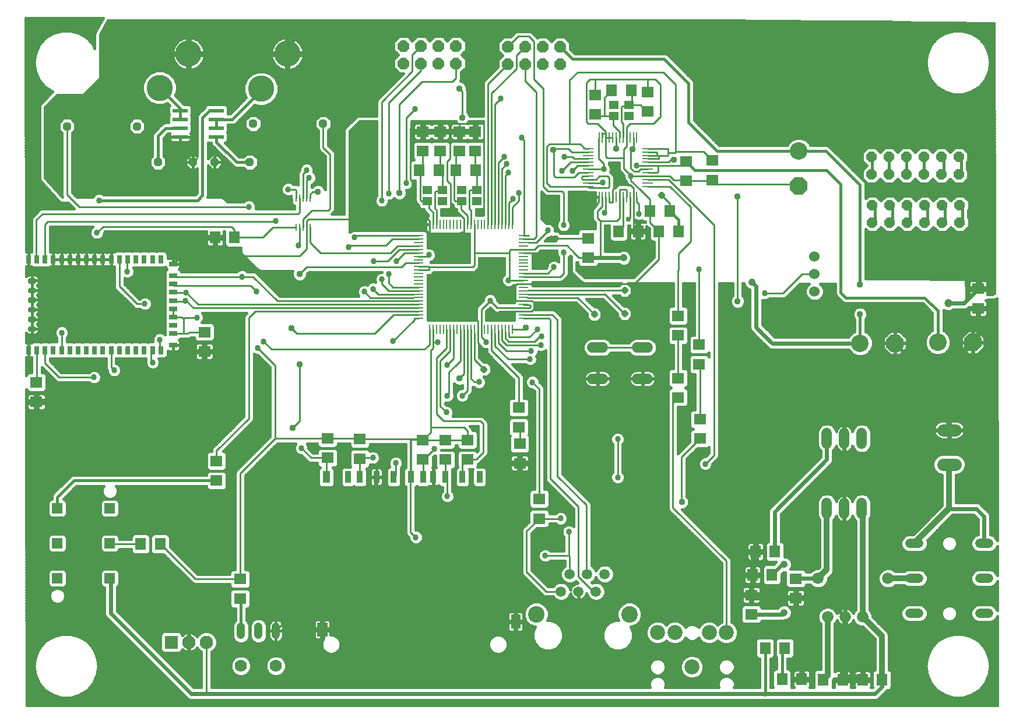
<source format=gtl>
G75*
%MOIN*%
%OFA0B0*%
%FSLAX25Y25*%
%IPPOS*%
%LPD*%
%AMOC8*
5,1,8,0,0,1.08239X$1,22.5*
%
%ADD10C,0.07050*%
%ADD11R,0.07087X0.06299*%
%ADD12R,0.06299X0.07087*%
%ADD13C,0.10000*%
%ADD14OC8,0.10000*%
%ADD15C,0.06600*%
%ADD16C,0.06000*%
%ADD17OC8,0.06000*%
%ADD18R,0.06299X0.07098*%
%ADD19R,0.07098X0.06299*%
%ADD20R,0.05906X0.05906*%
%ADD21C,0.05314*%
%ADD22C,0.04800*%
%ADD23C,0.07000*%
%ADD24R,0.03150X0.04724*%
%ADD25R,0.04724X0.03150*%
%ADD26C,0.02362*%
%ADD27C,0.15000*%
%ADD28R,0.00984X0.03937*%
%ADD29R,0.01100X0.05800*%
%ADD30R,0.05800X0.01100*%
%ADD31R,0.03543X0.07087*%
%ADD32R,0.05512X0.07874*%
%ADD33R,0.06012X0.07874*%
%ADD34R,0.04331X0.07087*%
%ADD35R,0.05906X0.00984*%
%ADD36R,0.00984X0.05906*%
%ADD37C,0.09449*%
%ADD38C,0.05906*%
%ADD39OC8,0.06600*%
%ADD40OC8,0.04800*%
%ADD41R,0.08661X0.02362*%
%ADD42C,0.06000*%
%ADD43R,0.05512X0.04724*%
%ADD44R,0.07600X0.07600*%
%ADD45C,0.07600*%
%ADD46C,0.08600*%
%ADD47C,0.03200*%
%ADD48C,0.02400*%
%ADD49C,0.01000*%
%ADD50C,0.01600*%
%ADD51C,0.03369*%
%ADD52C,0.03762*%
%ADD53C,0.01200*%
%ADD54OC8,0.03369*%
%ADD55C,0.04156*%
%ADD56OC8,0.03762*%
%ADD57R,0.03762X0.03762*%
%ADD58C,0.04724*%
%ADD59C,0.03000*%
D10*
X0543292Y0191957D02*
X0550342Y0191957D01*
X0550342Y0211643D02*
X0543292Y0211643D01*
D11*
X0459062Y0126648D03*
X0459062Y0115625D03*
X0433675Y0117310D03*
X0433675Y0106287D03*
X0404317Y0206788D03*
X0404317Y0217812D03*
X0391817Y0230288D03*
X0391817Y0241312D03*
X0340317Y0310288D03*
X0340317Y0321312D03*
X0396317Y0354288D03*
X0396317Y0365312D03*
X0374317Y0393788D03*
X0374317Y0404812D03*
X0344317Y0403312D03*
X0344317Y0392288D03*
X0275817Y0382312D03*
X0266817Y0382312D03*
X0255817Y0382312D03*
X0245817Y0382312D03*
X0245817Y0371288D03*
X0255817Y0371288D03*
X0266817Y0371288D03*
X0275817Y0371288D03*
X0120894Y0267595D03*
X0120894Y0256571D03*
D12*
X0127013Y0321743D03*
X0138036Y0321743D03*
X0357806Y0325300D03*
X0368829Y0325300D03*
X0380806Y0325300D03*
X0391829Y0325300D03*
X0386829Y0336800D03*
X0375806Y0336800D03*
X0436094Y0142038D03*
X0447117Y0142038D03*
X0445413Y0128791D03*
X0434389Y0128791D03*
X0474806Y0068800D03*
X0485829Y0068800D03*
X0497306Y0068800D03*
X0508329Y0068800D03*
D13*
X0495817Y0261300D03*
X0540317Y0261800D03*
X0460817Y0371300D03*
D14*
X0460817Y0351300D03*
X0515817Y0261300D03*
X0560317Y0261800D03*
D15*
X0511817Y0126800D03*
X0497317Y0104800D03*
X0487317Y0104800D03*
X0477317Y0104800D03*
X0471817Y0126800D03*
D16*
X0476817Y0163800D02*
X0476817Y0169800D01*
X0486817Y0169800D02*
X0486817Y0163800D01*
X0496817Y0163800D02*
X0496817Y0169800D01*
X0496817Y0203800D02*
X0496817Y0209800D01*
X0486817Y0209800D02*
X0486817Y0203800D01*
X0476817Y0203800D02*
X0476817Y0209800D01*
X0374372Y0240969D02*
X0368372Y0240969D01*
X0368372Y0258769D02*
X0374372Y0258769D01*
X0348772Y0258769D02*
X0342772Y0258769D01*
X0342772Y0240969D02*
X0348772Y0240969D01*
D17*
X0502817Y0330300D03*
X0502817Y0340300D03*
X0512817Y0340300D03*
X0522817Y0340300D03*
X0522817Y0330300D03*
X0512817Y0330300D03*
X0532817Y0330300D03*
X0532817Y0340300D03*
X0542817Y0340300D03*
X0542817Y0330300D03*
X0552817Y0330300D03*
X0552817Y0340300D03*
X0552317Y0357800D03*
X0542317Y0357800D03*
X0532317Y0357800D03*
X0522317Y0357800D03*
X0512317Y0357800D03*
X0502317Y0357800D03*
X0502317Y0367800D03*
X0512317Y0367800D03*
X0522317Y0367800D03*
X0532317Y0367800D03*
X0542317Y0367800D03*
X0552317Y0367800D03*
D18*
X0364916Y0405800D03*
X0353719Y0405800D03*
X0275916Y0360300D03*
X0264719Y0360300D03*
X0254916Y0360300D03*
X0243719Y0360300D03*
X0095616Y0146450D03*
X0084419Y0146450D03*
X0441569Y0086950D03*
X0452766Y0086950D03*
X0451219Y0069100D03*
X0462416Y0069100D03*
D19*
X0312399Y0161014D03*
X0312399Y0172211D03*
X0301167Y0192668D03*
X0301167Y0203865D03*
X0300697Y0213188D03*
X0300697Y0224385D03*
X0271317Y0205898D03*
X0271317Y0194702D03*
X0258817Y0194702D03*
X0258817Y0205898D03*
X0245817Y0205898D03*
X0245817Y0194702D03*
X0209817Y0195202D03*
X0209817Y0206398D03*
X0191317Y0206898D03*
X0191317Y0195702D03*
X0127817Y0193898D03*
X0127817Y0182702D03*
X0141317Y0126398D03*
X0141317Y0115202D03*
X0024817Y0227702D03*
X0024817Y0238898D03*
X0391817Y0265702D03*
X0391817Y0276898D03*
X0403817Y0260398D03*
X0403817Y0249202D03*
X0411267Y0354602D03*
X0411267Y0365798D03*
X0563317Y0292398D03*
X0563317Y0281202D03*
D20*
X0066817Y0166800D03*
X0066817Y0146800D03*
X0066817Y0126800D03*
X0036817Y0126800D03*
X0036817Y0146800D03*
X0036817Y0166800D03*
D21*
X0524160Y0146800D02*
X0529474Y0146800D01*
X0529474Y0126800D02*
X0524160Y0126800D01*
X0524160Y0106800D02*
X0529474Y0106800D01*
X0564160Y0106800D02*
X0569474Y0106800D01*
X0569474Y0126800D02*
X0564160Y0126800D01*
X0564160Y0146800D02*
X0569474Y0146800D01*
D22*
X0161817Y0099200D02*
X0161817Y0094400D01*
X0151817Y0094400D02*
X0151817Y0099200D01*
X0141817Y0099200D02*
X0141817Y0094400D01*
D23*
X0141817Y0076800D03*
X0161817Y0076800D03*
D24*
X0095888Y0257316D03*
X0091164Y0257316D03*
X0086439Y0257316D03*
X0081715Y0257316D03*
X0076991Y0257316D03*
X0072266Y0257316D03*
X0067542Y0257316D03*
X0062817Y0257316D03*
X0058093Y0257316D03*
X0053369Y0257316D03*
X0048644Y0257316D03*
X0043920Y0257316D03*
X0039195Y0257316D03*
X0034471Y0257316D03*
X0029746Y0257316D03*
X0025022Y0257316D03*
X0020298Y0257316D03*
X0020298Y0309284D03*
X0025022Y0309284D03*
X0029746Y0309284D03*
X0034471Y0309284D03*
X0039195Y0309284D03*
X0043920Y0309284D03*
X0048644Y0309284D03*
X0053369Y0309284D03*
X0058093Y0309284D03*
X0062817Y0309284D03*
X0067542Y0309284D03*
X0072266Y0309284D03*
X0076991Y0309284D03*
X0081715Y0309284D03*
X0086439Y0309284D03*
X0091164Y0309284D03*
X0095888Y0309284D03*
D25*
X0102935Y0306528D03*
X0102975Y0299835D03*
X0102975Y0295111D03*
X0102975Y0290387D03*
X0102975Y0285662D03*
X0102975Y0280938D03*
X0102975Y0276213D03*
X0102975Y0271489D03*
X0102975Y0266765D03*
X0102975Y0260072D03*
D26*
X0023447Y0269914D02*
X0021085Y0269914D01*
X0023447Y0269914D02*
X0023447Y0269126D01*
X0021085Y0269126D01*
X0021085Y0269914D01*
X0021085Y0275426D02*
X0023447Y0275426D01*
X0023447Y0274638D01*
X0021085Y0274638D01*
X0021085Y0275426D01*
X0021085Y0280938D02*
X0023447Y0280938D01*
X0023447Y0280150D01*
X0021085Y0280150D01*
X0021085Y0280938D01*
X0021085Y0286450D02*
X0023447Y0286450D01*
X0023447Y0285662D01*
X0021085Y0285662D01*
X0021085Y0286450D01*
X0021085Y0291962D02*
X0023447Y0291962D01*
X0023447Y0291174D01*
X0021085Y0291174D01*
X0021085Y0291962D01*
X0021085Y0297474D02*
X0023447Y0297474D01*
X0023447Y0296686D01*
X0021085Y0296686D01*
X0021085Y0297474D01*
D27*
X0095317Y0407300D03*
X0111817Y0426800D03*
X0153317Y0406800D03*
X0168317Y0426800D03*
D28*
X0173380Y0344119D03*
X0175349Y0344119D03*
X0177317Y0344119D03*
X0179286Y0344119D03*
X0181254Y0344119D03*
X0181254Y0327481D03*
X0179286Y0327481D03*
X0177317Y0327481D03*
X0175349Y0327481D03*
X0173380Y0327481D03*
D29*
X0249635Y0329189D03*
X0251603Y0329189D03*
X0253572Y0329189D03*
X0255540Y0329189D03*
X0257509Y0329189D03*
X0259477Y0329189D03*
X0261446Y0329189D03*
X0263414Y0329189D03*
X0265383Y0329189D03*
X0267351Y0329189D03*
X0269320Y0329189D03*
X0271288Y0329189D03*
X0273257Y0329189D03*
X0275225Y0329189D03*
X0277194Y0329189D03*
X0279162Y0329189D03*
X0281131Y0329189D03*
X0283099Y0329189D03*
X0285068Y0329189D03*
X0287036Y0329189D03*
X0289005Y0329189D03*
X0290973Y0329189D03*
X0292942Y0329189D03*
X0294910Y0329189D03*
X0296879Y0329189D03*
X0296879Y0269189D03*
X0294910Y0269189D03*
X0292942Y0269189D03*
X0290973Y0269189D03*
X0289005Y0269189D03*
X0287036Y0269189D03*
X0285068Y0269189D03*
X0283099Y0269189D03*
X0281131Y0269189D03*
X0279162Y0269189D03*
X0277194Y0269189D03*
X0275225Y0269189D03*
X0273257Y0269189D03*
X0271288Y0269189D03*
X0269320Y0269189D03*
X0267351Y0269189D03*
X0265383Y0269189D03*
X0263414Y0269189D03*
X0261446Y0269189D03*
X0259477Y0269189D03*
X0257509Y0269189D03*
X0255540Y0269189D03*
X0253572Y0269189D03*
X0251603Y0269189D03*
X0249635Y0269189D03*
D30*
X0243257Y0275567D03*
X0243257Y0277536D03*
X0243257Y0279504D03*
X0243257Y0281473D03*
X0243257Y0283441D03*
X0243257Y0285410D03*
X0243257Y0287378D03*
X0243257Y0289347D03*
X0243257Y0291315D03*
X0243257Y0293284D03*
X0243257Y0295252D03*
X0243257Y0297221D03*
X0243257Y0299189D03*
X0243257Y0301158D03*
X0243257Y0303126D03*
X0243257Y0305095D03*
X0243257Y0307063D03*
X0243257Y0309032D03*
X0243257Y0311000D03*
X0243257Y0312969D03*
X0243257Y0314937D03*
X0243257Y0316906D03*
X0243257Y0318874D03*
X0243257Y0320843D03*
X0243257Y0322811D03*
X0303257Y0322811D03*
X0303257Y0320843D03*
X0303257Y0318874D03*
X0303257Y0316906D03*
X0303257Y0314937D03*
X0303257Y0312969D03*
X0303257Y0311000D03*
X0303257Y0309032D03*
X0303257Y0307063D03*
X0303257Y0305095D03*
X0303257Y0303126D03*
X0303257Y0301158D03*
X0303257Y0299189D03*
X0303257Y0297221D03*
X0303257Y0295252D03*
X0303257Y0293284D03*
X0303257Y0291315D03*
X0303257Y0289347D03*
X0303257Y0287378D03*
X0303257Y0285410D03*
X0303257Y0283441D03*
X0303257Y0281473D03*
X0303257Y0279504D03*
X0303257Y0277536D03*
X0303257Y0275567D03*
D31*
X0278313Y0184737D03*
X0268471Y0184737D03*
X0258628Y0184737D03*
X0251739Y0184737D03*
X0245833Y0184737D03*
X0238943Y0184737D03*
X0229101Y0184737D03*
X0219258Y0184737D03*
X0209731Y0184737D03*
X0203038Y0184737D03*
D32*
X0298888Y0102060D03*
D33*
X0188317Y0097532D03*
D34*
X0190636Y0184737D03*
D35*
X0340388Y0350973D03*
X0340388Y0352942D03*
X0340388Y0354910D03*
X0340388Y0356879D03*
X0340388Y0358847D03*
X0340388Y0360816D03*
X0340388Y0362784D03*
X0340388Y0364753D03*
X0340388Y0366721D03*
X0340388Y0368690D03*
X0340388Y0370658D03*
X0340388Y0372627D03*
X0374246Y0372627D03*
X0374246Y0370658D03*
X0374246Y0368690D03*
X0374246Y0366721D03*
X0374246Y0364753D03*
X0374246Y0362784D03*
X0374246Y0360816D03*
X0374246Y0358847D03*
X0374246Y0356879D03*
X0374246Y0354910D03*
X0374246Y0352942D03*
X0374246Y0350973D03*
D36*
X0368144Y0344871D03*
X0366176Y0344871D03*
X0364207Y0344871D03*
X0362239Y0344871D03*
X0360270Y0344871D03*
X0358302Y0344871D03*
X0356333Y0344871D03*
X0354365Y0344871D03*
X0352396Y0344871D03*
X0350428Y0344871D03*
X0348459Y0344871D03*
X0346491Y0344871D03*
X0346491Y0378729D03*
X0348459Y0378729D03*
X0350428Y0378729D03*
X0352396Y0378729D03*
X0354365Y0378729D03*
X0356333Y0378729D03*
X0358302Y0378729D03*
X0360270Y0378729D03*
X0362239Y0378729D03*
X0364207Y0378729D03*
X0366176Y0378729D03*
X0368144Y0378729D03*
D37*
X0363892Y0106308D03*
X0310743Y0106308D03*
D38*
X0324817Y0119300D03*
X0334817Y0119300D03*
X0344817Y0119300D03*
X0339817Y0129300D03*
X0329817Y0129300D03*
X0349817Y0129300D03*
D39*
X0324317Y0420800D03*
X0314317Y0420800D03*
X0304317Y0420800D03*
X0294317Y0420800D03*
X0294317Y0430800D03*
X0304317Y0430800D03*
X0314317Y0430800D03*
X0324317Y0430800D03*
X0264817Y0431300D03*
X0254817Y0431300D03*
X0244817Y0431300D03*
X0234817Y0431300D03*
X0234817Y0421300D03*
X0244817Y0421300D03*
X0254817Y0421300D03*
X0264817Y0421300D03*
D40*
X0188817Y0386800D03*
X0148817Y0386800D03*
X0146817Y0364800D03*
X0126817Y0364800D03*
X0114317Y0364800D03*
X0094317Y0364800D03*
X0082317Y0385300D03*
X0042317Y0385300D03*
D41*
X0107081Y0384300D03*
X0107081Y0379300D03*
X0107081Y0389300D03*
X0107081Y0394300D03*
X0127554Y0394300D03*
X0127554Y0389300D03*
X0127554Y0384300D03*
X0127554Y0379300D03*
D42*
X0469817Y0310800D03*
X0469817Y0300800D03*
X0469817Y0290800D03*
D43*
X0363648Y0391150D03*
X0363648Y0397450D03*
X0354987Y0397450D03*
X0354987Y0391150D03*
X0276648Y0348950D03*
X0276648Y0342650D03*
X0267987Y0342650D03*
X0267987Y0348950D03*
X0257148Y0348950D03*
X0257148Y0342650D03*
X0248487Y0342650D03*
X0248487Y0348950D03*
D44*
X0101989Y0090248D03*
D45*
X0111989Y0090248D03*
X0121989Y0090248D03*
D46*
X0380032Y0095785D03*
X0389875Y0095785D03*
X0409560Y0095785D03*
X0419402Y0095785D03*
X0399717Y0076100D03*
D47*
X0474806Y0068800D02*
X0477317Y0071312D01*
X0477317Y0104800D01*
X0487317Y0104800D02*
X0487317Y0070288D01*
X0495817Y0070288D01*
X0497306Y0068800D01*
X0487317Y0070288D02*
X0485829Y0068800D01*
X0508329Y0068800D02*
X0508329Y0093788D01*
X0497317Y0104800D01*
X0497317Y0166300D01*
X0496817Y0166800D01*
X0476817Y0166800D02*
X0476817Y0131800D01*
X0471817Y0126800D01*
X0511817Y0126800D02*
X0526817Y0126800D01*
X0526817Y0146800D02*
X0546817Y0166800D01*
X0546817Y0191957D01*
X0546817Y0211643D02*
X0546817Y0248300D01*
X0560317Y0261800D01*
D48*
X0563317Y0264800D01*
X0563317Y0281202D01*
X0555219Y0284300D02*
X0563317Y0292398D01*
X0564317Y0293398D01*
X0564317Y0373800D01*
X0528317Y0409800D01*
X0528317Y0430300D01*
X0513817Y0444800D01*
X0181817Y0444800D01*
X0168317Y0431300D01*
X0168317Y0426800D01*
X0340317Y0310288D02*
X0340478Y0310128D01*
X0347087Y0310128D01*
X0360654Y0310128D01*
X0433884Y0296259D02*
X0433884Y0296232D01*
X0436294Y0293822D01*
X0436294Y0270507D01*
X0440102Y0266700D01*
X0440150Y0266700D01*
X0445629Y0261220D01*
X0495738Y0261220D01*
X0495817Y0261300D01*
X0515817Y0261300D02*
X0528817Y0248300D01*
X0546817Y0248300D01*
X0529796Y0219328D02*
X0537460Y0211664D01*
X0546796Y0211664D01*
X0546817Y0211643D01*
X0529796Y0219328D02*
X0492562Y0219328D01*
X0486817Y0213584D01*
X0486817Y0206800D01*
X0486817Y0166800D01*
X0486817Y0117800D01*
X0480817Y0111800D01*
X0480817Y0111300D02*
X0487317Y0104800D01*
X0480817Y0111300D02*
X0467317Y0111300D01*
X0463121Y0107104D01*
X0459062Y0111163D01*
X0459062Y0115625D01*
X0436252Y0115625D01*
X0434150Y0117785D02*
X0434150Y0129441D01*
X0434389Y0128791D02*
X0434389Y0140334D01*
X0446982Y0142173D02*
X0447117Y0142038D01*
X0446982Y0142173D02*
X0446982Y0164958D01*
X0476817Y0194793D01*
X0476817Y0206800D01*
X0546967Y0166650D02*
X0562267Y0166650D01*
X0566817Y0162100D01*
X0566817Y0146800D01*
X0471817Y0126800D02*
X0459213Y0126800D01*
X0452392Y0134806D02*
X0451428Y0134806D01*
X0445413Y0128791D01*
X0452391Y0107368D02*
X0451310Y0106287D01*
X0433675Y0106287D01*
X0427817Y0060800D02*
X0423917Y0060800D01*
X0423967Y0060850D01*
X0504417Y0060850D01*
X0508329Y0064762D01*
X0508329Y0065312D01*
X0423917Y0060800D02*
X0121470Y0060800D01*
X0113317Y0060800D01*
X0067317Y0106800D01*
X0067317Y0126300D01*
X0546317Y0284300D02*
X0555219Y0284300D01*
D49*
X0469817Y0300800D02*
X0462817Y0300800D01*
X0451817Y0289800D01*
X0441302Y0289833D01*
X0425817Y0285300D02*
X0425817Y0345300D01*
X0412219Y0352300D02*
X0411267Y0354602D01*
X0410231Y0354288D01*
X0396317Y0354288D01*
X0394895Y0355711D01*
X0393735Y0354552D01*
X0389283Y0354552D01*
X0386955Y0356879D01*
X0374246Y0356879D01*
X0374168Y0356800D01*
X0364817Y0356800D01*
X0364817Y0354365D01*
X0370131Y0349051D01*
X0375806Y0343376D01*
X0375806Y0336800D01*
X0375806Y0330300D01*
X0380806Y0325300D01*
X0380817Y0325288D01*
X0380817Y0309300D01*
X0366817Y0295300D01*
X0313317Y0295300D01*
X0313269Y0295252D01*
X0303257Y0295252D01*
X0303209Y0295300D01*
X0299817Y0295300D01*
X0298817Y0294300D01*
X0298817Y0285800D01*
X0299208Y0285410D01*
X0303257Y0285410D01*
X0308208Y0285410D01*
X0309317Y0284300D01*
X0309317Y0280800D01*
X0308317Y0279800D01*
X0308311Y0279800D01*
X0308038Y0279528D01*
X0303280Y0279528D01*
X0303257Y0279504D01*
X0289521Y0279504D01*
X0287317Y0277300D01*
X0288473Y0281473D02*
X0284257Y0285689D01*
X0279162Y0280595D01*
X0279162Y0269189D01*
X0279162Y0264955D01*
X0281943Y0262174D01*
X0281943Y0261800D01*
X0277194Y0261424D02*
X0277194Y0269189D01*
X0277194Y0273924D01*
X0276317Y0274800D01*
X0266317Y0274800D01*
X0264817Y0276300D01*
X0263414Y0269189D02*
X0263414Y0252397D01*
X0259817Y0248800D01*
X0260817Y0244800D02*
X0260817Y0232300D01*
X0259817Y0231300D01*
X0255817Y0225300D02*
X0259317Y0221800D01*
X0255817Y0225300D02*
X0255817Y0251300D01*
X0261446Y0256928D01*
X0261446Y0269189D01*
X0259477Y0269189D02*
X0259477Y0258460D01*
X0253817Y0252800D01*
X0253817Y0220800D01*
X0257817Y0216800D01*
X0278817Y0216800D01*
X0280317Y0215300D01*
X0280317Y0198800D01*
X0276317Y0194800D01*
X0271416Y0194800D01*
X0271317Y0194702D01*
X0268471Y0191855D01*
X0268471Y0184737D01*
X0259817Y0183548D02*
X0259817Y0173800D01*
X0251817Y0170658D02*
X0251739Y0184737D01*
X0251739Y0167379D01*
X0251817Y0167300D01*
X0275817Y0167300D01*
X0285817Y0177300D01*
X0296835Y0177300D01*
X0301247Y0181713D01*
X0301315Y0181646D01*
X0306645Y0181646D01*
X0301247Y0181713D02*
X0301247Y0192588D01*
X0301167Y0192668D01*
X0301167Y0203865D02*
X0301167Y0212718D01*
X0300697Y0213188D01*
X0300697Y0224385D02*
X0300697Y0241420D01*
X0285067Y0257051D01*
X0285067Y0269188D01*
X0285068Y0269189D01*
X0287058Y0266873D02*
X0287058Y0259695D01*
X0294526Y0252226D01*
X0307264Y0252226D01*
X0307269Y0252231D01*
X0307817Y0256800D02*
X0293744Y0256800D01*
X0289021Y0261522D01*
X0289021Y0261585D02*
X0289006Y0261601D01*
X0289006Y0268642D01*
X0291026Y0269116D02*
X0291026Y0263117D01*
X0291232Y0262912D01*
X0291137Y0263006D02*
X0293817Y0260326D01*
X0293817Y0260300D01*
X0313317Y0260300D01*
X0309817Y0262300D02*
X0312817Y0265300D01*
X0313817Y0265300D01*
X0311317Y0269300D02*
X0306817Y0264800D01*
X0295317Y0264800D01*
X0295357Y0264785D02*
X0294931Y0265211D01*
X0294931Y0267396D01*
X0292913Y0267998D02*
X0292913Y0264130D01*
X0294733Y0262310D01*
X0294817Y0262300D02*
X0309817Y0262300D01*
X0303706Y0269189D02*
X0304817Y0270300D01*
X0303706Y0269189D02*
X0296879Y0269189D01*
X0303257Y0275567D02*
X0317879Y0275567D01*
X0318757Y0274689D01*
X0318757Y0256800D01*
X0318817Y0256739D01*
X0318817Y0183800D01*
X0334817Y0167800D01*
X0334817Y0127800D01*
X0343317Y0119300D01*
X0344817Y0119300D01*
X0339817Y0129300D02*
X0339317Y0129800D01*
X0339317Y0168800D01*
X0322757Y0185361D01*
X0322757Y0274689D01*
X0319910Y0277536D01*
X0303257Y0277536D01*
X0303257Y0281473D02*
X0306990Y0281473D01*
X0307317Y0281800D01*
X0307317Y0282800D01*
X0306817Y0283300D01*
X0303398Y0283300D01*
X0303257Y0283441D01*
X0303257Y0281473D02*
X0288473Y0281473D01*
X0279162Y0269189D02*
X0279157Y0269184D01*
X0275217Y0266900D02*
X0275217Y0251850D01*
X0280667Y0246400D01*
X0285817Y0252800D02*
X0277194Y0261424D01*
X0273307Y0269139D02*
X0273257Y0269189D01*
X0273307Y0269139D02*
X0273307Y0240980D01*
X0275251Y0239035D01*
X0277984Y0239035D01*
X0271288Y0234271D02*
X0268317Y0231300D01*
X0271288Y0234271D02*
X0271288Y0269189D01*
X0269320Y0269189D02*
X0269320Y0243802D01*
X0266817Y0241300D01*
X0260817Y0244800D02*
X0264706Y0248689D01*
X0264757Y0248689D01*
X0267351Y0251284D01*
X0267351Y0269189D01*
X0254317Y0261800D02*
X0251603Y0261800D01*
X0251603Y0269189D01*
X0249635Y0269189D02*
X0249635Y0260567D01*
X0248757Y0259689D01*
X0248706Y0259689D01*
X0246817Y0257800D01*
X0159317Y0257800D01*
X0154817Y0262300D01*
X0151406Y0258587D02*
X0161317Y0248676D01*
X0161317Y0206800D01*
X0191219Y0206800D01*
X0191317Y0206898D01*
X0209317Y0206898D01*
X0209817Y0206398D01*
X0238817Y0206398D01*
X0238943Y0206272D01*
X0238943Y0184737D01*
X0245833Y0184737D02*
X0245833Y0194686D01*
X0245817Y0194702D01*
X0247416Y0196300D01*
X0247817Y0196300D01*
X0252317Y0200800D01*
X0247817Y0205300D02*
X0246719Y0206398D01*
X0246317Y0206398D01*
X0245817Y0205898D01*
X0250257Y0210338D01*
X0250257Y0257189D01*
X0251603Y0258536D01*
X0251603Y0261800D01*
X0243090Y0275400D02*
X0243257Y0275567D01*
X0243090Y0275400D02*
X0241017Y0275400D01*
X0241017Y0274650D01*
X0228767Y0262400D01*
X0228716Y0262400D01*
X0228796Y0262400D01*
X0228716Y0262400D02*
X0228716Y0262427D01*
X0218317Y0266800D02*
X0229053Y0277536D01*
X0243257Y0277536D01*
X0243257Y0279504D02*
X0150021Y0279504D01*
X0146317Y0275800D01*
X0146317Y0218300D01*
X0127817Y0199800D01*
X0127817Y0193898D01*
X0141317Y0186800D02*
X0161317Y0206800D01*
X0171317Y0212800D02*
X0175317Y0216800D01*
X0175317Y0249300D01*
X0173817Y0266800D02*
X0218317Y0266800D01*
X0215817Y0287300D02*
X0212317Y0290800D01*
X0215817Y0287300D02*
X0240317Y0287300D01*
X0240817Y0289300D02*
X0220317Y0289300D01*
X0217317Y0292300D01*
X0222317Y0295300D02*
X0222317Y0297800D01*
X0222317Y0295300D02*
X0226302Y0291315D01*
X0243257Y0291315D01*
X0243257Y0293284D02*
X0243240Y0293300D01*
X0228817Y0293300D01*
X0226317Y0295800D01*
X0226317Y0300800D01*
X0225817Y0308300D02*
X0217817Y0308300D01*
X0225817Y0308300D02*
X0232454Y0314937D01*
X0243257Y0314937D01*
X0243151Y0316800D02*
X0243257Y0316906D01*
X0243151Y0316800D02*
X0231317Y0316800D01*
X0227317Y0312800D01*
X0187317Y0312800D01*
X0181254Y0318863D01*
X0181254Y0327481D01*
X0179286Y0327481D02*
X0179286Y0331269D01*
X0180317Y0332300D01*
X0237868Y0332300D01*
X0242757Y0337189D01*
X0243757Y0337189D01*
X0249635Y0331311D01*
X0249635Y0329189D01*
X0249757Y0329067D01*
X0249757Y0324689D01*
X0250757Y0323689D01*
X0268257Y0323689D01*
X0269320Y0324752D01*
X0269320Y0329189D01*
X0269320Y0332626D01*
X0267257Y0334689D01*
X0262428Y0334689D01*
X0261817Y0335300D01*
X0261817Y0352300D01*
X0259817Y0354300D01*
X0259817Y0365300D01*
X0261317Y0366800D01*
X0261317Y0386800D01*
X0256317Y0386800D01*
X0256317Y0383800D01*
X0255817Y0382312D02*
X0245817Y0382312D01*
X0245817Y0386300D01*
X0245317Y0386800D01*
X0256317Y0386800D01*
X0261317Y0386800D02*
X0267317Y0386800D01*
X0266817Y0386300D01*
X0266817Y0382312D01*
X0267317Y0386800D02*
X0275817Y0386800D01*
X0275817Y0382312D01*
X0275817Y0386800D02*
X0280317Y0386800D01*
X0280817Y0386300D01*
X0280817Y0336300D01*
X0280317Y0335800D01*
X0277817Y0335800D01*
X0273257Y0337361D02*
X0273257Y0329189D01*
X0275225Y0329189D02*
X0275225Y0313392D01*
X0275225Y0305708D01*
X0274317Y0304800D01*
X0249317Y0304800D01*
X0249023Y0305095D01*
X0243257Y0305095D01*
X0243257Y0307063D02*
X0236080Y0307063D01*
X0233817Y0304800D01*
X0179317Y0304800D01*
X0175317Y0300800D01*
X0175317Y0311300D02*
X0144992Y0311300D01*
X0145040Y0311348D01*
X0144992Y0311300D02*
X0128817Y0311300D01*
X0127013Y0313105D01*
X0127013Y0321743D01*
X0128817Y0311300D02*
X0125817Y0308300D01*
X0125817Y0306300D01*
X0138072Y0321708D02*
X0138036Y0321743D01*
X0138036Y0326137D01*
X0136233Y0327941D01*
X0062912Y0327941D01*
X0059436Y0324465D01*
X0057817Y0313800D02*
X0058317Y0313300D01*
X0058317Y0309509D01*
X0058093Y0309284D01*
X0062817Y0309284D01*
X0067542Y0309284D01*
X0067542Y0314024D01*
X0068817Y0315300D01*
X0107817Y0315300D01*
X0102975Y0299835D02*
X0103510Y0299300D01*
X0148817Y0299300D01*
X0162708Y0285410D01*
X0243257Y0285410D01*
X0243257Y0283441D02*
X0117176Y0283441D01*
X0110317Y0290300D01*
X0103061Y0290300D01*
X0102975Y0290387D01*
X0103786Y0294300D02*
X0102975Y0295111D01*
X0103786Y0294300D02*
X0147317Y0294300D01*
X0150817Y0290800D01*
X0128755Y0274207D02*
X0125809Y0277153D01*
X0128755Y0274207D02*
X0128755Y0259514D01*
X0125812Y0256571D01*
X0120894Y0256571D01*
X0120468Y0256145D01*
X0110489Y0256145D01*
X0106530Y0260105D01*
X0103008Y0260105D01*
X0102975Y0260072D01*
X0102975Y0266765D02*
X0108836Y0266765D01*
X0108872Y0266729D01*
X0108872Y0275340D01*
X0109518Y0275986D01*
X0116533Y0275986D01*
X0114645Y0281473D02*
X0110817Y0285300D01*
X0103337Y0285300D01*
X0102975Y0285662D01*
X0102975Y0280938D02*
X0102975Y0276213D01*
X0102988Y0276227D01*
X0107985Y0276227D01*
X0108872Y0275340D01*
X0114645Y0281473D02*
X0243257Y0281473D01*
X0243257Y0303126D02*
X0249317Y0303126D01*
X0249317Y0304800D01*
X0248517Y0311000D02*
X0243257Y0311000D01*
X0243257Y0312969D02*
X0235486Y0312969D01*
X0230817Y0308300D01*
X0224817Y0317300D02*
X0228360Y0320843D01*
X0243257Y0320843D01*
X0243257Y0322811D02*
X0207828Y0322811D01*
X0206817Y0321800D01*
X0204317Y0317300D02*
X0203317Y0316300D01*
X0204317Y0317300D02*
X0224817Y0317300D01*
X0248517Y0311000D02*
X0249317Y0311800D01*
X0251603Y0329189D02*
X0251603Y0336081D01*
X0249386Y0338298D01*
X0249386Y0341751D01*
X0248487Y0342650D01*
X0244967Y0342650D01*
X0244317Y0343300D01*
X0244317Y0359702D01*
X0243719Y0360300D01*
X0245817Y0362398D01*
X0245817Y0371288D01*
X0255817Y0371288D02*
X0255817Y0361202D01*
X0254916Y0360300D01*
X0257148Y0358068D01*
X0257148Y0348950D01*
X0256498Y0348300D01*
X0253317Y0348300D01*
X0252817Y0347800D01*
X0252817Y0338300D01*
X0253572Y0337546D01*
X0253572Y0329189D01*
X0242817Y0337300D02*
X0239817Y0340300D01*
X0239817Y0353800D01*
X0238817Y0354800D01*
X0238817Y0384300D01*
X0241317Y0386800D01*
X0245317Y0386800D01*
X0241317Y0395300D02*
X0236317Y0390300D01*
X0236317Y0352800D01*
X0232317Y0347300D02*
X0232317Y0397800D01*
X0245317Y0410800D01*
X0262817Y0410800D01*
X0264817Y0412800D01*
X0264817Y0421300D01*
X0266817Y0406800D02*
X0268317Y0405300D01*
X0268317Y0390300D01*
X0287036Y0398019D02*
X0290317Y0401300D01*
X0287036Y0398019D02*
X0287036Y0329189D01*
X0285068Y0329189D02*
X0285068Y0404050D01*
X0299317Y0418300D01*
X0299317Y0425800D01*
X0304317Y0430800D01*
X0309317Y0433800D02*
X0306317Y0436800D01*
X0300317Y0436800D01*
X0294317Y0430800D01*
X0294317Y0420800D02*
X0283099Y0409582D01*
X0283099Y0329189D01*
X0289005Y0329189D02*
X0289005Y0364487D01*
X0292317Y0367800D01*
X0293817Y0363800D02*
X0290973Y0360956D01*
X0290973Y0358335D01*
X0290971Y0358338D01*
X0290973Y0358335D02*
X0290973Y0329189D01*
X0292942Y0329189D02*
X0292942Y0356924D01*
X0294817Y0358800D01*
X0300817Y0347300D02*
X0300817Y0342800D01*
X0296879Y0338861D01*
X0296879Y0329189D01*
X0294910Y0329189D02*
X0294910Y0341393D01*
X0297317Y0343800D01*
X0314817Y0350800D02*
X0314817Y0406800D01*
X0309317Y0412300D01*
X0309317Y0433800D01*
X0304317Y0420800D02*
X0304317Y0411300D01*
X0310817Y0404800D01*
X0310817Y0322300D01*
X0309360Y0320843D01*
X0303257Y0320843D01*
X0303257Y0322811D02*
X0303828Y0322811D01*
X0303817Y0322800D01*
X0303817Y0377300D01*
X0302317Y0378800D01*
X0316817Y0373800D02*
X0318317Y0375300D01*
X0329817Y0375300D01*
X0329817Y0411800D01*
X0334317Y0416300D01*
X0383317Y0416300D01*
X0390317Y0409300D01*
X0390317Y0370300D01*
X0385991Y0370300D01*
X0385991Y0368973D01*
X0385707Y0368690D01*
X0380681Y0368690D01*
X0380654Y0368662D01*
X0380654Y0366688D01*
X0380621Y0366721D01*
X0374246Y0366721D01*
X0374294Y0364800D02*
X0374246Y0364753D01*
X0374294Y0364800D02*
X0386317Y0364800D01*
X0387817Y0366300D01*
X0389317Y0366300D01*
X0390317Y0370300D02*
X0390817Y0370800D01*
X0406266Y0370800D01*
X0411267Y0365798D01*
X0411069Y0365798D01*
X0396317Y0365312D02*
X0393790Y0362784D01*
X0380367Y0362784D01*
X0380317Y0362734D01*
X0380317Y0359550D01*
X0379615Y0358847D01*
X0374246Y0358847D01*
X0374246Y0360816D02*
X0370433Y0360816D01*
X0369017Y0359400D01*
X0366517Y0359400D01*
X0364817Y0361100D01*
X0364817Y0371300D01*
X0365767Y0372250D01*
X0366176Y0372658D01*
X0366176Y0378729D01*
X0362317Y0378650D02*
X0362317Y0384800D01*
X0364317Y0386800D01*
X0377817Y0386800D01*
X0381817Y0390800D01*
X0381817Y0409300D01*
X0378817Y0412300D01*
X0374317Y0412300D01*
X0374317Y0404812D01*
X0374317Y0412300D02*
X0344317Y0412300D01*
X0344317Y0403312D01*
X0349817Y0401800D02*
X0351317Y0403300D01*
X0351317Y0403398D01*
X0353719Y0405800D01*
X0353412Y0403993D01*
X0349817Y0401800D02*
X0349817Y0391300D01*
X0349967Y0391150D01*
X0354987Y0391150D01*
X0345455Y0391150D01*
X0344317Y0392288D01*
X0345817Y0386800D02*
X0340317Y0386800D01*
X0339317Y0387800D01*
X0339317Y0410300D01*
X0341317Y0412300D01*
X0344317Y0412300D01*
X0364916Y0405800D02*
X0365223Y0403993D01*
X0365223Y0399024D01*
X0363648Y0397450D01*
X0370168Y0397450D01*
X0371817Y0395800D01*
X0372306Y0395800D01*
X0374317Y0393788D01*
X0363648Y0397450D02*
X0362998Y0396800D01*
X0359817Y0396800D01*
X0359317Y0396300D01*
X0359317Y0387800D01*
X0360270Y0386847D01*
X0360270Y0378729D01*
X0358302Y0378729D02*
X0358302Y0382316D01*
X0354817Y0385800D01*
X0354817Y0390981D01*
X0354987Y0391150D01*
X0350317Y0382300D02*
X0345817Y0386800D01*
X0348317Y0381300D02*
X0348317Y0378871D01*
X0348459Y0378729D01*
X0350317Y0378839D02*
X0350317Y0381300D01*
X0348317Y0381300D01*
X0350317Y0381300D02*
X0350317Y0382300D01*
X0350317Y0379300D02*
X0350817Y0378800D01*
X0352325Y0378800D01*
X0352396Y0378729D01*
X0354365Y0378729D01*
X0356317Y0378713D02*
X0356317Y0372650D01*
X0360817Y0372300D02*
X0360817Y0367300D01*
X0351317Y0367300D01*
X0350428Y0368190D01*
X0350428Y0375190D01*
X0350317Y0375300D01*
X0350317Y0378300D01*
X0350817Y0378800D01*
X0350428Y0378729D02*
X0350317Y0378839D01*
X0350428Y0378729D02*
X0350428Y0375190D01*
X0346491Y0378729D02*
X0346317Y0378556D01*
X0346317Y0366800D01*
X0349317Y0363800D01*
X0349317Y0360800D01*
X0340404Y0360800D01*
X0340388Y0360816D01*
X0340388Y0362784D02*
X0340372Y0362800D01*
X0334317Y0362800D01*
X0331317Y0359800D01*
X0332267Y0356250D02*
X0321567Y0356250D01*
X0320567Y0357250D01*
X0320567Y0371550D01*
X0320217Y0371900D01*
X0320967Y0372650D01*
X0329017Y0372650D01*
X0331009Y0370658D01*
X0340388Y0370658D01*
X0335409Y0370658D01*
X0335367Y0370700D01*
X0338491Y0372627D02*
X0335817Y0375300D01*
X0329817Y0375300D01*
X0320217Y0371900D02*
X0320217Y0371850D01*
X0316817Y0373800D02*
X0316817Y0352800D01*
X0318817Y0350800D01*
X0340215Y0350800D01*
X0340817Y0350800D01*
X0341061Y0350556D01*
X0341061Y0350300D01*
X0340388Y0350973D01*
X0340215Y0350800D01*
X0341061Y0350300D02*
X0351817Y0350300D01*
X0352317Y0350800D01*
X0352317Y0355800D01*
X0351317Y0356800D01*
X0346817Y0356800D01*
X0344928Y0354910D01*
X0340388Y0354910D01*
X0337207Y0354910D01*
X0336817Y0355300D01*
X0336817Y0356300D01*
X0337317Y0356800D01*
X0340309Y0356800D01*
X0340388Y0356879D01*
X0340388Y0358847D02*
X0334870Y0358847D01*
X0334867Y0358850D01*
X0332267Y0356250D01*
X0325317Y0359800D02*
X0330317Y0364800D01*
X0340341Y0364800D01*
X0340388Y0364753D01*
X0340388Y0366721D02*
X0340309Y0366800D01*
X0332317Y0366800D01*
X0331317Y0367800D01*
X0326817Y0367800D01*
X0338491Y0372627D02*
X0340388Y0372627D01*
X0356317Y0378713D02*
X0356333Y0378729D01*
X0362239Y0378729D02*
X0362317Y0378650D01*
X0362317Y0373800D01*
X0360817Y0372300D01*
X0360817Y0367300D02*
X0360817Y0361300D01*
X0364817Y0357300D01*
X0364817Y0356800D01*
X0364317Y0351800D02*
X0356317Y0351800D01*
X0356317Y0351300D01*
X0354317Y0349300D01*
X0354317Y0344918D01*
X0354365Y0344871D01*
X0354365Y0341847D01*
X0354317Y0341800D01*
X0352317Y0341800D01*
X0352396Y0341879D01*
X0352396Y0344871D01*
X0352317Y0344792D01*
X0352317Y0341800D01*
X0350317Y0344761D02*
X0350428Y0344871D01*
X0350317Y0344761D02*
X0350317Y0336300D01*
X0349817Y0335800D01*
X0348459Y0339667D02*
X0345644Y0336852D01*
X0345644Y0332928D01*
X0347191Y0331382D01*
X0347191Y0310231D01*
X0347087Y0310128D01*
X0340317Y0310288D02*
X0335066Y0310288D01*
X0332482Y0312873D01*
X0328291Y0317064D01*
X0311875Y0317064D01*
X0309726Y0314915D01*
X0303279Y0314915D01*
X0303257Y0314937D01*
X0295954Y0314937D01*
X0295317Y0314300D01*
X0295317Y0312800D01*
X0275817Y0312800D01*
X0275225Y0313392D01*
X0271288Y0329189D02*
X0271257Y0329221D01*
X0271257Y0334361D01*
X0267817Y0337800D01*
X0267817Y0342481D01*
X0267987Y0342650D01*
X0264467Y0342650D01*
X0263817Y0343300D01*
X0263817Y0359398D01*
X0264719Y0360300D01*
X0264719Y0369190D01*
X0266817Y0371288D01*
X0275817Y0371288D02*
X0275817Y0360398D01*
X0275916Y0360300D01*
X0276648Y0359568D01*
X0276648Y0348950D01*
X0276498Y0348800D02*
X0272817Y0348800D01*
X0272317Y0348300D01*
X0272317Y0338300D01*
X0273257Y0337361D01*
X0295317Y0312800D02*
X0295317Y0297800D01*
X0294817Y0297300D01*
X0303177Y0297300D01*
X0303257Y0297221D01*
X0303257Y0299189D02*
X0324206Y0299189D01*
X0326317Y0301300D01*
X0326317Y0313300D01*
X0332482Y0312873D02*
X0332482Y0312873D01*
X0340317Y0321312D02*
X0321610Y0321312D01*
X0321598Y0321324D01*
X0321605Y0321312D01*
X0317314Y0325647D02*
X0310529Y0318863D01*
X0305858Y0318863D01*
X0306328Y0322811D02*
X0303828Y0322811D01*
X0303257Y0312969D02*
X0313649Y0312969D01*
X0313817Y0312800D01*
X0320817Y0304800D02*
X0317175Y0301158D01*
X0303257Y0301158D01*
X0306117Y0291400D02*
X0360917Y0291400D01*
X0349867Y0289350D02*
X0305767Y0289350D01*
X0305617Y0287350D02*
X0334467Y0287350D01*
X0343967Y0277850D01*
X0349817Y0289400D02*
X0361117Y0278100D01*
X0371372Y0258769D02*
X0345772Y0258769D01*
X0345772Y0240969D02*
X0371372Y0240969D01*
X0388817Y0227288D02*
X0391817Y0230288D01*
X0388817Y0227288D02*
X0388817Y0167300D01*
X0419402Y0136715D01*
X0419402Y0095785D01*
X0433675Y0117310D02*
X0434150Y0117785D01*
X0433675Y0117310D02*
X0436252Y0115625D01*
X0433915Y0128107D02*
X0433915Y0129206D01*
X0434150Y0129441D01*
X0434389Y0128791D02*
X0433915Y0128107D01*
X0433868Y0139813D02*
X0436094Y0142038D01*
X0434389Y0140334D01*
X0459062Y0126648D02*
X0459213Y0126800D01*
X0393917Y0170450D02*
X0393817Y0170550D01*
X0393817Y0196288D01*
X0404317Y0206788D01*
X0412317Y0197300D02*
X0407317Y0192300D01*
X0412317Y0197300D02*
X0412317Y0328800D01*
X0386207Y0354910D01*
X0374246Y0354910D01*
X0374246Y0350973D02*
X0387144Y0350973D01*
X0387144Y0350921D01*
X0398839Y0339227D01*
X0398839Y0319458D01*
X0391854Y0312473D01*
X0391854Y0302836D01*
X0391817Y0302800D01*
X0391817Y0276554D01*
X0393432Y0274939D01*
X0391817Y0265702D02*
X0391817Y0241312D01*
X0403817Y0249202D02*
X0404317Y0248702D01*
X0404317Y0217812D01*
X0357222Y0206368D02*
X0357222Y0184556D01*
X0357222Y0206368D02*
X0357207Y0206382D01*
X0312399Y0235086D02*
X0312399Y0172211D01*
X0312399Y0161014D02*
X0324487Y0161014D01*
X0324567Y0161094D01*
X0329258Y0153509D02*
X0329317Y0153450D01*
X0329317Y0139800D01*
X0329817Y0139300D01*
X0329817Y0129300D01*
X0324817Y0119300D02*
X0316242Y0119300D01*
X0305139Y0130403D01*
X0305139Y0153754D01*
X0312399Y0161014D01*
X0315817Y0139800D02*
X0329317Y0139800D01*
X0298888Y0118215D02*
X0298888Y0102060D01*
X0298888Y0102060D01*
X0251817Y0122300D02*
X0251817Y0152300D01*
X0251739Y0152379D01*
X0251739Y0184737D01*
X0258628Y0184737D02*
X0259817Y0183548D01*
X0258628Y0184737D02*
X0258628Y0194513D01*
X0258817Y0194702D01*
X0258817Y0205898D02*
X0245817Y0205898D01*
X0246317Y0206398D02*
X0238817Y0206398D01*
X0238817Y0206300D02*
X0238817Y0153300D01*
X0241817Y0150300D01*
X0251817Y0122300D02*
X0245317Y0115800D01*
X0218255Y0115800D01*
X0218255Y0183734D01*
X0219258Y0184737D01*
X0209817Y0184737D02*
X0209817Y0195202D01*
X0210416Y0195800D01*
X0217317Y0195800D01*
X0230317Y0192800D02*
X0230317Y0185954D01*
X0229101Y0184737D01*
X0209817Y0184737D02*
X0209731Y0184737D01*
X0190636Y0184737D02*
X0190636Y0195020D01*
X0191317Y0195702D01*
X0181916Y0195702D01*
X0176317Y0201300D01*
X0141317Y0186800D02*
X0141317Y0126398D01*
X0115667Y0126398D01*
X0095616Y0146450D01*
X0084419Y0146450D02*
X0067167Y0146450D01*
X0066817Y0146800D01*
X0066817Y0126800D02*
X0067317Y0126300D01*
X0121989Y0090248D02*
X0121989Y0061320D01*
X0121470Y0060800D01*
X0141817Y0096800D02*
X0141317Y0097300D01*
X0161817Y0096800D02*
X0180817Y0115800D01*
X0188890Y0115800D01*
X0188317Y0115228D01*
X0188317Y0097532D01*
X0188890Y0115800D02*
X0218255Y0115800D01*
X0285817Y0177300D02*
X0285817Y0252800D01*
X0308451Y0239034D02*
X0312399Y0235086D01*
X0318757Y0255689D02*
X0318757Y0256800D01*
X0271317Y0211300D02*
X0269317Y0213300D01*
X0250317Y0213300D01*
X0243817Y0206300D02*
X0238817Y0206300D01*
X0243817Y0206300D02*
X0244219Y0205898D01*
X0271317Y0205898D01*
X0271317Y0211300D01*
X0271317Y0205898D02*
X0258817Y0205898D01*
X0173817Y0266800D02*
X0170817Y0269800D01*
X0175317Y0311300D02*
X0179286Y0315269D01*
X0179286Y0327481D01*
X0177317Y0327481D02*
X0177317Y0332300D01*
X0182317Y0337300D01*
X0191817Y0337300D01*
X0192817Y0338300D01*
X0192817Y0369300D01*
X0188817Y0373300D01*
X0188817Y0386800D01*
X0179317Y0360300D02*
X0177317Y0358300D01*
X0177317Y0344119D01*
X0175349Y0344119D02*
X0175349Y0336331D01*
X0174317Y0335300D01*
X0028317Y0335300D01*
X0024817Y0331800D01*
X0024817Y0309489D01*
X0025022Y0309284D01*
X0020298Y0309284D02*
X0020298Y0302201D01*
X0022258Y0300241D01*
X0022258Y0297088D01*
X0022266Y0297080D01*
X0034097Y0297080D01*
X0035317Y0298300D01*
X0038317Y0301300D01*
X0039317Y0301300D01*
X0039195Y0301422D01*
X0039195Y0309284D01*
X0043920Y0309284D01*
X0048644Y0309284D02*
X0053369Y0309284D01*
X0053369Y0310851D01*
X0053817Y0311300D01*
X0053817Y0313800D01*
X0057817Y0313800D01*
X0053817Y0311300D02*
X0053817Y0309733D01*
X0053369Y0309284D01*
X0053369Y0304851D01*
X0049817Y0301300D01*
X0039317Y0301300D01*
X0039195Y0309284D02*
X0034471Y0309284D01*
X0038317Y0310162D02*
X0039195Y0309284D01*
X0029746Y0309284D02*
X0029746Y0329229D01*
X0031317Y0330800D01*
X0161317Y0330800D01*
X0161817Y0331300D01*
X0160040Y0327481D02*
X0154267Y0321708D01*
X0138072Y0321708D01*
X0146317Y0339300D02*
X0049317Y0339300D01*
X0042317Y0346300D01*
X0042317Y0385300D01*
X0107081Y0379300D02*
X0107081Y0372036D01*
X0114317Y0364800D01*
X0116817Y0367300D01*
X0116817Y0396800D01*
X0111817Y0401800D01*
X0111817Y0426800D01*
X0168317Y0426800D01*
X0127554Y0394300D02*
X0123697Y0394300D01*
X0168817Y0349300D02*
X0172817Y0349300D01*
X0173317Y0348800D01*
X0173317Y0344182D01*
X0173380Y0344119D01*
X0179286Y0344119D02*
X0179317Y0344151D01*
X0179317Y0354300D01*
X0180817Y0355800D01*
X0182817Y0347800D02*
X0181317Y0346300D01*
X0181317Y0344182D01*
X0181254Y0344119D01*
X0182817Y0347800D02*
X0185817Y0347800D01*
X0175349Y0327481D02*
X0175317Y0327449D01*
X0175317Y0317800D01*
X0174817Y0317300D01*
X0173380Y0327481D02*
X0160040Y0327481D01*
X0103010Y0299800D02*
X0102975Y0299835D01*
X0086817Y0283800D02*
X0082317Y0283800D01*
X0072266Y0293851D01*
X0072266Y0309284D01*
X0076817Y0309111D02*
X0076991Y0309284D01*
X0076817Y0309111D02*
X0076817Y0302300D01*
X0102978Y0266768D02*
X0102975Y0266765D01*
X0102978Y0266768D02*
X0111385Y0266768D01*
X0112212Y0267595D01*
X0120894Y0267595D01*
X0120894Y0256571D02*
X0120856Y0256534D01*
X0120856Y0247367D01*
X0105790Y0232300D01*
X0063817Y0232300D01*
X0060817Y0229300D01*
X0027317Y0229300D01*
X0025719Y0227702D01*
X0024817Y0227702D01*
X0024817Y0238898D02*
X0025022Y0239103D01*
X0025022Y0257316D01*
X0020298Y0257316D02*
X0020282Y0257332D01*
X0020282Y0261285D01*
X0022266Y0263269D01*
X0022266Y0269520D01*
X0022266Y0275032D01*
X0022266Y0280544D01*
X0022266Y0286056D01*
X0022266Y0291568D01*
X0022266Y0297080D01*
X0039317Y0267300D02*
X0039317Y0257438D01*
X0039195Y0257316D01*
X0029746Y0257316D02*
X0029746Y0249871D01*
X0037817Y0241800D01*
X0057817Y0241800D01*
X0067542Y0247576D02*
X0069317Y0245800D01*
X0067542Y0247576D02*
X0067542Y0257316D01*
X0090317Y0256469D02*
X0090317Y0251300D01*
X0091317Y0250300D01*
X0090317Y0256469D02*
X0091164Y0257316D01*
X0091317Y0257162D01*
X0095317Y0257887D02*
X0095317Y0263300D01*
X0095317Y0257887D02*
X0095888Y0257316D01*
X0060817Y0229300D02*
X0060817Y0208151D01*
X0057835Y0205169D01*
X0048646Y0205169D01*
X0048598Y0205217D01*
X0222317Y0342800D02*
X0222317Y0399300D01*
X0239817Y0416800D01*
X0239817Y0426300D01*
X0244817Y0431300D01*
X0244817Y0421300D02*
X0244817Y0417300D01*
X0226317Y0398800D01*
X0226317Y0346800D01*
X0314817Y0350800D02*
X0317317Y0348300D01*
X0325317Y0348300D01*
X0326317Y0347300D01*
X0326317Y0328800D01*
X0340317Y0328300D02*
X0340317Y0335800D01*
X0346317Y0341800D01*
X0346317Y0344698D01*
X0346491Y0344871D01*
X0348459Y0344871D02*
X0348459Y0339667D01*
X0348460Y0339690D02*
X0348460Y0344870D01*
X0348459Y0344871D01*
X0348460Y0339690D02*
X0345612Y0336842D01*
X0345612Y0332980D01*
X0347291Y0331301D01*
X0356638Y0331301D01*
X0358302Y0332964D01*
X0358302Y0344871D01*
X0358302Y0348784D01*
X0358817Y0349300D01*
X0361817Y0349300D01*
X0362317Y0348800D01*
X0362317Y0344950D01*
X0362239Y0344871D01*
X0364207Y0344871D02*
X0364317Y0344761D01*
X0364317Y0332800D01*
X0363817Y0332300D01*
X0363191Y0332300D01*
X0366176Y0327954D02*
X0368829Y0325300D01*
X0368817Y0325288D01*
X0368817Y0317300D01*
X0358817Y0317300D01*
X0357806Y0325300D02*
X0360270Y0327765D01*
X0360270Y0344871D01*
X0366176Y0344871D02*
X0366176Y0349942D01*
X0364317Y0351800D01*
X0370131Y0349051D02*
X0370131Y0349051D01*
X0368144Y0344871D02*
X0368136Y0344862D01*
X0368136Y0342056D01*
X0369317Y0340874D01*
X0369317Y0335300D01*
X0366176Y0327954D02*
X0366176Y0344871D01*
X0382167Y0345750D02*
X0386829Y0341088D01*
X0386829Y0336800D01*
X0394895Y0355711D02*
X0393727Y0356879D01*
X0380367Y0362784D02*
X0374246Y0362784D01*
X0374231Y0362800D01*
X0367917Y0362800D01*
X0374246Y0368690D02*
X0379580Y0368690D01*
X0379617Y0368653D01*
X0379617Y0370639D01*
X0379656Y0370678D01*
X0374266Y0370678D01*
X0374246Y0370658D01*
X0374246Y0368690D02*
X0380681Y0368690D01*
X0385991Y0370300D02*
X0385991Y0372627D01*
X0374246Y0372627D01*
X0348817Y0353300D02*
X0348317Y0352800D01*
X0340530Y0352800D01*
X0340388Y0352942D01*
X0340317Y0335800D02*
X0340306Y0335788D01*
X0368817Y0317300D02*
X0375317Y0310800D01*
X0403780Y0303693D02*
X0403780Y0291837D01*
X0403817Y0291800D01*
X0403817Y0260398D01*
X0412219Y0352300D02*
X0459817Y0352300D01*
X0546817Y0166800D02*
X0546967Y0166650D01*
X0428317Y0060300D02*
X0427817Y0060800D01*
D50*
X0019214Y0054200D02*
X0018987Y0234984D01*
X0019233Y0234389D01*
X0019909Y0233714D01*
X0020791Y0233349D01*
X0028844Y0233349D01*
X0029726Y0233714D01*
X0030401Y0234389D01*
X0030767Y0235271D01*
X0030767Y0242525D01*
X0030401Y0243408D01*
X0029726Y0244083D01*
X0028844Y0244448D01*
X0027922Y0244448D01*
X0027922Y0247594D01*
X0035359Y0240157D01*
X0036175Y0239341D01*
X0037240Y0238900D01*
X0054941Y0238900D01*
X0055504Y0238338D01*
X0057005Y0237716D01*
X0058630Y0237716D01*
X0060131Y0238338D01*
X0061280Y0239486D01*
X0061902Y0240988D01*
X0061902Y0242612D01*
X0061280Y0244114D01*
X0060131Y0245262D01*
X0058630Y0245884D01*
X0057005Y0245884D01*
X0055504Y0245262D01*
X0054941Y0244700D01*
X0039019Y0244700D01*
X0032646Y0251072D01*
X0032646Y0252554D01*
X0036523Y0252554D01*
X0036833Y0252682D01*
X0037143Y0252554D01*
X0041247Y0252554D01*
X0041557Y0252682D01*
X0041867Y0252554D01*
X0045972Y0252554D01*
X0046282Y0252682D01*
X0046592Y0252554D01*
X0050696Y0252554D01*
X0051006Y0252682D01*
X0051316Y0252554D01*
X0055421Y0252554D01*
X0055731Y0252682D01*
X0056041Y0252554D01*
X0060145Y0252554D01*
X0060455Y0252682D01*
X0060765Y0252554D01*
X0064642Y0252554D01*
X0064642Y0246999D01*
X0065083Y0245933D01*
X0065233Y0245783D01*
X0065233Y0244988D01*
X0065855Y0243486D01*
X0067004Y0242338D01*
X0068505Y0241716D01*
X0070130Y0241716D01*
X0071631Y0242338D01*
X0072780Y0243486D01*
X0073402Y0244988D01*
X0073402Y0246612D01*
X0072780Y0248114D01*
X0071631Y0249262D01*
X0070442Y0249755D01*
X0070442Y0252554D01*
X0074318Y0252554D01*
X0074628Y0252682D01*
X0074938Y0252554D01*
X0079043Y0252554D01*
X0079353Y0252682D01*
X0079663Y0252554D01*
X0083767Y0252554D01*
X0084077Y0252682D01*
X0084387Y0252554D01*
X0087417Y0252554D01*
X0087417Y0251557D01*
X0087233Y0251112D01*
X0087233Y0249488D01*
X0087855Y0247986D01*
X0089004Y0246838D01*
X0090505Y0246216D01*
X0092130Y0246216D01*
X0093631Y0246838D01*
X0094780Y0247986D01*
X0095402Y0249488D01*
X0095402Y0251112D01*
X0094805Y0252554D01*
X0097940Y0252554D01*
X0098822Y0252919D01*
X0099498Y0253594D01*
X0099863Y0254476D01*
X0099863Y0256851D01*
X0099918Y0256820D01*
X0100376Y0256697D01*
X0102975Y0256697D01*
X0105574Y0256697D01*
X0106032Y0256820D01*
X0106442Y0257056D01*
X0106777Y0257392D01*
X0107014Y0257802D01*
X0107137Y0258260D01*
X0107137Y0260072D01*
X0107137Y0261883D01*
X0107014Y0262341D01*
X0106777Y0262752D01*
X0106468Y0263061D01*
X0106696Y0263155D01*
X0107372Y0263830D01*
X0107386Y0263865D01*
X0108210Y0263865D01*
X0108295Y0263829D01*
X0109448Y0263829D01*
X0109541Y0263868D01*
X0111962Y0263868D01*
X0113028Y0264309D01*
X0113413Y0264695D01*
X0114951Y0264695D01*
X0114951Y0263968D01*
X0115316Y0263086D01*
X0115991Y0262411D01*
X0116873Y0262045D01*
X0124915Y0262045D01*
X0125797Y0262411D01*
X0126472Y0263086D01*
X0126837Y0263968D01*
X0126837Y0271222D01*
X0126472Y0272104D01*
X0125797Y0272779D01*
X0124915Y0273144D01*
X0119467Y0273144D01*
X0119995Y0273672D01*
X0120617Y0275173D01*
X0120617Y0276798D01*
X0119995Y0278299D01*
X0119722Y0278573D01*
X0144989Y0278573D01*
X0143859Y0277443D01*
X0143417Y0276377D01*
X0143417Y0219501D01*
X0125359Y0201443D01*
X0124917Y0200377D01*
X0124917Y0199448D01*
X0123791Y0199448D01*
X0122909Y0199083D01*
X0122233Y0198408D01*
X0121868Y0197525D01*
X0121868Y0190271D01*
X0122233Y0189389D01*
X0122909Y0188714D01*
X0123791Y0188349D01*
X0131844Y0188349D01*
X0132726Y0188714D01*
X0133401Y0189389D01*
X0133767Y0190271D01*
X0133767Y0197525D01*
X0133401Y0198408D01*
X0132726Y0199083D01*
X0131844Y0199448D01*
X0131567Y0199448D01*
X0147960Y0215841D01*
X0148776Y0216657D01*
X0149217Y0217723D01*
X0149217Y0255073D01*
X0150594Y0254503D01*
X0151389Y0254503D01*
X0158417Y0247475D01*
X0158417Y0208001D01*
X0138859Y0188443D01*
X0138417Y0187377D01*
X0138417Y0131948D01*
X0137291Y0131948D01*
X0136409Y0131583D01*
X0135733Y0130908D01*
X0135368Y0130025D01*
X0135368Y0129298D01*
X0116869Y0129298D01*
X0101165Y0145002D01*
X0101165Y0150477D01*
X0100800Y0151359D01*
X0100125Y0152034D01*
X0099243Y0152399D01*
X0091989Y0152399D01*
X0091107Y0152034D01*
X0090432Y0151359D01*
X0090066Y0150477D01*
X0090066Y0142423D01*
X0090432Y0141541D01*
X0091107Y0140866D01*
X0091989Y0140501D01*
X0097464Y0140501D01*
X0113209Y0124756D01*
X0113209Y0124756D01*
X0114025Y0123940D01*
X0115090Y0123498D01*
X0135368Y0123498D01*
X0135368Y0122771D01*
X0135733Y0121889D01*
X0136409Y0121214D01*
X0137291Y0120849D01*
X0145344Y0120849D01*
X0146226Y0121214D01*
X0146901Y0121889D01*
X0147267Y0122771D01*
X0147267Y0130025D01*
X0146901Y0130908D01*
X0146226Y0131583D01*
X0145344Y0131948D01*
X0144217Y0131948D01*
X0144217Y0185599D01*
X0162519Y0203900D01*
X0173141Y0203900D01*
X0172855Y0203614D01*
X0172233Y0202112D01*
X0172233Y0200488D01*
X0172855Y0198986D01*
X0174004Y0197838D01*
X0175505Y0197216D01*
X0176300Y0197216D01*
X0180273Y0193243D01*
X0181339Y0192802D01*
X0185368Y0192802D01*
X0185368Y0192075D01*
X0185733Y0191192D01*
X0186409Y0190517D01*
X0187049Y0190252D01*
X0186436Y0189640D01*
X0186071Y0188758D01*
X0186071Y0180716D01*
X0186436Y0179834D01*
X0187111Y0179159D01*
X0187993Y0178794D01*
X0193279Y0178794D01*
X0194161Y0179159D01*
X0194836Y0179834D01*
X0195202Y0180716D01*
X0195202Y0188758D01*
X0194836Y0189640D01*
X0194324Y0190152D01*
X0195344Y0190152D01*
X0196226Y0190517D01*
X0196901Y0191192D01*
X0197267Y0192075D01*
X0197267Y0199329D01*
X0196901Y0200211D01*
X0196226Y0200886D01*
X0195344Y0201251D01*
X0187291Y0201251D01*
X0186409Y0200886D01*
X0185733Y0200211D01*
X0185368Y0199329D01*
X0185368Y0198602D01*
X0183117Y0198602D01*
X0180402Y0201317D01*
X0180402Y0202112D01*
X0179780Y0203614D01*
X0179493Y0203900D01*
X0185368Y0203900D01*
X0185368Y0203271D01*
X0185733Y0202389D01*
X0186409Y0201714D01*
X0187291Y0201349D01*
X0195344Y0201349D01*
X0196226Y0201714D01*
X0196901Y0202389D01*
X0197267Y0203271D01*
X0197267Y0203998D01*
X0203868Y0203998D01*
X0203868Y0202771D01*
X0204233Y0201889D01*
X0204909Y0201214D01*
X0205791Y0200849D01*
X0213844Y0200849D01*
X0214726Y0201214D01*
X0215401Y0201889D01*
X0215767Y0202771D01*
X0215767Y0203498D01*
X0235917Y0203498D01*
X0235917Y0190358D01*
X0235812Y0190315D01*
X0235137Y0189640D01*
X0234772Y0188758D01*
X0234772Y0180716D01*
X0235137Y0179834D01*
X0235812Y0179159D01*
X0235917Y0179116D01*
X0235917Y0152723D01*
X0236359Y0151657D01*
X0237733Y0150283D01*
X0237733Y0149488D01*
X0238355Y0147986D01*
X0239504Y0146838D01*
X0241005Y0146216D01*
X0242630Y0146216D01*
X0244131Y0146838D01*
X0245280Y0147986D01*
X0245902Y0149488D01*
X0245902Y0151112D01*
X0245280Y0152614D01*
X0244131Y0153762D01*
X0242630Y0154384D01*
X0241834Y0154384D01*
X0241717Y0154501D01*
X0241717Y0179011D01*
X0242074Y0179159D01*
X0242388Y0179473D01*
X0242702Y0179159D01*
X0243584Y0178794D01*
X0248082Y0178794D01*
X0248964Y0179159D01*
X0249311Y0179506D01*
X0249730Y0179394D01*
X0251653Y0179394D01*
X0251653Y0184651D01*
X0251824Y0184651D01*
X0251824Y0179394D01*
X0253747Y0179394D01*
X0254205Y0179516D01*
X0254615Y0179753D01*
X0254785Y0179923D01*
X0254822Y0179834D01*
X0255497Y0179159D01*
X0256379Y0178794D01*
X0256917Y0178794D01*
X0256917Y0176676D01*
X0256355Y0176114D01*
X0255733Y0174612D01*
X0255733Y0172988D01*
X0256355Y0171486D01*
X0257504Y0170338D01*
X0259005Y0169716D01*
X0260630Y0169716D01*
X0262131Y0170338D01*
X0263280Y0171486D01*
X0263902Y0172988D01*
X0263902Y0174612D01*
X0263280Y0176114D01*
X0262717Y0176676D01*
X0262717Y0180517D01*
X0262800Y0180716D01*
X0262800Y0188758D01*
X0262637Y0189152D01*
X0262844Y0189152D01*
X0263726Y0189517D01*
X0264401Y0190192D01*
X0264767Y0191075D01*
X0264767Y0198329D01*
X0264401Y0199211D01*
X0263726Y0199886D01*
X0262844Y0200251D01*
X0256402Y0200251D01*
X0256402Y0200349D01*
X0262844Y0200349D01*
X0263726Y0200714D01*
X0264401Y0201389D01*
X0264767Y0202271D01*
X0264767Y0202998D01*
X0265368Y0202998D01*
X0265368Y0202271D01*
X0265733Y0201389D01*
X0266409Y0200714D01*
X0267291Y0200349D01*
X0275344Y0200349D01*
X0276226Y0200714D01*
X0276901Y0201389D01*
X0277267Y0202271D01*
X0277267Y0209525D01*
X0276901Y0210408D01*
X0276226Y0211083D01*
X0275344Y0211448D01*
X0274217Y0211448D01*
X0274217Y0211877D01*
X0273776Y0212943D01*
X0272819Y0213900D01*
X0277417Y0213900D01*
X0277417Y0200001D01*
X0276764Y0199348D01*
X0276226Y0199886D01*
X0275344Y0200251D01*
X0267291Y0200251D01*
X0266409Y0199886D01*
X0265733Y0199211D01*
X0265368Y0198329D01*
X0265368Y0191075D01*
X0265571Y0190585D01*
X0265571Y0190411D01*
X0265340Y0190315D01*
X0264665Y0189640D01*
X0264299Y0188758D01*
X0264299Y0180716D01*
X0264665Y0179834D01*
X0265340Y0179159D01*
X0266222Y0178794D01*
X0270720Y0178794D01*
X0271602Y0179159D01*
X0272277Y0179834D01*
X0272643Y0180716D01*
X0272643Y0188758D01*
X0272479Y0189152D01*
X0274305Y0189152D01*
X0274142Y0188758D01*
X0274142Y0180716D01*
X0274507Y0179834D01*
X0275182Y0179159D01*
X0276064Y0178794D01*
X0280562Y0178794D01*
X0281445Y0179159D01*
X0282120Y0179834D01*
X0282485Y0180716D01*
X0282485Y0188758D01*
X0282120Y0189640D01*
X0281445Y0190315D01*
X0280562Y0190680D01*
X0277103Y0190680D01*
X0277267Y0191075D01*
X0277267Y0192054D01*
X0277960Y0192341D01*
X0278776Y0193157D01*
X0282776Y0197157D01*
X0283217Y0198223D01*
X0283217Y0215877D01*
X0282776Y0216943D01*
X0280460Y0219258D01*
X0279394Y0219700D01*
X0262868Y0219700D01*
X0263402Y0220988D01*
X0263402Y0222612D01*
X0262780Y0224114D01*
X0261631Y0225262D01*
X0260130Y0225884D01*
X0259334Y0225884D01*
X0258717Y0226501D01*
X0258717Y0227335D01*
X0259005Y0227216D01*
X0260630Y0227216D01*
X0262131Y0227838D01*
X0263280Y0228986D01*
X0263902Y0230488D01*
X0263902Y0232112D01*
X0263717Y0232557D01*
X0263717Y0238346D01*
X0264392Y0237671D01*
X0265966Y0237019D01*
X0267669Y0237019D01*
X0268388Y0237317D01*
X0268388Y0235472D01*
X0268300Y0235384D01*
X0267505Y0235384D01*
X0266004Y0234762D01*
X0264855Y0233614D01*
X0264233Y0232112D01*
X0264233Y0230488D01*
X0264855Y0228986D01*
X0266004Y0227838D01*
X0267505Y0227216D01*
X0269130Y0227216D01*
X0270631Y0227838D01*
X0271780Y0228986D01*
X0272402Y0230488D01*
X0272402Y0231283D01*
X0273747Y0232628D01*
X0274188Y0233694D01*
X0274188Y0236337D01*
X0274674Y0236135D01*
X0275108Y0236135D01*
X0275671Y0235573D01*
X0277172Y0234951D01*
X0278797Y0234951D01*
X0280298Y0235573D01*
X0281447Y0236722D01*
X0282069Y0238223D01*
X0282069Y0239848D01*
X0281447Y0241349D01*
X0280727Y0242069D01*
X0282591Y0242069D01*
X0285098Y0244577D01*
X0285098Y0248123D01*
X0282591Y0250631D01*
X0280537Y0250631D01*
X0278117Y0253051D01*
X0278117Y0260364D01*
X0278481Y0259486D01*
X0279630Y0258338D01*
X0281131Y0257716D01*
X0282167Y0257716D01*
X0282167Y0256474D01*
X0282608Y0255408D01*
X0283424Y0254592D01*
X0297797Y0240219D01*
X0297797Y0229935D01*
X0296671Y0229935D01*
X0295789Y0229569D01*
X0295113Y0228894D01*
X0294748Y0228012D01*
X0294748Y0220758D01*
X0295113Y0219876D01*
X0295789Y0219201D01*
X0296671Y0218836D01*
X0304724Y0218836D01*
X0305606Y0219201D01*
X0306281Y0219876D01*
X0306646Y0220758D01*
X0306646Y0228012D01*
X0306281Y0228894D01*
X0305606Y0229569D01*
X0304724Y0229935D01*
X0303597Y0229935D01*
X0303597Y0241997D01*
X0303156Y0243063D01*
X0296893Y0249326D01*
X0304234Y0249326D01*
X0304836Y0248724D01*
X0306338Y0248102D01*
X0307962Y0248102D01*
X0309464Y0248724D01*
X0310612Y0249873D01*
X0311234Y0251374D01*
X0311234Y0252999D01*
X0310812Y0254018D01*
X0311280Y0254486D01*
X0311902Y0255988D01*
X0311902Y0256466D01*
X0312505Y0256216D01*
X0314130Y0256216D01*
X0315631Y0256838D01*
X0315857Y0257063D01*
X0315857Y0255112D01*
X0315917Y0254966D01*
X0315917Y0183223D01*
X0316359Y0182157D01*
X0317175Y0181341D01*
X0331917Y0166599D01*
X0331917Y0156626D01*
X0331572Y0156972D01*
X0330071Y0157593D01*
X0328446Y0157593D01*
X0326945Y0156972D01*
X0325796Y0155823D01*
X0325174Y0154322D01*
X0325174Y0152697D01*
X0325796Y0151196D01*
X0326417Y0150574D01*
X0326417Y0142700D01*
X0318693Y0142700D01*
X0318131Y0143262D01*
X0316630Y0143884D01*
X0315005Y0143884D01*
X0313504Y0143262D01*
X0312355Y0142114D01*
X0311733Y0140612D01*
X0311733Y0138988D01*
X0312355Y0137486D01*
X0313504Y0136338D01*
X0315005Y0135716D01*
X0316630Y0135716D01*
X0318131Y0136338D01*
X0318693Y0136900D01*
X0326917Y0136900D01*
X0326917Y0133893D01*
X0326785Y0133838D01*
X0325279Y0132332D01*
X0324465Y0130365D01*
X0324465Y0128235D01*
X0325279Y0126268D01*
X0326785Y0124762D01*
X0328753Y0123947D01*
X0330882Y0123947D01*
X0332849Y0124762D01*
X0333302Y0125214D01*
X0334463Y0124053D01*
X0334443Y0124053D01*
X0333704Y0123936D01*
X0332993Y0123705D01*
X0332326Y0123365D01*
X0331721Y0122925D01*
X0331192Y0122396D01*
X0330752Y0121791D01*
X0330413Y0121124D01*
X0330182Y0120413D01*
X0330170Y0120340D01*
X0330170Y0120365D01*
X0329355Y0122332D01*
X0327849Y0123838D01*
X0325882Y0124653D01*
X0323753Y0124653D01*
X0321785Y0123838D01*
X0320279Y0122332D01*
X0320225Y0122200D01*
X0317444Y0122200D01*
X0308039Y0131604D01*
X0308039Y0152553D01*
X0310951Y0155465D01*
X0316426Y0155465D01*
X0317308Y0155830D01*
X0317983Y0156505D01*
X0318349Y0157387D01*
X0318349Y0158114D01*
X0321770Y0158114D01*
X0322253Y0157631D01*
X0323754Y0157009D01*
X0325379Y0157009D01*
X0326880Y0157631D01*
X0328029Y0158780D01*
X0328651Y0160281D01*
X0328651Y0161906D01*
X0328029Y0163407D01*
X0326880Y0164556D01*
X0325379Y0165178D01*
X0323754Y0165178D01*
X0322253Y0164556D01*
X0321611Y0163914D01*
X0318349Y0163914D01*
X0318349Y0164641D01*
X0317983Y0165523D01*
X0317308Y0166198D01*
X0316426Y0166564D01*
X0308373Y0166564D01*
X0307491Y0166198D01*
X0306816Y0165523D01*
X0306450Y0164641D01*
X0306450Y0159166D01*
X0302681Y0155397D01*
X0302239Y0154331D01*
X0302239Y0129826D01*
X0302681Y0128760D01*
X0303497Y0127945D01*
X0314600Y0116841D01*
X0315666Y0116400D01*
X0320225Y0116400D01*
X0320279Y0116268D01*
X0321785Y0114762D01*
X0323753Y0113947D01*
X0325882Y0113947D01*
X0327849Y0114762D01*
X0329355Y0116268D01*
X0330170Y0118235D01*
X0330170Y0118260D01*
X0330182Y0118187D01*
X0330413Y0117476D01*
X0330752Y0116809D01*
X0331192Y0116204D01*
X0331721Y0115675D01*
X0332326Y0115235D01*
X0332993Y0114895D01*
X0333704Y0114664D01*
X0334443Y0114547D01*
X0334731Y0114547D01*
X0334731Y0119214D01*
X0334903Y0119214D01*
X0334903Y0114547D01*
X0335191Y0114547D01*
X0335930Y0114664D01*
X0336642Y0114895D01*
X0337308Y0115235D01*
X0337914Y0115675D01*
X0338443Y0116204D01*
X0338882Y0116809D01*
X0339222Y0117476D01*
X0339453Y0118187D01*
X0339465Y0118260D01*
X0339465Y0118235D01*
X0340279Y0116268D01*
X0341785Y0114762D01*
X0343753Y0113947D01*
X0345882Y0113947D01*
X0347849Y0114762D01*
X0349355Y0116268D01*
X0350170Y0118235D01*
X0350170Y0120365D01*
X0349355Y0122332D01*
X0347849Y0123838D01*
X0345882Y0124653D01*
X0343753Y0124653D01*
X0342560Y0124159D01*
X0342218Y0124501D01*
X0342849Y0124762D01*
X0344355Y0126268D01*
X0344817Y0127384D01*
X0345279Y0126268D01*
X0346785Y0124762D01*
X0348753Y0123947D01*
X0350882Y0123947D01*
X0352849Y0124762D01*
X0354355Y0126268D01*
X0355170Y0128235D01*
X0355170Y0130365D01*
X0354355Y0132332D01*
X0352849Y0133838D01*
X0350882Y0134653D01*
X0348753Y0134653D01*
X0346785Y0133838D01*
X0345279Y0132332D01*
X0344817Y0131216D01*
X0344355Y0132332D01*
X0342849Y0133838D01*
X0342217Y0134100D01*
X0342217Y0169377D01*
X0341776Y0170443D01*
X0340960Y0171258D01*
X0325657Y0186562D01*
X0325657Y0275266D01*
X0325215Y0276332D01*
X0324399Y0277148D01*
X0321553Y0279994D01*
X0320487Y0280436D01*
X0319333Y0280436D01*
X0309891Y0280436D01*
X0310217Y0281223D01*
X0310217Y0283377D01*
X0309776Y0284443D01*
X0309769Y0284450D01*
X0333266Y0284450D01*
X0339586Y0278130D01*
X0339586Y0276027D01*
X0342094Y0273519D01*
X0345641Y0273519D01*
X0348148Y0276027D01*
X0348148Y0279573D01*
X0345641Y0282081D01*
X0343837Y0282081D01*
X0339469Y0286450D01*
X0348666Y0286450D01*
X0356886Y0278230D01*
X0356886Y0276377D01*
X0359394Y0273869D01*
X0362941Y0273869D01*
X0365448Y0276377D01*
X0365448Y0279923D01*
X0362941Y0282431D01*
X0360887Y0282431D01*
X0354819Y0288500D01*
X0358063Y0288500D01*
X0359394Y0287169D01*
X0362941Y0287169D01*
X0365448Y0289677D01*
X0365448Y0293223D01*
X0363072Y0295600D01*
X0388917Y0295600D01*
X0388917Y0282448D01*
X0387791Y0282448D01*
X0386909Y0282083D01*
X0386233Y0281408D01*
X0385868Y0280525D01*
X0385868Y0273271D01*
X0386233Y0272389D01*
X0386909Y0271714D01*
X0387791Y0271349D01*
X0395844Y0271349D01*
X0396726Y0271714D01*
X0397401Y0272389D01*
X0397767Y0273271D01*
X0397767Y0280525D01*
X0397401Y0281408D01*
X0396726Y0282083D01*
X0395844Y0282448D01*
X0394717Y0282448D01*
X0394717Y0295600D01*
X0400880Y0295600D01*
X0400880Y0291260D01*
X0400917Y0291171D01*
X0400917Y0265948D01*
X0399791Y0265948D01*
X0398909Y0265583D01*
X0398233Y0264908D01*
X0397868Y0264025D01*
X0397868Y0256771D01*
X0398233Y0255889D01*
X0398909Y0255214D01*
X0399791Y0254849D01*
X0407844Y0254849D01*
X0408726Y0255214D01*
X0409401Y0255889D01*
X0409417Y0255928D01*
X0409417Y0253672D01*
X0409401Y0253711D01*
X0408726Y0254386D01*
X0407844Y0254751D01*
X0399791Y0254751D01*
X0398909Y0254386D01*
X0398233Y0253711D01*
X0397868Y0252829D01*
X0397868Y0245575D01*
X0398233Y0244692D01*
X0398909Y0244017D01*
X0399791Y0243652D01*
X0401417Y0243652D01*
X0401417Y0223361D01*
X0400297Y0223361D01*
X0399415Y0222996D01*
X0398739Y0222321D01*
X0398374Y0221439D01*
X0398374Y0214185D01*
X0398739Y0213303D01*
X0399415Y0212628D01*
X0400205Y0212300D01*
X0399415Y0211972D01*
X0398739Y0211297D01*
X0398374Y0210415D01*
X0398374Y0204946D01*
X0392175Y0198747D01*
X0391717Y0198289D01*
X0391717Y0224739D01*
X0395838Y0224739D01*
X0396720Y0225104D01*
X0397395Y0225779D01*
X0397761Y0226661D01*
X0397761Y0233915D01*
X0397395Y0234797D01*
X0396720Y0235472D01*
X0395929Y0235800D01*
X0396720Y0236128D01*
X0397395Y0236803D01*
X0397761Y0237685D01*
X0397761Y0244939D01*
X0397395Y0245821D01*
X0396720Y0246496D01*
X0395838Y0246861D01*
X0394717Y0246861D01*
X0394717Y0260152D01*
X0395844Y0260152D01*
X0396726Y0260517D01*
X0397401Y0261192D01*
X0397767Y0262075D01*
X0397767Y0269329D01*
X0397401Y0270211D01*
X0396726Y0270886D01*
X0395844Y0271251D01*
X0387791Y0271251D01*
X0386909Y0270886D01*
X0386233Y0270211D01*
X0385868Y0269329D01*
X0385868Y0262075D01*
X0386233Y0261192D01*
X0386909Y0260517D01*
X0387791Y0260152D01*
X0388917Y0260152D01*
X0388917Y0246861D01*
X0387797Y0246861D01*
X0386915Y0246496D01*
X0386239Y0245821D01*
X0385874Y0244939D01*
X0385874Y0237685D01*
X0386239Y0236803D01*
X0386915Y0236128D01*
X0387705Y0235800D01*
X0386915Y0235472D01*
X0386239Y0234797D01*
X0385874Y0233915D01*
X0385874Y0226661D01*
X0385917Y0226557D01*
X0385917Y0166723D01*
X0386359Y0165657D01*
X0416502Y0135514D01*
X0416502Y0101836D01*
X0415607Y0101465D01*
X0414481Y0100339D01*
X0413355Y0101465D01*
X0410893Y0102485D01*
X0408227Y0102485D01*
X0405765Y0101465D01*
X0403880Y0099580D01*
X0403522Y0098715D01*
X0402415Y0099822D01*
X0400665Y0100547D01*
X0398770Y0100547D01*
X0397020Y0099822D01*
X0395913Y0098715D01*
X0395555Y0099580D01*
X0393670Y0101465D01*
X0391208Y0102485D01*
X0388542Y0102485D01*
X0386080Y0101465D01*
X0384954Y0100339D01*
X0383828Y0101465D01*
X0381365Y0102485D01*
X0378700Y0102485D01*
X0376237Y0101465D01*
X0374352Y0099580D01*
X0373332Y0097118D01*
X0373332Y0094452D01*
X0374352Y0091990D01*
X0376237Y0090105D01*
X0378700Y0089085D01*
X0381365Y0089085D01*
X0383828Y0090105D01*
X0384954Y0091231D01*
X0386080Y0090105D01*
X0388542Y0089085D01*
X0391208Y0089085D01*
X0393670Y0090105D01*
X0395555Y0091990D01*
X0395913Y0092855D01*
X0397020Y0091748D01*
X0398770Y0091023D01*
X0400665Y0091023D01*
X0402415Y0091748D01*
X0403522Y0092855D01*
X0403880Y0091990D01*
X0405765Y0090105D01*
X0408227Y0089085D01*
X0410893Y0089085D01*
X0413355Y0090105D01*
X0414481Y0091231D01*
X0415607Y0090105D01*
X0418070Y0089085D01*
X0420735Y0089085D01*
X0423198Y0090105D01*
X0425082Y0091990D01*
X0426102Y0094452D01*
X0426102Y0097118D01*
X0425082Y0099580D01*
X0423198Y0101465D01*
X0422302Y0101836D01*
X0422302Y0137292D01*
X0421861Y0138358D01*
X0393853Y0166366D01*
X0395609Y0166366D01*
X0398002Y0168758D01*
X0398002Y0172142D01*
X0396717Y0173426D01*
X0396717Y0195087D01*
X0402869Y0201239D01*
X0408338Y0201239D01*
X0409220Y0201604D01*
X0409417Y0201801D01*
X0409417Y0198501D01*
X0407300Y0196384D01*
X0406505Y0196384D01*
X0405004Y0195762D01*
X0403855Y0194614D01*
X0403233Y0193112D01*
X0403233Y0191488D01*
X0403855Y0189986D01*
X0405004Y0188838D01*
X0406505Y0188216D01*
X0408130Y0188216D01*
X0409631Y0188838D01*
X0410780Y0189986D01*
X0411402Y0191488D01*
X0411402Y0192283D01*
X0414776Y0195657D01*
X0415217Y0196723D01*
X0415217Y0295600D01*
X0420307Y0295600D01*
X0422917Y0295583D01*
X0422917Y0288454D01*
X0422188Y0287725D01*
X0421536Y0286152D01*
X0421536Y0284448D01*
X0422188Y0282875D01*
X0423392Y0281671D01*
X0424966Y0281019D01*
X0426669Y0281019D01*
X0428242Y0281671D01*
X0429447Y0282875D01*
X0430098Y0284448D01*
X0430098Y0286152D01*
X0429447Y0287725D01*
X0428717Y0288454D01*
X0428717Y0295545D01*
X0429406Y0295540D01*
X0429406Y0295369D01*
X0430088Y0293723D01*
X0431348Y0292463D01*
X0432694Y0291905D01*
X0432694Y0269791D01*
X0433242Y0268468D01*
X0437050Y0264660D01*
X0438062Y0263648D01*
X0438145Y0263614D01*
X0442577Y0259181D01*
X0443590Y0258168D01*
X0444913Y0257620D01*
X0489332Y0257620D01*
X0489544Y0257108D01*
X0491626Y0255027D01*
X0494345Y0253900D01*
X0497289Y0253900D01*
X0500009Y0255027D01*
X0502091Y0257108D01*
X0503217Y0259828D01*
X0503217Y0262772D01*
X0502091Y0265492D01*
X0500009Y0267573D01*
X0499017Y0267984D01*
X0499017Y0274946D01*
X0499447Y0275375D01*
X0500098Y0276948D01*
X0500098Y0278652D01*
X0499447Y0280225D01*
X0498242Y0281429D01*
X0496669Y0282081D01*
X0494966Y0282081D01*
X0493392Y0281429D01*
X0492188Y0280225D01*
X0491536Y0278652D01*
X0491536Y0276948D01*
X0492188Y0275375D01*
X0492617Y0274946D01*
X0492617Y0267984D01*
X0491626Y0267573D01*
X0489544Y0265492D01*
X0489266Y0264820D01*
X0447121Y0264820D01*
X0442189Y0269752D01*
X0442107Y0269786D01*
X0439894Y0271999D01*
X0439894Y0285996D01*
X0440490Y0285749D01*
X0442114Y0285749D01*
X0443615Y0286371D01*
X0444169Y0286924D01*
X0451236Y0286902D01*
X0451240Y0286900D01*
X0451813Y0286900D01*
X0452385Y0286898D01*
X0452389Y0286900D01*
X0452394Y0286900D01*
X0452924Y0287119D01*
X0453452Y0287336D01*
X0453456Y0287340D01*
X0453460Y0287341D01*
X0453865Y0287747D01*
X0454271Y0288150D01*
X0454272Y0288154D01*
X0461449Y0295330D01*
X0466677Y0295296D01*
X0465239Y0293859D01*
X0464417Y0291874D01*
X0464417Y0289726D01*
X0465239Y0287741D01*
X0466758Y0286222D01*
X0468743Y0285400D01*
X0470891Y0285400D01*
X0472876Y0286222D01*
X0474395Y0287741D01*
X0475217Y0289726D01*
X0475217Y0291874D01*
X0474395Y0293859D01*
X0473000Y0295254D01*
X0481617Y0295198D01*
X0481617Y0289663D01*
X0482104Y0288487D01*
X0485104Y0285487D01*
X0486005Y0284587D01*
X0487181Y0284100D01*
X0531492Y0284100D01*
X0537117Y0278475D01*
X0537117Y0268484D01*
X0536126Y0268073D01*
X0534044Y0265992D01*
X0532917Y0263272D01*
X0532917Y0260328D01*
X0534044Y0257608D01*
X0536126Y0255527D01*
X0538845Y0254400D01*
X0541789Y0254400D01*
X0544509Y0255527D01*
X0546591Y0257608D01*
X0547717Y0260328D01*
X0547717Y0263272D01*
X0546591Y0265992D01*
X0544509Y0268073D01*
X0543517Y0268484D01*
X0543517Y0280365D01*
X0543620Y0280263D01*
X0545370Y0279538D01*
X0547265Y0279538D01*
X0549015Y0280263D01*
X0549452Y0280700D01*
X0555935Y0280700D01*
X0557258Y0281248D01*
X0557986Y0281976D01*
X0562542Y0281976D01*
X0562542Y0280427D01*
X0557968Y0280427D01*
X0557968Y0277815D01*
X0558091Y0277357D01*
X0558328Y0276947D01*
X0558663Y0276612D01*
X0559073Y0276375D01*
X0559531Y0276252D01*
X0562542Y0276252D01*
X0562542Y0280427D01*
X0564092Y0280427D01*
X0564092Y0281976D01*
X0568667Y0281976D01*
X0568667Y0284588D01*
X0568544Y0285046D01*
X0568307Y0285456D01*
X0567972Y0285792D01*
X0567594Y0286010D01*
X0569397Y0286100D01*
X0572454Y0286100D01*
X0573630Y0286587D01*
X0574043Y0287000D01*
X0574217Y0148564D01*
X0573761Y0149664D01*
X0572339Y0151087D01*
X0570480Y0151857D01*
X0570417Y0151857D01*
X0570417Y0162816D01*
X0569869Y0164139D01*
X0565319Y0168689D01*
X0564307Y0169702D01*
X0562983Y0170250D01*
X0550817Y0170250D01*
X0550817Y0186032D01*
X0551521Y0186032D01*
X0553699Y0186935D01*
X0555365Y0188601D01*
X0556267Y0190779D01*
X0556267Y0193136D01*
X0555365Y0195314D01*
X0553699Y0196980D01*
X0551521Y0197882D01*
X0542114Y0197882D01*
X0539936Y0196980D01*
X0538269Y0195314D01*
X0537367Y0193136D01*
X0537367Y0190779D01*
X0538269Y0188601D01*
X0539936Y0186935D01*
X0542114Y0186032D01*
X0542817Y0186032D01*
X0542817Y0168457D01*
X0526217Y0151857D01*
X0523155Y0151857D01*
X0521296Y0151087D01*
X0519873Y0149664D01*
X0519104Y0147806D01*
X0519104Y0145794D01*
X0519873Y0143935D01*
X0521296Y0142513D01*
X0523155Y0141743D01*
X0530480Y0141743D01*
X0532339Y0142513D01*
X0533761Y0143935D01*
X0534531Y0145794D01*
X0534531Y0147806D01*
X0534223Y0148549D01*
X0548724Y0163050D01*
X0560776Y0163050D01*
X0563217Y0160609D01*
X0563217Y0151857D01*
X0563155Y0151857D01*
X0561296Y0151087D01*
X0559873Y0149664D01*
X0559104Y0147806D01*
X0559104Y0145794D01*
X0559873Y0143935D01*
X0561296Y0142513D01*
X0563155Y0141743D01*
X0570480Y0141743D01*
X0572339Y0142513D01*
X0573761Y0143935D01*
X0574221Y0145046D01*
X0574242Y0128503D01*
X0573761Y0129664D01*
X0572339Y0131087D01*
X0570480Y0131857D01*
X0563155Y0131857D01*
X0561296Y0131087D01*
X0559873Y0129664D01*
X0559104Y0127806D01*
X0559104Y0125794D01*
X0559873Y0123935D01*
X0561296Y0122513D01*
X0563155Y0121743D01*
X0570480Y0121743D01*
X0572339Y0122513D01*
X0573761Y0123935D01*
X0574246Y0125107D01*
X0574267Y0108443D01*
X0573761Y0109664D01*
X0572339Y0111087D01*
X0570480Y0111857D01*
X0563155Y0111857D01*
X0561296Y0111087D01*
X0559873Y0109664D01*
X0559104Y0107806D01*
X0559104Y0105794D01*
X0559873Y0103935D01*
X0561296Y0102513D01*
X0563155Y0101743D01*
X0570480Y0101743D01*
X0572339Y0102513D01*
X0573761Y0103935D01*
X0574271Y0105167D01*
X0574336Y0054200D01*
X0019214Y0054200D01*
X0019213Y0054997D02*
X0574335Y0054997D01*
X0574333Y0056596D02*
X0019211Y0056596D01*
X0019209Y0058194D02*
X0110832Y0058194D01*
X0111278Y0057748D02*
X0112601Y0057200D01*
X0428533Y0057200D01*
X0428654Y0057250D01*
X0440369Y0057250D01*
X0440731Y0057100D01*
X0442004Y0057100D01*
X0442366Y0057250D01*
X0505133Y0057250D01*
X0506457Y0057798D01*
X0507469Y0058811D01*
X0511381Y0062723D01*
X0511437Y0062857D01*
X0511956Y0062857D01*
X0512838Y0063222D01*
X0513513Y0063897D01*
X0513879Y0064779D01*
X0513879Y0072821D01*
X0513513Y0073703D01*
X0512838Y0074378D01*
X0512329Y0074589D01*
X0512329Y0094584D01*
X0511720Y0096054D01*
X0503017Y0104757D01*
X0503017Y0105934D01*
X0502150Y0108029D01*
X0501317Y0108861D01*
X0501317Y0160663D01*
X0501395Y0160741D01*
X0502217Y0162726D01*
X0502217Y0170874D01*
X0501395Y0172859D01*
X0499876Y0174378D01*
X0497891Y0175200D01*
X0495743Y0175200D01*
X0493758Y0174378D01*
X0492239Y0172859D01*
X0491472Y0171007D01*
X0491266Y0171643D01*
X0490923Y0172316D01*
X0490479Y0172927D01*
X0489944Y0173461D01*
X0489333Y0173905D01*
X0488660Y0174248D01*
X0487941Y0174482D01*
X0487195Y0174600D01*
X0487017Y0174600D01*
X0487017Y0167000D01*
X0486617Y0167000D01*
X0486617Y0174600D01*
X0486440Y0174600D01*
X0485693Y0174482D01*
X0484975Y0174248D01*
X0484302Y0173905D01*
X0483690Y0173461D01*
X0483156Y0172927D01*
X0482712Y0172316D01*
X0482369Y0171643D01*
X0482162Y0171007D01*
X0481395Y0172859D01*
X0479876Y0174378D01*
X0477891Y0175200D01*
X0475743Y0175200D01*
X0473758Y0174378D01*
X0472239Y0172859D01*
X0471417Y0170874D01*
X0471417Y0162726D01*
X0472239Y0160741D01*
X0472817Y0160163D01*
X0472817Y0133457D01*
X0471860Y0132500D01*
X0470684Y0132500D01*
X0468589Y0131632D01*
X0467356Y0130400D01*
X0464953Y0130400D01*
X0464640Y0131157D01*
X0463964Y0131832D01*
X0463082Y0132198D01*
X0456116Y0132198D01*
X0456188Y0132270D01*
X0456870Y0133916D01*
X0456870Y0135697D01*
X0456188Y0137343D01*
X0454928Y0138602D01*
X0453282Y0139284D01*
X0452667Y0139284D01*
X0452667Y0146059D01*
X0452302Y0146941D01*
X0451626Y0147616D01*
X0450744Y0147981D01*
X0450582Y0147981D01*
X0450582Y0163466D01*
X0479869Y0192753D01*
X0480417Y0194077D01*
X0480417Y0199763D01*
X0481395Y0200741D01*
X0482162Y0202593D01*
X0482369Y0201957D01*
X0482712Y0201284D01*
X0483156Y0200673D01*
X0483690Y0200139D01*
X0484302Y0199695D01*
X0484975Y0199352D01*
X0485693Y0199118D01*
X0486440Y0199000D01*
X0486617Y0199000D01*
X0486617Y0206600D01*
X0487017Y0206600D01*
X0487017Y0199000D01*
X0487195Y0199000D01*
X0487941Y0199118D01*
X0488660Y0199352D01*
X0489333Y0199695D01*
X0489944Y0200139D01*
X0490479Y0200673D01*
X0490923Y0201284D01*
X0491266Y0201957D01*
X0491472Y0202593D01*
X0492239Y0200741D01*
X0493758Y0199222D01*
X0495743Y0198400D01*
X0497891Y0198400D01*
X0499876Y0199222D01*
X0501395Y0200741D01*
X0502217Y0202726D01*
X0502217Y0210874D01*
X0501395Y0212859D01*
X0499876Y0214378D01*
X0497891Y0215200D01*
X0495743Y0215200D01*
X0493758Y0214378D01*
X0492239Y0212859D01*
X0491472Y0211007D01*
X0491266Y0211643D01*
X0490923Y0212316D01*
X0490479Y0212927D01*
X0489944Y0213461D01*
X0489333Y0213905D01*
X0488660Y0214248D01*
X0487941Y0214482D01*
X0487195Y0214600D01*
X0487017Y0214600D01*
X0487017Y0207000D01*
X0486617Y0207000D01*
X0486617Y0214600D01*
X0486440Y0214600D01*
X0485693Y0214482D01*
X0484975Y0214248D01*
X0484302Y0213905D01*
X0483690Y0213461D01*
X0483156Y0212927D01*
X0482712Y0212316D01*
X0482369Y0211643D01*
X0482162Y0211007D01*
X0481395Y0212859D01*
X0479876Y0214378D01*
X0477891Y0215200D01*
X0475743Y0215200D01*
X0473758Y0214378D01*
X0472239Y0212859D01*
X0471417Y0210874D01*
X0471417Y0202726D01*
X0472239Y0200741D01*
X0473217Y0199763D01*
X0473217Y0196284D01*
X0444943Y0168009D01*
X0443930Y0166997D01*
X0443382Y0165674D01*
X0443382Y0147937D01*
X0442608Y0147616D01*
X0441933Y0146941D01*
X0441568Y0146059D01*
X0441568Y0138017D01*
X0441933Y0137135D01*
X0442608Y0136460D01*
X0443490Y0136095D01*
X0447626Y0136095D01*
X0446265Y0134734D01*
X0441786Y0134734D01*
X0440904Y0134369D01*
X0440229Y0133694D01*
X0439863Y0132811D01*
X0439863Y0124770D01*
X0440229Y0123888D01*
X0440904Y0123213D01*
X0441786Y0122847D01*
X0449040Y0122847D01*
X0449922Y0123213D01*
X0450597Y0123888D01*
X0450963Y0124770D01*
X0450963Y0129249D01*
X0452042Y0130328D01*
X0453140Y0130328D01*
X0453118Y0130275D01*
X0453118Y0123021D01*
X0453484Y0122139D01*
X0454159Y0121464D01*
X0455041Y0121099D01*
X0463082Y0121099D01*
X0463964Y0121464D01*
X0464640Y0122139D01*
X0465005Y0123021D01*
X0465005Y0123200D01*
X0467356Y0123200D01*
X0468589Y0121968D01*
X0470684Y0121100D01*
X0472951Y0121100D01*
X0475046Y0121968D01*
X0476650Y0123571D01*
X0477517Y0125666D01*
X0477517Y0126843D01*
X0480208Y0129534D01*
X0480817Y0131004D01*
X0480817Y0160163D01*
X0481395Y0160741D01*
X0482162Y0162593D01*
X0482369Y0161957D01*
X0482712Y0161284D01*
X0483156Y0160673D01*
X0483690Y0160139D01*
X0484302Y0159695D01*
X0484975Y0159352D01*
X0485693Y0159118D01*
X0486440Y0159000D01*
X0486617Y0159000D01*
X0486617Y0166600D01*
X0487017Y0166600D01*
X0487017Y0159000D01*
X0487195Y0159000D01*
X0487941Y0159118D01*
X0488660Y0159352D01*
X0489333Y0159695D01*
X0489944Y0160139D01*
X0490479Y0160673D01*
X0490923Y0161284D01*
X0491266Y0161957D01*
X0491472Y0162593D01*
X0492239Y0160741D01*
X0493317Y0159663D01*
X0493317Y0108861D01*
X0492485Y0108029D01*
X0491997Y0106850D01*
X0491679Y0107473D01*
X0491207Y0108122D01*
X0490640Y0108690D01*
X0489990Y0109162D01*
X0489275Y0109526D01*
X0488512Y0109774D01*
X0487719Y0109900D01*
X0487502Y0109900D01*
X0487502Y0104984D01*
X0487133Y0104984D01*
X0487133Y0109900D01*
X0486916Y0109900D01*
X0486123Y0109774D01*
X0485360Y0109526D01*
X0484644Y0109162D01*
X0483995Y0108690D01*
X0483427Y0108122D01*
X0482955Y0107473D01*
X0482638Y0106850D01*
X0482150Y0108029D01*
X0480546Y0109632D01*
X0478451Y0110500D01*
X0476184Y0110500D01*
X0474089Y0109632D01*
X0472485Y0108029D01*
X0471617Y0105934D01*
X0471617Y0103666D01*
X0472485Y0101571D01*
X0473317Y0100739D01*
X0473317Y0074743D01*
X0471179Y0074743D01*
X0470296Y0074378D01*
X0469621Y0073703D01*
X0469256Y0072821D01*
X0469256Y0064779D01*
X0469392Y0064450D01*
X0467008Y0064450D01*
X0467243Y0064856D01*
X0467365Y0065314D01*
X0467365Y0068325D01*
X0463191Y0068325D01*
X0463191Y0069875D01*
X0467365Y0069875D01*
X0467365Y0072886D01*
X0467243Y0073344D01*
X0467006Y0073754D01*
X0466671Y0074090D01*
X0466260Y0074327D01*
X0465802Y0074449D01*
X0463191Y0074449D01*
X0463191Y0069875D01*
X0461641Y0069875D01*
X0461641Y0074449D01*
X0459029Y0074449D01*
X0458571Y0074327D01*
X0458161Y0074090D01*
X0457826Y0073754D01*
X0457589Y0073344D01*
X0457466Y0072886D01*
X0457466Y0069875D01*
X0461641Y0069875D01*
X0461641Y0068325D01*
X0457466Y0068325D01*
X0457466Y0065314D01*
X0457589Y0064856D01*
X0457823Y0064450D01*
X0456510Y0064450D01*
X0456768Y0065073D01*
X0456768Y0073127D01*
X0456403Y0074009D01*
X0455728Y0074684D01*
X0454846Y0075049D01*
X0454419Y0075049D01*
X0454419Y0081001D01*
X0456393Y0081001D01*
X0457275Y0081366D01*
X0457950Y0082041D01*
X0458315Y0082923D01*
X0458315Y0090977D01*
X0457950Y0091859D01*
X0457275Y0092534D01*
X0456393Y0092899D01*
X0449139Y0092899D01*
X0448257Y0092534D01*
X0447582Y0091859D01*
X0447216Y0090977D01*
X0447216Y0082923D01*
X0447582Y0082041D01*
X0448019Y0081604D01*
X0448019Y0075049D01*
X0447592Y0075049D01*
X0446710Y0074684D01*
X0446035Y0074009D01*
X0445669Y0073127D01*
X0445669Y0065073D01*
X0445928Y0064450D01*
X0444769Y0064450D01*
X0444769Y0081001D01*
X0445196Y0081001D01*
X0446078Y0081366D01*
X0446753Y0082041D01*
X0447118Y0082923D01*
X0447118Y0090977D01*
X0446753Y0091859D01*
X0446078Y0092534D01*
X0445196Y0092899D01*
X0437942Y0092899D01*
X0437060Y0092534D01*
X0436385Y0091859D01*
X0436019Y0090977D01*
X0436019Y0082923D01*
X0436385Y0082041D01*
X0437060Y0081366D01*
X0437942Y0081001D01*
X0438369Y0081001D01*
X0438369Y0064450D01*
X0423808Y0064450D01*
X0424165Y0065310D01*
X0424165Y0067205D01*
X0423440Y0068955D01*
X0422100Y0070295D01*
X0420350Y0071020D01*
X0418455Y0071020D01*
X0416705Y0070295D01*
X0415365Y0068955D01*
X0414640Y0067205D01*
X0414640Y0065310D01*
X0415017Y0064400D01*
X0384417Y0064400D01*
X0384794Y0065310D01*
X0384794Y0067205D01*
X0384069Y0068955D01*
X0382730Y0070295D01*
X0380980Y0071020D01*
X0379085Y0071020D01*
X0377335Y0070295D01*
X0375995Y0068955D01*
X0375270Y0067205D01*
X0375270Y0065310D01*
X0375647Y0064400D01*
X0124889Y0064400D01*
X0124889Y0084738D01*
X0125502Y0084992D01*
X0127246Y0086736D01*
X0128189Y0089015D01*
X0128189Y0091481D01*
X0127246Y0093760D01*
X0125502Y0095504D01*
X0123223Y0096448D01*
X0120756Y0096448D01*
X0118477Y0095504D01*
X0116733Y0093760D01*
X0116598Y0093432D01*
X0116261Y0093896D01*
X0115638Y0094519D01*
X0114925Y0095037D01*
X0114139Y0095438D01*
X0113301Y0095710D01*
X0112430Y0095848D01*
X0112189Y0095848D01*
X0112189Y0090448D01*
X0111789Y0090448D01*
X0111789Y0095848D01*
X0111549Y0095848D01*
X0110678Y0095710D01*
X0109840Y0095438D01*
X0109054Y0095037D01*
X0108341Y0094519D01*
X0108189Y0094368D01*
X0108189Y0094525D01*
X0107824Y0095407D01*
X0107149Y0096083D01*
X0106267Y0096448D01*
X0097712Y0096448D01*
X0096830Y0096083D01*
X0096155Y0095407D01*
X0095789Y0094525D01*
X0095789Y0085971D01*
X0096155Y0085088D01*
X0096830Y0084413D01*
X0097712Y0084048D01*
X0106267Y0084048D01*
X0107149Y0084413D01*
X0107824Y0085088D01*
X0108189Y0085971D01*
X0108189Y0086128D01*
X0108341Y0085977D01*
X0109054Y0085458D01*
X0109840Y0085058D01*
X0110678Y0084786D01*
X0111549Y0084648D01*
X0111789Y0084648D01*
X0111789Y0090048D01*
X0112189Y0090048D01*
X0112189Y0084648D01*
X0112430Y0084648D01*
X0113301Y0084786D01*
X0114139Y0085058D01*
X0114925Y0085458D01*
X0115638Y0085977D01*
X0116261Y0086600D01*
X0116598Y0087063D01*
X0116733Y0086736D01*
X0118477Y0084992D01*
X0119089Y0084738D01*
X0119089Y0064400D01*
X0114808Y0064400D01*
X0070917Y0108291D01*
X0070917Y0121725D01*
X0071130Y0121813D01*
X0071805Y0122488D01*
X0072170Y0123370D01*
X0072170Y0130230D01*
X0071805Y0131112D01*
X0071130Y0131787D01*
X0070247Y0132153D01*
X0063387Y0132153D01*
X0062505Y0131787D01*
X0061830Y0131112D01*
X0061465Y0130230D01*
X0061465Y0123370D01*
X0061830Y0122488D01*
X0062505Y0121813D01*
X0063387Y0121447D01*
X0063717Y0121447D01*
X0063717Y0106084D01*
X0064265Y0104761D01*
X0110265Y0058761D01*
X0111278Y0057748D01*
X0109234Y0059793D02*
X0048541Y0059793D01*
X0049461Y0060063D02*
X0049461Y0060063D01*
X0053867Y0062894D01*
X0057296Y0066852D01*
X0057296Y0066852D01*
X0059472Y0071616D01*
X0059472Y0071616D01*
X0060217Y0076800D01*
X0059472Y0081984D01*
X0057296Y0086748D01*
X0053867Y0090706D01*
X0053867Y0090706D01*
X0049461Y0093537D01*
X0044436Y0095013D01*
X0039199Y0095013D01*
X0034174Y0093537D01*
X0029768Y0090706D01*
X0029768Y0090706D01*
X0026338Y0086748D01*
X0024163Y0081984D01*
X0023417Y0076800D01*
X0024163Y0071616D01*
X0026338Y0066852D01*
X0029768Y0062894D01*
X0034174Y0060063D01*
X0039199Y0058587D01*
X0044436Y0058587D01*
X0049461Y0060063D01*
X0051528Y0061391D02*
X0107635Y0061391D01*
X0106037Y0062990D02*
X0053949Y0062990D01*
X0053867Y0062894D02*
X0053867Y0062894D01*
X0053867Y0062894D01*
X0055335Y0064588D02*
X0104438Y0064588D01*
X0102840Y0066187D02*
X0056720Y0066187D01*
X0057722Y0067785D02*
X0101241Y0067785D01*
X0099643Y0069384D02*
X0058452Y0069384D01*
X0059182Y0070982D02*
X0098044Y0070982D01*
X0096445Y0072581D02*
X0059611Y0072581D01*
X0059840Y0074179D02*
X0094847Y0074179D01*
X0093248Y0075778D02*
X0060070Y0075778D01*
X0060134Y0077376D02*
X0091650Y0077376D01*
X0090051Y0078975D02*
X0059905Y0078975D01*
X0059675Y0080573D02*
X0088453Y0080573D01*
X0086854Y0082172D02*
X0059386Y0082172D01*
X0059472Y0081984D02*
X0059472Y0081984D01*
X0058656Y0083770D02*
X0085256Y0083770D01*
X0083657Y0085369D02*
X0057926Y0085369D01*
X0057296Y0086748D02*
X0057296Y0086748D01*
X0057106Y0086967D02*
X0082059Y0086967D01*
X0080460Y0088566D02*
X0055721Y0088566D01*
X0054336Y0090164D02*
X0078862Y0090164D01*
X0077263Y0091763D02*
X0052222Y0091763D01*
X0049735Y0093361D02*
X0075665Y0093361D01*
X0074066Y0094960D02*
X0044616Y0094960D01*
X0049461Y0093537D02*
X0049461Y0093537D01*
X0039019Y0094960D02*
X0019163Y0094960D01*
X0019161Y0096558D02*
X0072468Y0096558D01*
X0070869Y0098157D02*
X0019159Y0098157D01*
X0019157Y0099755D02*
X0069271Y0099755D01*
X0067672Y0101354D02*
X0019155Y0101354D01*
X0019153Y0102952D02*
X0066074Y0102952D01*
X0064475Y0104551D02*
X0019151Y0104551D01*
X0019149Y0106149D02*
X0063717Y0106149D01*
X0063717Y0107748D02*
X0019147Y0107748D01*
X0019145Y0109346D02*
X0063717Y0109346D01*
X0063717Y0110945D02*
X0019143Y0110945D01*
X0019141Y0112543D02*
X0035164Y0112543D01*
X0035909Y0112235D02*
X0037725Y0112235D01*
X0039403Y0112930D01*
X0040688Y0114214D01*
X0041383Y0115892D01*
X0041383Y0117708D01*
X0040688Y0119386D01*
X0039403Y0120670D01*
X0037725Y0121365D01*
X0035909Y0121365D01*
X0034231Y0120670D01*
X0032947Y0119386D01*
X0032252Y0117708D01*
X0032252Y0115892D01*
X0032947Y0114214D01*
X0034231Y0112930D01*
X0035909Y0112235D01*
X0038471Y0112543D02*
X0063717Y0112543D01*
X0063717Y0114142D02*
X0040616Y0114142D01*
X0041320Y0115740D02*
X0063717Y0115740D01*
X0063717Y0117339D02*
X0041383Y0117339D01*
X0040873Y0118937D02*
X0063717Y0118937D01*
X0063717Y0120536D02*
X0039538Y0120536D01*
X0040247Y0121447D02*
X0041130Y0121813D01*
X0041805Y0122488D01*
X0042170Y0123370D01*
X0042170Y0130230D01*
X0041805Y0131112D01*
X0041130Y0131787D01*
X0040247Y0132153D01*
X0033387Y0132153D01*
X0032505Y0131787D01*
X0031830Y0131112D01*
X0031465Y0130230D01*
X0031465Y0123370D01*
X0031830Y0122488D01*
X0032505Y0121813D01*
X0033387Y0121447D01*
X0040247Y0121447D01*
X0041451Y0122134D02*
X0062183Y0122134D01*
X0061465Y0123733D02*
X0042170Y0123733D01*
X0042170Y0125332D02*
X0061465Y0125332D01*
X0061465Y0126930D02*
X0042170Y0126930D01*
X0042170Y0128529D02*
X0061465Y0128529D01*
X0061465Y0130127D02*
X0042170Y0130127D01*
X0041191Y0131726D02*
X0062443Y0131726D01*
X0071191Y0131726D02*
X0106239Y0131726D01*
X0104640Y0133324D02*
X0019115Y0133324D01*
X0019117Y0131726D02*
X0032443Y0131726D01*
X0031465Y0130127D02*
X0019119Y0130127D01*
X0019121Y0128529D02*
X0031465Y0128529D01*
X0031465Y0126930D02*
X0019123Y0126930D01*
X0019125Y0125332D02*
X0031465Y0125332D01*
X0031465Y0123733D02*
X0019127Y0123733D01*
X0019129Y0122134D02*
X0032183Y0122134D01*
X0034097Y0120536D02*
X0019131Y0120536D01*
X0019133Y0118937D02*
X0032761Y0118937D01*
X0032252Y0117339D02*
X0019135Y0117339D01*
X0019137Y0115740D02*
X0032315Y0115740D01*
X0033019Y0114142D02*
X0019139Y0114142D01*
X0019165Y0093361D02*
X0033900Y0093361D01*
X0031413Y0091763D02*
X0019167Y0091763D01*
X0019169Y0090164D02*
X0029299Y0090164D01*
X0027914Y0088566D02*
X0019171Y0088566D01*
X0019173Y0086967D02*
X0026528Y0086967D01*
X0026338Y0086748D02*
X0026338Y0086748D01*
X0025708Y0085369D02*
X0019175Y0085369D01*
X0019177Y0083770D02*
X0024978Y0083770D01*
X0024248Y0082172D02*
X0019179Y0082172D01*
X0019181Y0080573D02*
X0023960Y0080573D01*
X0024163Y0081984D02*
X0024163Y0081984D01*
X0023730Y0078975D02*
X0019183Y0078975D01*
X0019185Y0077376D02*
X0023500Y0077376D01*
X0023417Y0076800D02*
X0023417Y0076800D01*
X0023564Y0075778D02*
X0019187Y0075778D01*
X0019189Y0074179D02*
X0023794Y0074179D01*
X0024024Y0072581D02*
X0019191Y0072581D01*
X0019193Y0070982D02*
X0024452Y0070982D01*
X0024163Y0071616D02*
X0024163Y0071616D01*
X0025182Y0069384D02*
X0019195Y0069384D01*
X0019197Y0067785D02*
X0025912Y0067785D01*
X0026338Y0066852D02*
X0026338Y0066852D01*
X0026915Y0066187D02*
X0019199Y0066187D01*
X0019201Y0064588D02*
X0028300Y0064588D01*
X0029685Y0062990D02*
X0019203Y0062990D01*
X0019205Y0061391D02*
X0032107Y0061391D01*
X0034174Y0060063D02*
X0034174Y0060063D01*
X0035094Y0059793D02*
X0019207Y0059793D01*
X0029768Y0062894D02*
X0029768Y0062894D01*
X0074658Y0104551D02*
X0138617Y0104551D01*
X0138617Y0106149D02*
X0073059Y0106149D01*
X0071461Y0107748D02*
X0138617Y0107748D01*
X0138617Y0109346D02*
X0070917Y0109346D01*
X0070917Y0110945D02*
X0135629Y0110945D01*
X0135733Y0110692D02*
X0136409Y0110017D01*
X0137291Y0109652D01*
X0138617Y0109652D01*
X0138617Y0102788D01*
X0137748Y0101919D01*
X0137017Y0100155D01*
X0137017Y0093445D01*
X0137748Y0091681D01*
X0139098Y0090331D01*
X0140863Y0089600D01*
X0142772Y0089600D01*
X0144536Y0090331D01*
X0145887Y0091681D01*
X0146617Y0093445D01*
X0146617Y0100155D01*
X0145887Y0101919D01*
X0145017Y0102788D01*
X0145017Y0109652D01*
X0145344Y0109652D01*
X0146226Y0110017D01*
X0146901Y0110692D01*
X0147267Y0111575D01*
X0147267Y0118829D01*
X0146901Y0119711D01*
X0146226Y0120386D01*
X0145344Y0120751D01*
X0137291Y0120751D01*
X0136409Y0120386D01*
X0135733Y0119711D01*
X0135368Y0118829D01*
X0135368Y0111575D01*
X0135733Y0110692D01*
X0135368Y0112543D02*
X0070917Y0112543D01*
X0070917Y0114142D02*
X0135368Y0114142D01*
X0135368Y0115740D02*
X0070917Y0115740D01*
X0070917Y0117339D02*
X0135368Y0117339D01*
X0135413Y0118937D02*
X0070917Y0118937D01*
X0070917Y0120536D02*
X0136771Y0120536D01*
X0135632Y0122134D02*
X0071451Y0122134D01*
X0072170Y0123733D02*
X0114524Y0123733D01*
X0112633Y0125332D02*
X0072170Y0125332D01*
X0072170Y0126930D02*
X0111034Y0126930D01*
X0109436Y0128529D02*
X0072170Y0128529D01*
X0072170Y0130127D02*
X0107837Y0130127D01*
X0111244Y0134923D02*
X0138417Y0134923D01*
X0138417Y0136521D02*
X0109646Y0136521D01*
X0108047Y0138120D02*
X0138417Y0138120D01*
X0138417Y0139718D02*
X0106449Y0139718D01*
X0104850Y0141317D02*
X0138417Y0141317D01*
X0138417Y0142915D02*
X0103252Y0142915D01*
X0101653Y0144514D02*
X0138417Y0144514D01*
X0138417Y0146112D02*
X0101165Y0146112D01*
X0101165Y0147711D02*
X0138417Y0147711D01*
X0138417Y0149309D02*
X0101165Y0149309D01*
X0100987Y0150908D02*
X0138417Y0150908D01*
X0138417Y0152506D02*
X0019091Y0152506D01*
X0019093Y0150908D02*
X0031745Y0150908D01*
X0031830Y0151112D02*
X0031465Y0150230D01*
X0031465Y0143370D01*
X0031830Y0142488D01*
X0032505Y0141813D01*
X0033387Y0141447D01*
X0040247Y0141447D01*
X0041130Y0141813D01*
X0041805Y0142488D01*
X0042170Y0143370D01*
X0042170Y0150230D01*
X0041805Y0151112D01*
X0041130Y0151787D01*
X0040247Y0152153D01*
X0033387Y0152153D01*
X0032505Y0151787D01*
X0031830Y0151112D01*
X0031465Y0149309D02*
X0019095Y0149309D01*
X0019097Y0147711D02*
X0031465Y0147711D01*
X0031465Y0146112D02*
X0019099Y0146112D01*
X0019101Y0144514D02*
X0031465Y0144514D01*
X0031653Y0142915D02*
X0019103Y0142915D01*
X0019105Y0141317D02*
X0079459Y0141317D01*
X0079235Y0141541D02*
X0079910Y0140866D01*
X0080792Y0140501D01*
X0088046Y0140501D01*
X0088928Y0140866D01*
X0089603Y0141541D01*
X0089968Y0142423D01*
X0089968Y0150477D01*
X0089603Y0151359D01*
X0088928Y0152034D01*
X0088046Y0152399D01*
X0080792Y0152399D01*
X0079910Y0152034D01*
X0079235Y0151359D01*
X0078869Y0150477D01*
X0078869Y0149350D01*
X0072170Y0149350D01*
X0072170Y0150230D01*
X0071805Y0151112D01*
X0071130Y0151787D01*
X0070247Y0152153D01*
X0063387Y0152153D01*
X0062505Y0151787D01*
X0061830Y0151112D01*
X0061465Y0150230D01*
X0061465Y0143370D01*
X0061830Y0142488D01*
X0062505Y0141813D01*
X0063387Y0141447D01*
X0070247Y0141447D01*
X0071130Y0141813D01*
X0071805Y0142488D01*
X0072170Y0143370D01*
X0072170Y0143550D01*
X0078869Y0143550D01*
X0078869Y0142423D01*
X0079235Y0141541D01*
X0078869Y0142915D02*
X0071982Y0142915D01*
X0071889Y0150908D02*
X0079048Y0150908D01*
X0089790Y0150908D02*
X0090245Y0150908D01*
X0090066Y0149309D02*
X0089968Y0149309D01*
X0089968Y0147711D02*
X0090066Y0147711D01*
X0090066Y0146112D02*
X0089968Y0146112D01*
X0089968Y0144514D02*
X0090066Y0144514D01*
X0090066Y0142915D02*
X0089968Y0142915D01*
X0089378Y0141317D02*
X0090656Y0141317D01*
X0098246Y0139718D02*
X0019107Y0139718D01*
X0019109Y0138120D02*
X0099845Y0138120D01*
X0101443Y0136521D02*
X0019111Y0136521D01*
X0019113Y0134923D02*
X0103042Y0134923D01*
X0112843Y0133324D02*
X0138417Y0133324D01*
X0136754Y0131726D02*
X0114441Y0131726D01*
X0116040Y0130127D02*
X0135410Y0130127D01*
X0144217Y0133324D02*
X0302239Y0133324D01*
X0302239Y0131726D02*
X0145881Y0131726D01*
X0147224Y0130127D02*
X0302239Y0130127D01*
X0302913Y0128529D02*
X0147267Y0128529D01*
X0147267Y0126930D02*
X0304511Y0126930D01*
X0306110Y0125332D02*
X0147267Y0125332D01*
X0147267Y0123733D02*
X0307708Y0123733D01*
X0309307Y0122134D02*
X0147003Y0122134D01*
X0145863Y0120536D02*
X0310905Y0120536D01*
X0312504Y0118937D02*
X0147221Y0118937D01*
X0147267Y0117339D02*
X0314102Y0117339D01*
X0312160Y0113432D02*
X0309325Y0113432D01*
X0306707Y0112348D01*
X0304703Y0110344D01*
X0303618Y0107725D01*
X0303618Y0104891D01*
X0304703Y0102272D01*
X0306707Y0100268D01*
X0309325Y0099183D01*
X0309924Y0099183D01*
X0308618Y0096030D01*
X0308618Y0092570D01*
X0309942Y0089372D01*
X0312390Y0086925D01*
X0315587Y0085601D01*
X0319048Y0085601D01*
X0322245Y0086925D01*
X0324692Y0089372D01*
X0326017Y0092570D01*
X0326017Y0096030D01*
X0324692Y0099228D01*
X0322245Y0101675D01*
X0319048Y0102999D01*
X0317083Y0102999D01*
X0317867Y0104891D01*
X0317867Y0107725D01*
X0316782Y0110344D01*
X0314778Y0112348D01*
X0312160Y0113432D01*
X0314306Y0112543D02*
X0360329Y0112543D01*
X0359856Y0112348D02*
X0357852Y0110344D01*
X0356768Y0107725D01*
X0356768Y0104891D01*
X0357551Y0102999D01*
X0355587Y0102999D01*
X0352390Y0101675D01*
X0349942Y0099228D01*
X0348618Y0096030D01*
X0348618Y0092570D01*
X0349942Y0089372D01*
X0352390Y0086925D01*
X0355587Y0085601D01*
X0359048Y0085601D01*
X0362245Y0086925D01*
X0364692Y0089372D01*
X0366017Y0092570D01*
X0366017Y0096030D01*
X0364710Y0099183D01*
X0365309Y0099183D01*
X0367928Y0100268D01*
X0369932Y0102272D01*
X0371017Y0104891D01*
X0371017Y0107725D01*
X0369932Y0110344D01*
X0367928Y0112348D01*
X0365309Y0113432D01*
X0362475Y0113432D01*
X0359856Y0112348D01*
X0358454Y0110945D02*
X0316181Y0110945D01*
X0317195Y0109346D02*
X0357439Y0109346D01*
X0356777Y0107748D02*
X0317857Y0107748D01*
X0317867Y0106149D02*
X0356768Y0106149D01*
X0356908Y0104551D02*
X0317726Y0104551D01*
X0319161Y0102952D02*
X0355474Y0102952D01*
X0352069Y0101354D02*
X0322566Y0101354D01*
X0324165Y0099755D02*
X0350470Y0099755D01*
X0349499Y0098157D02*
X0325136Y0098157D01*
X0325798Y0096558D02*
X0348837Y0096558D01*
X0348618Y0094960D02*
X0326017Y0094960D01*
X0326017Y0093361D02*
X0348618Y0093361D01*
X0348952Y0091763D02*
X0325682Y0091763D01*
X0325020Y0090164D02*
X0349614Y0090164D01*
X0350749Y0088566D02*
X0323886Y0088566D01*
X0322287Y0086967D02*
X0352348Y0086967D01*
X0362287Y0086967D02*
X0436019Y0086967D01*
X0436019Y0085369D02*
X0292835Y0085369D01*
X0293446Y0085980D02*
X0294276Y0087983D01*
X0294276Y0090152D01*
X0293446Y0092156D01*
X0291913Y0093689D01*
X0289909Y0094519D01*
X0287741Y0094519D01*
X0285737Y0093689D01*
X0284204Y0092156D01*
X0283374Y0090152D01*
X0283374Y0087983D01*
X0284204Y0085980D01*
X0285737Y0084446D01*
X0287741Y0083617D01*
X0289909Y0083617D01*
X0291913Y0084446D01*
X0293446Y0085980D01*
X0293855Y0086967D02*
X0312348Y0086967D01*
X0310749Y0088566D02*
X0294276Y0088566D01*
X0294271Y0090164D02*
X0309614Y0090164D01*
X0308952Y0091763D02*
X0293609Y0091763D01*
X0292241Y0093361D02*
X0308618Y0093361D01*
X0308618Y0094960D02*
X0193123Y0094960D01*
X0193123Y0094519D02*
X0193123Y0096829D01*
X0189020Y0096829D01*
X0189020Y0092484D01*
X0188692Y0092156D01*
X0187862Y0090152D01*
X0187862Y0087983D01*
X0188692Y0085980D01*
X0190226Y0084446D01*
X0192229Y0083617D01*
X0194398Y0083617D01*
X0196401Y0084446D01*
X0197935Y0085980D01*
X0198765Y0087983D01*
X0198765Y0090152D01*
X0197935Y0092156D01*
X0196401Y0093689D01*
X0194398Y0094519D01*
X0193123Y0094519D01*
X0193123Y0096558D02*
X0295242Y0096558D01*
X0295438Y0096445D02*
X0295895Y0096323D01*
X0298310Y0096323D01*
X0298310Y0101482D01*
X0294332Y0101482D01*
X0294332Y0097886D01*
X0294455Y0097428D01*
X0294692Y0097018D01*
X0295027Y0096682D01*
X0295438Y0096445D01*
X0294332Y0098157D02*
X0189020Y0098157D01*
X0189020Y0098235D02*
X0193123Y0098235D01*
X0193123Y0101706D01*
X0193001Y0102164D01*
X0192764Y0102575D01*
X0192428Y0102910D01*
X0192018Y0103147D01*
X0191560Y0103269D01*
X0189020Y0103269D01*
X0189020Y0098235D01*
X0187614Y0098235D01*
X0187614Y0096829D01*
X0183511Y0096829D01*
X0183511Y0093358D01*
X0183634Y0092900D01*
X0183871Y0092490D01*
X0184206Y0092155D01*
X0184617Y0091918D01*
X0185074Y0091795D01*
X0187614Y0091795D01*
X0187614Y0096829D01*
X0189020Y0096829D01*
X0189020Y0098235D01*
X0187614Y0098235D02*
X0187614Y0103269D01*
X0185074Y0103269D01*
X0184617Y0103147D01*
X0184206Y0102910D01*
X0183871Y0102575D01*
X0183634Y0102164D01*
X0183511Y0101706D01*
X0183511Y0098235D01*
X0187614Y0098235D01*
X0187614Y0098157D02*
X0166017Y0098157D01*
X0166017Y0096800D02*
X0166017Y0099531D01*
X0165914Y0100184D01*
X0165710Y0100812D01*
X0165409Y0101401D01*
X0165021Y0101936D01*
X0164553Y0102404D01*
X0164019Y0102792D01*
X0163430Y0103092D01*
X0162801Y0103297D01*
X0162148Y0103400D01*
X0161817Y0103400D01*
X0161487Y0103400D01*
X0160834Y0103297D01*
X0160205Y0103092D01*
X0159616Y0102792D01*
X0159081Y0102404D01*
X0158614Y0101936D01*
X0158225Y0101401D01*
X0157925Y0100812D01*
X0157721Y0100184D01*
X0157617Y0099531D01*
X0157617Y0096800D01*
X0157617Y0094069D01*
X0157721Y0093416D01*
X0157925Y0092788D01*
X0158225Y0092199D01*
X0158614Y0091664D01*
X0159081Y0091196D01*
X0159616Y0090808D01*
X0160205Y0090508D01*
X0160834Y0090303D01*
X0161487Y0090200D01*
X0161817Y0090200D01*
X0161817Y0096800D01*
X0161817Y0096800D01*
X0157617Y0096800D01*
X0161817Y0096800D01*
X0161817Y0096800D01*
X0161817Y0103400D01*
X0161817Y0096800D01*
X0161817Y0096800D01*
X0161817Y0090200D01*
X0162148Y0090200D01*
X0162801Y0090303D01*
X0163430Y0090508D01*
X0164019Y0090808D01*
X0164553Y0091196D01*
X0165021Y0091664D01*
X0165409Y0092199D01*
X0165710Y0092788D01*
X0165914Y0093416D01*
X0166017Y0094069D01*
X0166017Y0096800D01*
X0161817Y0096800D01*
X0166017Y0096800D01*
X0166017Y0096558D02*
X0183511Y0096558D01*
X0183511Y0094960D02*
X0166017Y0094960D01*
X0165896Y0093361D02*
X0183511Y0093361D01*
X0187614Y0093361D02*
X0189020Y0093361D01*
X0189020Y0094960D02*
X0187614Y0094960D01*
X0187614Y0096558D02*
X0189020Y0096558D01*
X0189020Y0099755D02*
X0187614Y0099755D01*
X0187614Y0101354D02*
X0189020Y0101354D01*
X0189020Y0102952D02*
X0187614Y0102952D01*
X0184280Y0102952D02*
X0163704Y0102952D01*
X0161817Y0102952D02*
X0161817Y0102952D01*
X0161817Y0101354D02*
X0161817Y0101354D01*
X0161817Y0099755D02*
X0161817Y0099755D01*
X0161817Y0098157D02*
X0161817Y0098157D01*
X0161817Y0096800D02*
X0161817Y0096800D01*
X0161817Y0096558D02*
X0161817Y0096558D01*
X0161817Y0094960D02*
X0161817Y0094960D01*
X0161817Y0093361D02*
X0161817Y0093361D01*
X0161817Y0091763D02*
X0161817Y0091763D01*
X0158542Y0091763D02*
X0155920Y0091763D01*
X0155887Y0091681D02*
X0156617Y0093445D01*
X0156617Y0100155D01*
X0155887Y0101919D01*
X0154536Y0103269D01*
X0152772Y0104000D01*
X0150863Y0104000D01*
X0149098Y0103269D01*
X0147748Y0101919D01*
X0147017Y0100155D01*
X0147017Y0093445D01*
X0147748Y0091681D01*
X0149098Y0090331D01*
X0150863Y0089600D01*
X0152772Y0089600D01*
X0154536Y0090331D01*
X0155887Y0091681D01*
X0156583Y0093361D02*
X0157739Y0093361D01*
X0157617Y0094960D02*
X0156617Y0094960D01*
X0156617Y0096558D02*
X0157617Y0096558D01*
X0157617Y0098157D02*
X0156617Y0098157D01*
X0156617Y0099755D02*
X0157653Y0099755D01*
X0158201Y0101354D02*
X0156121Y0101354D01*
X0154853Y0102952D02*
X0159930Y0102952D01*
X0165434Y0101354D02*
X0183511Y0101354D01*
X0183511Y0099755D02*
X0165982Y0099755D01*
X0165093Y0091763D02*
X0188529Y0091763D01*
X0187867Y0090164D02*
X0154134Y0090164D01*
X0149500Y0090164D02*
X0144134Y0090164D01*
X0145920Y0091763D02*
X0147714Y0091763D01*
X0147052Y0093361D02*
X0146583Y0093361D01*
X0146617Y0094960D02*
X0147017Y0094960D01*
X0147017Y0096558D02*
X0146617Y0096558D01*
X0146617Y0098157D02*
X0147017Y0098157D01*
X0147017Y0099755D02*
X0146617Y0099755D01*
X0146121Y0101354D02*
X0147514Y0101354D01*
X0148781Y0102952D02*
X0145017Y0102952D01*
X0145017Y0104551D02*
X0294332Y0104551D01*
X0294332Y0106149D02*
X0145017Y0106149D01*
X0145017Y0107748D02*
X0295713Y0107748D01*
X0295895Y0107797D02*
X0295438Y0107674D01*
X0295027Y0107437D01*
X0294692Y0107102D01*
X0294455Y0106692D01*
X0294332Y0106234D01*
X0294332Y0102638D01*
X0298310Y0102638D01*
X0298310Y0101482D01*
X0299466Y0101482D01*
X0299466Y0096323D01*
X0301881Y0096323D01*
X0302339Y0096445D01*
X0302749Y0096682D01*
X0303084Y0097018D01*
X0303321Y0097428D01*
X0303444Y0097886D01*
X0303444Y0101482D01*
X0299466Y0101482D01*
X0299466Y0102638D01*
X0298310Y0102638D01*
X0298310Y0107797D01*
X0295895Y0107797D01*
X0298310Y0107748D02*
X0299466Y0107748D01*
X0299466Y0107797D02*
X0299466Y0102638D01*
X0303444Y0102638D01*
X0303444Y0106234D01*
X0303321Y0106692D01*
X0303084Y0107102D01*
X0302749Y0107437D01*
X0302339Y0107674D01*
X0301881Y0107797D01*
X0299466Y0107797D01*
X0299466Y0106149D02*
X0298310Y0106149D01*
X0298310Y0104551D02*
X0299466Y0104551D01*
X0299466Y0102952D02*
X0298310Y0102952D01*
X0298310Y0101354D02*
X0299466Y0101354D01*
X0299466Y0099755D02*
X0298310Y0099755D01*
X0298310Y0098157D02*
X0299466Y0098157D01*
X0299466Y0096558D02*
X0298310Y0096558D01*
X0302534Y0096558D02*
X0308837Y0096558D01*
X0309499Y0098157D02*
X0303444Y0098157D01*
X0303444Y0099755D02*
X0307945Y0099755D01*
X0305621Y0101354D02*
X0303444Y0101354D01*
X0303444Y0102952D02*
X0304421Y0102952D01*
X0303759Y0104551D02*
X0303444Y0104551D01*
X0303444Y0106149D02*
X0303618Y0106149D01*
X0303628Y0107748D02*
X0302064Y0107748D01*
X0304290Y0109346D02*
X0145017Y0109346D01*
X0147006Y0110945D02*
X0305304Y0110945D01*
X0307180Y0112543D02*
X0147267Y0112543D01*
X0147267Y0114142D02*
X0323283Y0114142D01*
X0320807Y0115740D02*
X0147267Y0115740D01*
X0141817Y0115202D02*
X0141817Y0096800D01*
X0137017Y0096558D02*
X0082650Y0096558D01*
X0084249Y0094960D02*
X0095969Y0094960D01*
X0095789Y0093361D02*
X0085847Y0093361D01*
X0087446Y0091763D02*
X0095789Y0091763D01*
X0095789Y0090164D02*
X0089044Y0090164D01*
X0090643Y0088566D02*
X0095789Y0088566D01*
X0095789Y0086967D02*
X0092241Y0086967D01*
X0093840Y0085369D02*
X0096039Y0085369D01*
X0095438Y0083770D02*
X0119089Y0083770D01*
X0119089Y0082172D02*
X0097037Y0082172D01*
X0098635Y0080573D02*
X0119089Y0080573D01*
X0119089Y0078975D02*
X0100234Y0078975D01*
X0101832Y0077376D02*
X0119089Y0077376D01*
X0119089Y0075778D02*
X0103431Y0075778D01*
X0105029Y0074179D02*
X0119089Y0074179D01*
X0119089Y0072581D02*
X0106628Y0072581D01*
X0108226Y0070982D02*
X0119089Y0070982D01*
X0119089Y0069384D02*
X0109825Y0069384D01*
X0111423Y0067785D02*
X0119089Y0067785D01*
X0119089Y0066187D02*
X0113022Y0066187D01*
X0114620Y0064588D02*
X0119089Y0064588D01*
X0124889Y0064588D02*
X0375569Y0064588D01*
X0375270Y0066187D02*
X0124889Y0066187D01*
X0124889Y0067785D02*
X0375510Y0067785D01*
X0376424Y0069384D02*
X0124889Y0069384D01*
X0124889Y0070982D02*
X0140445Y0070982D01*
X0140644Y0070900D02*
X0142991Y0070900D01*
X0145159Y0071798D01*
X0146819Y0073458D01*
X0147717Y0075626D01*
X0147717Y0077974D01*
X0146819Y0080142D01*
X0145159Y0081802D01*
X0142991Y0082700D01*
X0140644Y0082700D01*
X0138475Y0081802D01*
X0136816Y0080142D01*
X0135917Y0077974D01*
X0135917Y0075626D01*
X0136816Y0073458D01*
X0138475Y0071798D01*
X0140644Y0070900D01*
X0143189Y0070982D02*
X0160445Y0070982D01*
X0160644Y0070900D02*
X0162991Y0070900D01*
X0165159Y0071798D01*
X0166819Y0073458D01*
X0167717Y0075626D01*
X0167717Y0077974D01*
X0166819Y0080142D01*
X0165159Y0081802D01*
X0162991Y0082700D01*
X0160644Y0082700D01*
X0158475Y0081802D01*
X0156816Y0080142D01*
X0155917Y0077974D01*
X0155917Y0075626D01*
X0156816Y0073458D01*
X0158475Y0071798D01*
X0160644Y0070900D01*
X0163189Y0070982D02*
X0378994Y0070982D01*
X0379085Y0071338D02*
X0380980Y0071338D01*
X0382730Y0072063D01*
X0384069Y0073402D01*
X0384794Y0075153D01*
X0384794Y0077047D01*
X0384069Y0078798D01*
X0382730Y0080137D01*
X0380980Y0080862D01*
X0379085Y0080862D01*
X0377335Y0080137D01*
X0375995Y0078798D01*
X0375270Y0077047D01*
X0375270Y0075153D01*
X0375995Y0073402D01*
X0377335Y0072063D01*
X0379085Y0071338D01*
X0381070Y0070982D02*
X0395360Y0070982D01*
X0395922Y0070420D02*
X0398385Y0069400D01*
X0401050Y0069400D01*
X0403513Y0070420D01*
X0405397Y0072305D01*
X0406417Y0074767D01*
X0406417Y0077433D01*
X0405397Y0079895D01*
X0403513Y0081780D01*
X0401050Y0082800D01*
X0398385Y0082800D01*
X0395922Y0081780D01*
X0394037Y0079895D01*
X0393017Y0077433D01*
X0393017Y0074767D01*
X0394037Y0072305D01*
X0395922Y0070420D01*
X0393923Y0072581D02*
X0383248Y0072581D01*
X0384391Y0074179D02*
X0393261Y0074179D01*
X0393017Y0075778D02*
X0384794Y0075778D01*
X0384658Y0077376D02*
X0393017Y0077376D01*
X0393656Y0078975D02*
X0383892Y0078975D01*
X0381677Y0080573D02*
X0394715Y0080573D01*
X0396868Y0082172D02*
X0164266Y0082172D01*
X0166388Y0080573D02*
X0378387Y0080573D01*
X0376172Y0078975D02*
X0167303Y0078975D01*
X0167717Y0077376D02*
X0375406Y0077376D01*
X0375270Y0075778D02*
X0167717Y0075778D01*
X0167118Y0074179D02*
X0375673Y0074179D01*
X0376817Y0072581D02*
X0165942Y0072581D01*
X0157693Y0072581D02*
X0145942Y0072581D01*
X0147118Y0074179D02*
X0156517Y0074179D01*
X0155917Y0075778D02*
X0147717Y0075778D01*
X0147717Y0077376D02*
X0155917Y0077376D01*
X0156332Y0078975D02*
X0147303Y0078975D01*
X0146388Y0080573D02*
X0157247Y0080573D01*
X0159368Y0082172D02*
X0144266Y0082172D01*
X0139368Y0082172D02*
X0124889Y0082172D01*
X0124889Y0083770D02*
X0191858Y0083770D01*
X0194769Y0083770D02*
X0287370Y0083770D01*
X0290281Y0083770D02*
X0436019Y0083770D01*
X0436331Y0082172D02*
X0402567Y0082172D01*
X0404719Y0080573D02*
X0417757Y0080573D01*
X0418455Y0080862D02*
X0416705Y0080137D01*
X0415365Y0078798D01*
X0414640Y0077047D01*
X0414640Y0075153D01*
X0415365Y0073402D01*
X0416705Y0072063D01*
X0418455Y0071338D01*
X0420350Y0071338D01*
X0422100Y0072063D01*
X0423440Y0073402D01*
X0424165Y0075153D01*
X0424165Y0077047D01*
X0423440Y0078798D01*
X0422100Y0080137D01*
X0420350Y0080862D01*
X0418455Y0080862D01*
X0421047Y0080573D02*
X0438369Y0080573D01*
X0438369Y0078975D02*
X0423262Y0078975D01*
X0424028Y0077376D02*
X0438369Y0077376D01*
X0438369Y0075778D02*
X0424165Y0075778D01*
X0423761Y0074179D02*
X0438369Y0074179D01*
X0438369Y0072581D02*
X0422618Y0072581D01*
X0420440Y0070982D02*
X0438369Y0070982D01*
X0438369Y0069384D02*
X0423011Y0069384D01*
X0423924Y0067785D02*
X0438369Y0067785D01*
X0438369Y0066187D02*
X0424165Y0066187D01*
X0423865Y0064588D02*
X0438369Y0064588D01*
X0441569Y0060502D02*
X0441367Y0060300D01*
X0441569Y0060502D02*
X0441569Y0086950D01*
X0447118Y0086967D02*
X0447216Y0086967D01*
X0447216Y0085369D02*
X0447118Y0085369D01*
X0447118Y0083770D02*
X0447216Y0083770D01*
X0447527Y0082172D02*
X0446807Y0082172D01*
X0448019Y0080573D02*
X0444769Y0080573D01*
X0444769Y0078975D02*
X0448019Y0078975D01*
X0448019Y0077376D02*
X0444769Y0077376D01*
X0444769Y0075778D02*
X0448019Y0075778D01*
X0446205Y0074179D02*
X0444769Y0074179D01*
X0444769Y0072581D02*
X0445669Y0072581D01*
X0445669Y0070982D02*
X0444769Y0070982D01*
X0444769Y0069384D02*
X0445669Y0069384D01*
X0445669Y0067785D02*
X0444769Y0067785D01*
X0444769Y0066187D02*
X0445669Y0066187D01*
X0445870Y0064588D02*
X0444769Y0064588D01*
X0451219Y0069100D02*
X0451219Y0085403D01*
X0452766Y0086950D01*
X0458315Y0086967D02*
X0473317Y0086967D01*
X0473317Y0085369D02*
X0458315Y0085369D01*
X0458315Y0083770D02*
X0473317Y0083770D01*
X0473317Y0082172D02*
X0458004Y0082172D01*
X0454419Y0080573D02*
X0473317Y0080573D01*
X0473317Y0078975D02*
X0454419Y0078975D01*
X0454419Y0077376D02*
X0473317Y0077376D01*
X0473317Y0075778D02*
X0454419Y0075778D01*
X0456233Y0074179D02*
X0458316Y0074179D01*
X0457466Y0072581D02*
X0456768Y0072581D01*
X0456768Y0070982D02*
X0457466Y0070982D01*
X0456768Y0069384D02*
X0461641Y0069384D01*
X0462416Y0069100D02*
X0463121Y0069805D01*
X0463121Y0107104D01*
X0462842Y0110675D02*
X0463300Y0110798D01*
X0463710Y0111035D01*
X0464045Y0111370D01*
X0464282Y0111780D01*
X0464405Y0112238D01*
X0464405Y0114850D01*
X0459836Y0114850D01*
X0459836Y0110675D01*
X0462842Y0110675D01*
X0463555Y0110945D02*
X0493317Y0110945D01*
X0493317Y0112543D02*
X0464405Y0112543D01*
X0464405Y0114142D02*
X0493317Y0114142D01*
X0493317Y0115740D02*
X0459836Y0115740D01*
X0459836Y0116399D02*
X0464405Y0116399D01*
X0464405Y0119011D01*
X0464282Y0119469D01*
X0464045Y0119879D01*
X0463710Y0120214D01*
X0463300Y0120451D01*
X0462842Y0120574D01*
X0459836Y0120574D01*
X0459836Y0116399D01*
X0458287Y0116399D01*
X0458287Y0114850D01*
X0453718Y0114850D01*
X0453718Y0112238D01*
X0453841Y0111780D01*
X0453967Y0111562D01*
X0453282Y0111846D01*
X0451501Y0111846D01*
X0449855Y0111164D01*
X0448595Y0109904D01*
X0448588Y0109887D01*
X0439619Y0109887D01*
X0439619Y0109914D01*
X0439253Y0110796D01*
X0438578Y0111471D01*
X0437696Y0111836D01*
X0429655Y0111836D01*
X0428773Y0111471D01*
X0428098Y0110796D01*
X0427732Y0109914D01*
X0427732Y0102660D01*
X0428098Y0101778D01*
X0428773Y0101102D01*
X0429655Y0100737D01*
X0437696Y0100737D01*
X0438578Y0101102D01*
X0439253Y0101778D01*
X0439619Y0102660D01*
X0439619Y0102687D01*
X0452026Y0102687D01*
X0452517Y0102890D01*
X0453282Y0102890D01*
X0454928Y0103572D01*
X0456188Y0104831D01*
X0456869Y0106477D01*
X0456869Y0108258D01*
X0456188Y0109904D01*
X0455417Y0110675D01*
X0458287Y0110675D01*
X0458287Y0114850D01*
X0459836Y0114850D01*
X0459836Y0116399D01*
X0459836Y0117339D02*
X0458287Y0117339D01*
X0458287Y0116399D02*
X0458287Y0120574D01*
X0455281Y0120574D01*
X0454824Y0120451D01*
X0454413Y0120214D01*
X0454078Y0119879D01*
X0453841Y0119469D01*
X0453718Y0119011D01*
X0453718Y0116399D01*
X0458287Y0116399D01*
X0458287Y0115740D02*
X0439019Y0115740D01*
X0439019Y0116535D02*
X0434450Y0116535D01*
X0434450Y0112361D01*
X0437456Y0112361D01*
X0437914Y0112483D01*
X0438324Y0112720D01*
X0438659Y0113055D01*
X0438896Y0113466D01*
X0439019Y0113924D01*
X0439019Y0116535D01*
X0439019Y0118085D02*
X0439019Y0120697D01*
X0438896Y0121155D01*
X0438659Y0121565D01*
X0438324Y0121900D01*
X0437914Y0122137D01*
X0437456Y0122260D01*
X0434450Y0122260D01*
X0434450Y0118085D01*
X0432901Y0118085D01*
X0432901Y0122260D01*
X0429895Y0122260D01*
X0429437Y0122137D01*
X0429027Y0121900D01*
X0428692Y0121565D01*
X0428455Y0121155D01*
X0428332Y0120697D01*
X0428332Y0118085D01*
X0432901Y0118085D01*
X0432901Y0116535D01*
X0434450Y0116535D01*
X0434450Y0118085D01*
X0439019Y0118085D01*
X0439019Y0118937D02*
X0453718Y0118937D01*
X0453718Y0117339D02*
X0434450Y0117339D01*
X0432901Y0117339D02*
X0422302Y0117339D01*
X0422302Y0118937D02*
X0428332Y0118937D01*
X0428332Y0120536D02*
X0422302Y0120536D01*
X0422302Y0122134D02*
X0429433Y0122134D01*
X0430263Y0123733D02*
X0422302Y0123733D01*
X0422302Y0125332D02*
X0429440Y0125332D01*
X0429440Y0125011D02*
X0429440Y0128016D01*
X0433615Y0128016D01*
X0435164Y0128016D01*
X0435164Y0123447D01*
X0437776Y0123447D01*
X0438234Y0123570D01*
X0438644Y0123807D01*
X0438979Y0124142D01*
X0439216Y0124553D01*
X0439339Y0125011D01*
X0439339Y0128016D01*
X0435164Y0128016D01*
X0435164Y0129566D01*
X0433615Y0129566D01*
X0433615Y0134134D01*
X0431003Y0134134D01*
X0430545Y0134011D01*
X0430135Y0133774D01*
X0429799Y0133439D01*
X0429562Y0133029D01*
X0429440Y0132571D01*
X0429440Y0129566D01*
X0433615Y0129566D01*
X0433615Y0128016D01*
X0433615Y0123447D01*
X0431003Y0123447D01*
X0430545Y0123570D01*
X0430135Y0123807D01*
X0429799Y0124142D01*
X0429562Y0124553D01*
X0429440Y0125011D01*
X0429440Y0126930D02*
X0422302Y0126930D01*
X0422302Y0128529D02*
X0433615Y0128529D01*
X0435164Y0128529D02*
X0439863Y0128529D01*
X0439339Y0129566D02*
X0439339Y0132571D01*
X0439216Y0133029D01*
X0438979Y0133439D01*
X0438644Y0133774D01*
X0438234Y0134011D01*
X0437776Y0134134D01*
X0435164Y0134134D01*
X0435164Y0129566D01*
X0439339Y0129566D01*
X0439339Y0130127D02*
X0439863Y0130127D01*
X0439863Y0131726D02*
X0439339Y0131726D01*
X0439046Y0133324D02*
X0440076Y0133324D01*
X0439480Y0136695D02*
X0439938Y0136817D01*
X0440349Y0137054D01*
X0440684Y0137390D01*
X0440921Y0137800D01*
X0441043Y0138258D01*
X0441043Y0141263D01*
X0436869Y0141263D01*
X0436869Y0142813D01*
X0441043Y0142813D01*
X0441043Y0145818D01*
X0440921Y0146276D01*
X0440684Y0146687D01*
X0440349Y0147022D01*
X0439938Y0147259D01*
X0439480Y0147381D01*
X0436869Y0147381D01*
X0436869Y0142813D01*
X0435319Y0142813D01*
X0435319Y0147381D01*
X0432707Y0147381D01*
X0432249Y0147259D01*
X0431839Y0147022D01*
X0431504Y0146687D01*
X0431267Y0146276D01*
X0431144Y0145818D01*
X0431144Y0142813D01*
X0435319Y0142813D01*
X0435319Y0141263D01*
X0436869Y0141263D01*
X0436869Y0136695D01*
X0439480Y0136695D01*
X0441006Y0138120D02*
X0441568Y0138120D01*
X0441568Y0139718D02*
X0441043Y0139718D01*
X0441568Y0141317D02*
X0436869Y0141317D01*
X0435319Y0141317D02*
X0418902Y0141317D01*
X0417303Y0142915D02*
X0431144Y0142915D01*
X0431144Y0144514D02*
X0415705Y0144514D01*
X0414106Y0146112D02*
X0431223Y0146112D01*
X0435319Y0146112D02*
X0436869Y0146112D01*
X0436869Y0144514D02*
X0435319Y0144514D01*
X0435319Y0142915D02*
X0436869Y0142915D01*
X0435319Y0141263D02*
X0435319Y0136695D01*
X0432707Y0136695D01*
X0432249Y0136817D01*
X0431839Y0137054D01*
X0431504Y0137390D01*
X0431267Y0137800D01*
X0431144Y0138258D01*
X0431144Y0141263D01*
X0435319Y0141263D01*
X0435319Y0139718D02*
X0436869Y0139718D01*
X0436869Y0138120D02*
X0435319Y0138120D01*
X0431181Y0138120D02*
X0421959Y0138120D01*
X0422302Y0136521D02*
X0442547Y0136521D01*
X0446454Y0134923D02*
X0422302Y0134923D01*
X0422302Y0133324D02*
X0429733Y0133324D01*
X0429440Y0131726D02*
X0422302Y0131726D01*
X0422302Y0130127D02*
X0429440Y0130127D01*
X0433615Y0130127D02*
X0435164Y0130127D01*
X0435164Y0131726D02*
X0433615Y0131726D01*
X0433615Y0133324D02*
X0435164Y0133324D01*
X0435164Y0126930D02*
X0433615Y0126930D01*
X0433615Y0125332D02*
X0435164Y0125332D01*
X0435164Y0123733D02*
X0433615Y0123733D01*
X0432901Y0122134D02*
X0434450Y0122134D01*
X0434450Y0120536D02*
X0432901Y0120536D01*
X0432901Y0118937D02*
X0434450Y0118937D01*
X0432901Y0116535D02*
X0428332Y0116535D01*
X0428332Y0113924D01*
X0428455Y0113466D01*
X0428692Y0113055D01*
X0429027Y0112720D01*
X0429437Y0112483D01*
X0429895Y0112361D01*
X0432901Y0112361D01*
X0432901Y0116535D01*
X0432901Y0115740D02*
X0434450Y0115740D01*
X0434450Y0114142D02*
X0432901Y0114142D01*
X0432901Y0112543D02*
X0434450Y0112543D01*
X0438018Y0112543D02*
X0453718Y0112543D01*
X0453718Y0114142D02*
X0439019Y0114142D01*
X0439104Y0110945D02*
X0449636Y0110945D01*
X0456419Y0109346D02*
X0473803Y0109346D01*
X0472369Y0107748D02*
X0456869Y0107748D01*
X0456734Y0106149D02*
X0471707Y0106149D01*
X0471617Y0104551D02*
X0455907Y0104551D01*
X0453433Y0102952D02*
X0471913Y0102952D01*
X0472702Y0101354D02*
X0438830Y0101354D01*
X0436345Y0091763D02*
X0424855Y0091763D01*
X0425650Y0093361D02*
X0473317Y0093361D01*
X0473317Y0091763D02*
X0457990Y0091763D01*
X0458315Y0090164D02*
X0473317Y0090164D01*
X0473317Y0088566D02*
X0458315Y0088566D01*
X0447216Y0088566D02*
X0447118Y0088566D01*
X0447118Y0090164D02*
X0447216Y0090164D01*
X0447542Y0091763D02*
X0446793Y0091763D01*
X0436019Y0090164D02*
X0423257Y0090164D01*
X0426102Y0094960D02*
X0473317Y0094960D01*
X0473317Y0096558D02*
X0426102Y0096558D01*
X0425672Y0098157D02*
X0473317Y0098157D01*
X0473317Y0099755D02*
X0424907Y0099755D01*
X0423309Y0101354D02*
X0428521Y0101354D01*
X0427732Y0102952D02*
X0422302Y0102952D01*
X0422302Y0104551D02*
X0427732Y0104551D01*
X0427732Y0106149D02*
X0422302Y0106149D01*
X0422302Y0107748D02*
X0427732Y0107748D01*
X0427732Y0109346D02*
X0422302Y0109346D01*
X0422302Y0110945D02*
X0428247Y0110945D01*
X0429333Y0112543D02*
X0422302Y0112543D01*
X0422302Y0114142D02*
X0428332Y0114142D01*
X0428332Y0115740D02*
X0422302Y0115740D01*
X0416502Y0115740D02*
X0348828Y0115740D01*
X0349799Y0117339D02*
X0416502Y0117339D01*
X0416502Y0118937D02*
X0350170Y0118937D01*
X0350099Y0120536D02*
X0416502Y0120536D01*
X0416502Y0122134D02*
X0349437Y0122134D01*
X0347954Y0123733D02*
X0416502Y0123733D01*
X0416502Y0125332D02*
X0353419Y0125332D01*
X0354629Y0126930D02*
X0416502Y0126930D01*
X0416502Y0128529D02*
X0355170Y0128529D01*
X0355170Y0130127D02*
X0416502Y0130127D01*
X0416502Y0131726D02*
X0354606Y0131726D01*
X0353363Y0133324D02*
X0416502Y0133324D01*
X0416502Y0134923D02*
X0342217Y0134923D01*
X0342217Y0136521D02*
X0415495Y0136521D01*
X0413896Y0138120D02*
X0342217Y0138120D01*
X0342217Y0139718D02*
X0412298Y0139718D01*
X0410699Y0141317D02*
X0342217Y0141317D01*
X0342217Y0142915D02*
X0409101Y0142915D01*
X0407502Y0144514D02*
X0342217Y0144514D01*
X0342217Y0146112D02*
X0405904Y0146112D01*
X0404305Y0147711D02*
X0342217Y0147711D01*
X0342217Y0149309D02*
X0402707Y0149309D01*
X0401108Y0150908D02*
X0342217Y0150908D01*
X0342217Y0152506D02*
X0399510Y0152506D01*
X0397911Y0154105D02*
X0342217Y0154105D01*
X0342217Y0155703D02*
X0396313Y0155703D01*
X0394714Y0157302D02*
X0342217Y0157302D01*
X0342217Y0158900D02*
X0393116Y0158900D01*
X0391517Y0160499D02*
X0342217Y0160499D01*
X0342217Y0162097D02*
X0389919Y0162097D01*
X0388320Y0163696D02*
X0342217Y0163696D01*
X0342217Y0165294D02*
X0386722Y0165294D01*
X0385917Y0166893D02*
X0342217Y0166893D01*
X0342217Y0168491D02*
X0385917Y0168491D01*
X0385917Y0170090D02*
X0341922Y0170090D01*
X0340530Y0171688D02*
X0385917Y0171688D01*
X0385917Y0173287D02*
X0338932Y0173287D01*
X0337333Y0174885D02*
X0385917Y0174885D01*
X0385917Y0176484D02*
X0335735Y0176484D01*
X0334136Y0178082D02*
X0385917Y0178082D01*
X0385917Y0179681D02*
X0332538Y0179681D01*
X0330939Y0181279D02*
X0354722Y0181279D01*
X0354908Y0181094D02*
X0356409Y0180472D01*
X0358034Y0180472D01*
X0359535Y0181094D01*
X0360684Y0182243D01*
X0361306Y0183744D01*
X0361306Y0185369D01*
X0360684Y0186870D01*
X0360122Y0187432D01*
X0360122Y0203520D01*
X0360670Y0204069D01*
X0361292Y0205570D01*
X0361292Y0207194D01*
X0360670Y0208696D01*
X0359521Y0209845D01*
X0358020Y0210466D01*
X0356395Y0210466D01*
X0354894Y0209845D01*
X0353745Y0208696D01*
X0353123Y0207194D01*
X0353123Y0205570D01*
X0353745Y0204069D01*
X0354322Y0203492D01*
X0354322Y0187432D01*
X0353759Y0186870D01*
X0353137Y0185369D01*
X0353137Y0183744D01*
X0353759Y0182243D01*
X0354908Y0181094D01*
X0353496Y0182878D02*
X0329341Y0182878D01*
X0327742Y0184476D02*
X0353137Y0184476D01*
X0353430Y0186075D02*
X0326144Y0186075D01*
X0325657Y0187673D02*
X0354322Y0187673D01*
X0354322Y0189272D02*
X0325657Y0189272D01*
X0325657Y0190870D02*
X0354322Y0190870D01*
X0354322Y0192469D02*
X0325657Y0192469D01*
X0325657Y0194068D02*
X0354322Y0194068D01*
X0354322Y0195666D02*
X0325657Y0195666D01*
X0325657Y0197265D02*
X0354322Y0197265D01*
X0354322Y0198863D02*
X0325657Y0198863D01*
X0325657Y0200462D02*
X0354322Y0200462D01*
X0354322Y0202060D02*
X0325657Y0202060D01*
X0325657Y0203659D02*
X0354155Y0203659D01*
X0353253Y0205257D02*
X0325657Y0205257D01*
X0325657Y0206856D02*
X0353123Y0206856D01*
X0353645Y0208454D02*
X0325657Y0208454D01*
X0325657Y0210053D02*
X0355396Y0210053D01*
X0359019Y0210053D02*
X0385917Y0210053D01*
X0385917Y0211651D02*
X0325657Y0211651D01*
X0325657Y0213250D02*
X0385917Y0213250D01*
X0385917Y0214848D02*
X0325657Y0214848D01*
X0325657Y0216447D02*
X0385917Y0216447D01*
X0385917Y0218045D02*
X0325657Y0218045D01*
X0325657Y0219644D02*
X0385917Y0219644D01*
X0385917Y0221242D02*
X0325657Y0221242D01*
X0325657Y0222841D02*
X0385917Y0222841D01*
X0385917Y0224439D02*
X0325657Y0224439D01*
X0325657Y0226038D02*
X0385917Y0226038D01*
X0385874Y0227636D02*
X0325657Y0227636D01*
X0325657Y0229235D02*
X0385874Y0229235D01*
X0385874Y0230833D02*
X0325657Y0230833D01*
X0325657Y0232432D02*
X0385874Y0232432D01*
X0385922Y0234030D02*
X0325657Y0234030D01*
X0325657Y0235629D02*
X0387292Y0235629D01*
X0386064Y0237227D02*
X0377388Y0237227D01*
X0377499Y0237308D02*
X0378033Y0237842D01*
X0378477Y0238453D01*
X0378820Y0239126D01*
X0379054Y0239845D01*
X0379172Y0240591D01*
X0379172Y0240769D01*
X0371572Y0240769D01*
X0371572Y0241169D01*
X0371172Y0241169D01*
X0371172Y0245769D01*
X0367994Y0245769D01*
X0367248Y0245651D01*
X0366529Y0245417D01*
X0365856Y0245074D01*
X0365245Y0244630D01*
X0364711Y0244096D01*
X0364267Y0243485D01*
X0363924Y0242811D01*
X0363690Y0242093D01*
X0363572Y0241347D01*
X0363572Y0241169D01*
X0371172Y0241169D01*
X0371172Y0240769D01*
X0363572Y0240769D01*
X0363572Y0240591D01*
X0363690Y0239845D01*
X0363924Y0239126D01*
X0364267Y0238453D01*
X0364711Y0237842D01*
X0365245Y0237308D01*
X0365856Y0236863D01*
X0366529Y0236520D01*
X0367248Y0236287D01*
X0367994Y0236169D01*
X0371172Y0236169D01*
X0371172Y0240769D01*
X0371572Y0240769D01*
X0371572Y0236169D01*
X0374750Y0236169D01*
X0375496Y0236287D01*
X0376215Y0236520D01*
X0376888Y0236863D01*
X0377499Y0237308D01*
X0378667Y0238826D02*
X0385874Y0238826D01*
X0385874Y0240424D02*
X0379146Y0240424D01*
X0379172Y0241169D02*
X0379172Y0241347D01*
X0379054Y0242093D01*
X0378820Y0242811D01*
X0378477Y0243485D01*
X0378033Y0244096D01*
X0377499Y0244630D01*
X0376888Y0245074D01*
X0376215Y0245417D01*
X0375496Y0245651D01*
X0374750Y0245769D01*
X0371572Y0245769D01*
X0371572Y0241169D01*
X0379172Y0241169D01*
X0379065Y0242023D02*
X0385874Y0242023D01*
X0385874Y0243621D02*
X0378378Y0243621D01*
X0376602Y0245220D02*
X0385990Y0245220D01*
X0387693Y0246818D02*
X0325657Y0246818D01*
X0325657Y0245220D02*
X0340542Y0245220D01*
X0340256Y0245074D02*
X0339645Y0244630D01*
X0339111Y0244096D01*
X0338667Y0243485D01*
X0338324Y0242811D01*
X0338090Y0242093D01*
X0337972Y0241347D01*
X0337972Y0241169D01*
X0345572Y0241169D01*
X0345572Y0245769D01*
X0342394Y0245769D01*
X0341648Y0245651D01*
X0340929Y0245417D01*
X0340256Y0245074D01*
X0338766Y0243621D02*
X0325657Y0243621D01*
X0325657Y0242023D02*
X0338079Y0242023D01*
X0337972Y0240769D02*
X0337972Y0240591D01*
X0338090Y0239845D01*
X0338324Y0239126D01*
X0338667Y0238453D01*
X0339111Y0237842D01*
X0339645Y0237308D01*
X0340256Y0236863D01*
X0340929Y0236520D01*
X0341648Y0236287D01*
X0342394Y0236169D01*
X0345572Y0236169D01*
X0345572Y0240769D01*
X0337972Y0240769D01*
X0337998Y0240424D02*
X0325657Y0240424D01*
X0325657Y0238826D02*
X0338477Y0238826D01*
X0339755Y0237227D02*
X0325657Y0237227D01*
X0315917Y0237227D02*
X0314359Y0237227D01*
X0314858Y0236728D02*
X0312535Y0239051D01*
X0312535Y0239847D01*
X0311913Y0241348D01*
X0310764Y0242497D01*
X0309263Y0243119D01*
X0307638Y0243119D01*
X0306137Y0242497D01*
X0304988Y0241348D01*
X0304367Y0239847D01*
X0304367Y0238222D01*
X0304988Y0236721D01*
X0306137Y0235572D01*
X0307638Y0234950D01*
X0308434Y0234950D01*
X0309499Y0233884D01*
X0309499Y0177761D01*
X0308373Y0177761D01*
X0307491Y0177395D01*
X0306816Y0176720D01*
X0306450Y0175838D01*
X0306450Y0168584D01*
X0306816Y0167702D01*
X0307491Y0167027D01*
X0308373Y0166661D01*
X0316426Y0166661D01*
X0317308Y0167027D01*
X0317983Y0167702D01*
X0318349Y0168584D01*
X0318349Y0175838D01*
X0317983Y0176720D01*
X0317308Y0177395D01*
X0316426Y0177761D01*
X0315299Y0177761D01*
X0315299Y0235663D01*
X0314858Y0236728D01*
X0315299Y0235629D02*
X0315917Y0235629D01*
X0315917Y0234030D02*
X0315299Y0234030D01*
X0315299Y0232432D02*
X0315917Y0232432D01*
X0315917Y0230833D02*
X0315299Y0230833D01*
X0315299Y0229235D02*
X0315917Y0229235D01*
X0315917Y0227636D02*
X0315299Y0227636D01*
X0315299Y0226038D02*
X0315917Y0226038D01*
X0315917Y0224439D02*
X0315299Y0224439D01*
X0315299Y0222841D02*
X0315917Y0222841D01*
X0315917Y0221242D02*
X0315299Y0221242D01*
X0315299Y0219644D02*
X0315917Y0219644D01*
X0315917Y0218045D02*
X0315299Y0218045D01*
X0315299Y0216447D02*
X0315917Y0216447D01*
X0315917Y0214848D02*
X0315299Y0214848D01*
X0315299Y0213250D02*
X0315917Y0213250D01*
X0315917Y0211651D02*
X0315299Y0211651D01*
X0315299Y0210053D02*
X0315917Y0210053D01*
X0315917Y0208454D02*
X0315299Y0208454D01*
X0315299Y0206856D02*
X0315917Y0206856D01*
X0315917Y0205257D02*
X0315299Y0205257D01*
X0315299Y0203659D02*
X0315917Y0203659D01*
X0315917Y0202060D02*
X0315299Y0202060D01*
X0315299Y0200462D02*
X0315917Y0200462D01*
X0315917Y0198863D02*
X0315299Y0198863D01*
X0315299Y0197265D02*
X0315917Y0197265D01*
X0315917Y0195666D02*
X0315299Y0195666D01*
X0315299Y0194068D02*
X0315917Y0194068D01*
X0315917Y0192469D02*
X0315299Y0192469D01*
X0315299Y0190870D02*
X0315917Y0190870D01*
X0315917Y0189272D02*
X0315299Y0189272D01*
X0315299Y0187673D02*
X0315917Y0187673D01*
X0315917Y0186075D02*
X0315299Y0186075D01*
X0315299Y0184476D02*
X0315917Y0184476D01*
X0316060Y0182878D02*
X0315299Y0182878D01*
X0315299Y0181279D02*
X0317237Y0181279D01*
X0318835Y0179681D02*
X0315299Y0179681D01*
X0315299Y0178082D02*
X0320434Y0178082D01*
X0322032Y0176484D02*
X0318081Y0176484D01*
X0318349Y0174885D02*
X0323631Y0174885D01*
X0325229Y0173287D02*
X0318349Y0173287D01*
X0318349Y0171688D02*
X0326828Y0171688D01*
X0328426Y0170090D02*
X0318349Y0170090D01*
X0318310Y0168491D02*
X0330025Y0168491D01*
X0331623Y0166893D02*
X0316985Y0166893D01*
X0318078Y0165294D02*
X0331917Y0165294D01*
X0331917Y0163696D02*
X0327741Y0163696D01*
X0328572Y0162097D02*
X0331917Y0162097D01*
X0331917Y0160499D02*
X0328651Y0160499D01*
X0328079Y0158900D02*
X0331917Y0158900D01*
X0331917Y0157302D02*
X0330775Y0157302D01*
X0327742Y0157302D02*
X0326085Y0157302D01*
X0325746Y0155703D02*
X0317002Y0155703D01*
X0318313Y0157302D02*
X0323049Y0157302D01*
X0325174Y0154105D02*
X0309591Y0154105D01*
X0308039Y0152506D02*
X0325253Y0152506D01*
X0326084Y0150908D02*
X0308039Y0150908D01*
X0308039Y0149309D02*
X0326417Y0149309D01*
X0326417Y0147711D02*
X0308039Y0147711D01*
X0308039Y0146112D02*
X0326417Y0146112D01*
X0326417Y0144514D02*
X0308039Y0144514D01*
X0308039Y0142915D02*
X0313156Y0142915D01*
X0312025Y0141317D02*
X0308039Y0141317D01*
X0308039Y0139718D02*
X0311733Y0139718D01*
X0312093Y0138120D02*
X0308039Y0138120D01*
X0308039Y0136521D02*
X0313320Y0136521D01*
X0318314Y0136521D02*
X0326917Y0136521D01*
X0326917Y0134923D02*
X0308039Y0134923D01*
X0308039Y0133324D02*
X0326271Y0133324D01*
X0325028Y0131726D02*
X0308039Y0131726D01*
X0309517Y0130127D02*
X0324465Y0130127D01*
X0324465Y0128529D02*
X0311115Y0128529D01*
X0312714Y0126930D02*
X0325005Y0126930D01*
X0326216Y0125332D02*
X0314312Y0125332D01*
X0315911Y0123733D02*
X0321680Y0123733D01*
X0327954Y0123733D02*
X0333081Y0123733D01*
X0331002Y0122134D02*
X0329437Y0122134D01*
X0330099Y0120536D02*
X0330222Y0120536D01*
X0330482Y0117339D02*
X0329799Y0117339D01*
X0328828Y0115740D02*
X0331655Y0115740D01*
X0334731Y0115740D02*
X0334903Y0115740D01*
X0334903Y0117339D02*
X0334731Y0117339D01*
X0334731Y0118937D02*
X0334903Y0118937D01*
X0337979Y0115740D02*
X0340807Y0115740D01*
X0339836Y0117339D02*
X0339152Y0117339D01*
X0343283Y0114142D02*
X0326352Y0114142D01*
X0346352Y0114142D02*
X0416502Y0114142D01*
X0416502Y0112543D02*
X0367455Y0112543D01*
X0369330Y0110945D02*
X0416502Y0110945D01*
X0416502Y0109346D02*
X0370345Y0109346D01*
X0371007Y0107748D02*
X0416502Y0107748D01*
X0416502Y0106149D02*
X0371017Y0106149D01*
X0370876Y0104551D02*
X0416502Y0104551D01*
X0416502Y0102952D02*
X0370214Y0102952D01*
X0369014Y0101354D02*
X0376126Y0101354D01*
X0374527Y0099755D02*
X0366690Y0099755D01*
X0365136Y0098157D02*
X0373763Y0098157D01*
X0373332Y0096558D02*
X0365798Y0096558D01*
X0366017Y0094960D02*
X0373332Y0094960D01*
X0373784Y0093361D02*
X0366017Y0093361D01*
X0365682Y0091763D02*
X0374579Y0091763D01*
X0376178Y0090164D02*
X0365020Y0090164D01*
X0363886Y0088566D02*
X0436019Y0088566D01*
X0415548Y0090164D02*
X0413414Y0090164D01*
X0405705Y0090164D02*
X0393729Y0090164D01*
X0395328Y0091763D02*
X0397005Y0091763D01*
X0402430Y0091763D02*
X0404107Y0091763D01*
X0404055Y0099755D02*
X0402482Y0099755D01*
X0405653Y0101354D02*
X0393781Y0101354D01*
X0395380Y0099755D02*
X0396953Y0099755D01*
X0385968Y0101354D02*
X0383939Y0101354D01*
X0383887Y0090164D02*
X0386020Y0090164D01*
X0405779Y0078975D02*
X0415542Y0078975D01*
X0414776Y0077376D02*
X0406417Y0077376D01*
X0406417Y0075778D02*
X0414640Y0075778D01*
X0415043Y0074179D02*
X0406174Y0074179D01*
X0405512Y0072581D02*
X0416187Y0072581D01*
X0418364Y0070982D02*
X0404075Y0070982D01*
X0414881Y0067785D02*
X0384554Y0067785D01*
X0384794Y0066187D02*
X0414640Y0066187D01*
X0414939Y0064588D02*
X0384495Y0064588D01*
X0383641Y0069384D02*
X0415794Y0069384D01*
X0415496Y0101354D02*
X0413466Y0101354D01*
X0439019Y0120536D02*
X0455139Y0120536D01*
X0453488Y0122134D02*
X0437918Y0122134D01*
X0438516Y0123733D02*
X0440384Y0123733D01*
X0439863Y0125332D02*
X0439339Y0125332D01*
X0439339Y0126930D02*
X0439863Y0126930D01*
X0450442Y0123733D02*
X0453118Y0123733D01*
X0453118Y0125332D02*
X0450963Y0125332D01*
X0450963Y0126930D02*
X0453118Y0126930D01*
X0453118Y0128529D02*
X0450963Y0128529D01*
X0451840Y0130127D02*
X0453118Y0130127D01*
X0456625Y0133324D02*
X0472685Y0133324D01*
X0472817Y0134923D02*
X0456870Y0134923D01*
X0456528Y0136521D02*
X0472817Y0136521D01*
X0472817Y0138120D02*
X0455411Y0138120D01*
X0452667Y0139718D02*
X0472817Y0139718D01*
X0472817Y0141317D02*
X0452667Y0141317D01*
X0452667Y0142915D02*
X0472817Y0142915D01*
X0472817Y0144514D02*
X0452667Y0144514D01*
X0452645Y0146112D02*
X0472817Y0146112D01*
X0472817Y0147711D02*
X0451398Y0147711D01*
X0450582Y0149309D02*
X0472817Y0149309D01*
X0472817Y0150908D02*
X0450582Y0150908D01*
X0450582Y0152506D02*
X0472817Y0152506D01*
X0472817Y0154105D02*
X0450582Y0154105D01*
X0450582Y0155703D02*
X0472817Y0155703D01*
X0472817Y0157302D02*
X0450582Y0157302D01*
X0450582Y0158900D02*
X0472817Y0158900D01*
X0472482Y0160499D02*
X0450582Y0160499D01*
X0450582Y0162097D02*
X0471678Y0162097D01*
X0471417Y0163696D02*
X0450812Y0163696D01*
X0452410Y0165294D02*
X0471417Y0165294D01*
X0471417Y0166893D02*
X0454009Y0166893D01*
X0455607Y0168491D02*
X0471417Y0168491D01*
X0471417Y0170090D02*
X0457206Y0170090D01*
X0458804Y0171688D02*
X0471755Y0171688D01*
X0472667Y0173287D02*
X0460403Y0173287D01*
X0462001Y0174885D02*
X0474984Y0174885D01*
X0478651Y0174885D02*
X0494984Y0174885D01*
X0492667Y0173287D02*
X0490119Y0173287D01*
X0491242Y0171688D02*
X0491755Y0171688D01*
X0487017Y0171688D02*
X0486617Y0171688D01*
X0486617Y0170090D02*
X0487017Y0170090D01*
X0487017Y0168491D02*
X0486617Y0168491D01*
X0486617Y0165294D02*
X0487017Y0165294D01*
X0487017Y0163696D02*
X0486617Y0163696D01*
X0486617Y0162097D02*
X0487017Y0162097D01*
X0487017Y0160499D02*
X0486617Y0160499D01*
X0483330Y0160499D02*
X0481153Y0160499D01*
X0480817Y0158900D02*
X0493317Y0158900D01*
X0493317Y0157302D02*
X0480817Y0157302D01*
X0480817Y0155703D02*
X0493317Y0155703D01*
X0493317Y0154105D02*
X0480817Y0154105D01*
X0480817Y0152506D02*
X0493317Y0152506D01*
X0493317Y0150908D02*
X0480817Y0150908D01*
X0480817Y0149309D02*
X0493317Y0149309D01*
X0493317Y0147711D02*
X0480817Y0147711D01*
X0480817Y0146112D02*
X0493317Y0146112D01*
X0493317Y0144514D02*
X0480817Y0144514D01*
X0480817Y0142915D02*
X0493317Y0142915D01*
X0493317Y0141317D02*
X0480817Y0141317D01*
X0480817Y0139718D02*
X0493317Y0139718D01*
X0493317Y0138120D02*
X0480817Y0138120D01*
X0480817Y0136521D02*
X0493317Y0136521D01*
X0493317Y0134923D02*
X0480817Y0134923D01*
X0480817Y0133324D02*
X0493317Y0133324D01*
X0493317Y0131726D02*
X0480817Y0131726D01*
X0480454Y0130127D02*
X0493317Y0130127D01*
X0493317Y0128529D02*
X0479203Y0128529D01*
X0477604Y0126930D02*
X0493317Y0126930D01*
X0493317Y0125332D02*
X0477379Y0125332D01*
X0476717Y0123733D02*
X0493317Y0123733D01*
X0493317Y0122134D02*
X0475213Y0122134D01*
X0468422Y0122134D02*
X0464635Y0122134D01*
X0462984Y0120536D02*
X0493317Y0120536D01*
X0493317Y0118937D02*
X0464405Y0118937D01*
X0464405Y0117339D02*
X0493317Y0117339D01*
X0493317Y0109346D02*
X0489628Y0109346D01*
X0487502Y0109346D02*
X0487133Y0109346D01*
X0487133Y0107748D02*
X0487502Y0107748D01*
X0487502Y0106149D02*
X0487133Y0106149D01*
X0487133Y0104616D02*
X0487502Y0104616D01*
X0487502Y0099700D01*
X0487719Y0099700D01*
X0488512Y0099826D01*
X0489275Y0100074D01*
X0489990Y0100438D01*
X0490640Y0100910D01*
X0491207Y0101478D01*
X0491679Y0102127D01*
X0491997Y0102750D01*
X0492485Y0101571D01*
X0494089Y0099968D01*
X0496184Y0099100D01*
X0497360Y0099100D01*
X0504329Y0092131D01*
X0504329Y0074589D01*
X0503820Y0074378D01*
X0503145Y0073703D01*
X0502780Y0072821D01*
X0502780Y0064779D01*
X0502916Y0064450D01*
X0502068Y0064450D01*
X0502132Y0064562D01*
X0502255Y0065020D01*
X0502255Y0068025D01*
X0498080Y0068025D01*
X0498080Y0069575D01*
X0496531Y0069575D01*
X0496531Y0074143D01*
X0493919Y0074143D01*
X0493461Y0074021D01*
X0493051Y0073784D01*
X0492716Y0073449D01*
X0492479Y0073038D01*
X0492356Y0072580D01*
X0492356Y0069575D01*
X0496531Y0069575D01*
X0496531Y0068025D01*
X0492356Y0068025D01*
X0492356Y0065020D01*
X0492479Y0064562D01*
X0492543Y0064450D01*
X0490591Y0064450D01*
X0490656Y0064562D01*
X0490779Y0065020D01*
X0490779Y0068025D01*
X0486604Y0068025D01*
X0486604Y0069575D01*
X0485054Y0069575D01*
X0480927Y0069575D01*
X0480708Y0069046D01*
X0480355Y0068693D01*
X0480355Y0064779D01*
X0480219Y0064450D01*
X0481067Y0064450D01*
X0481002Y0064562D01*
X0480880Y0065020D01*
X0480880Y0068025D01*
X0485054Y0068025D01*
X0485054Y0069575D01*
X0485054Y0074143D01*
X0482443Y0074143D01*
X0481985Y0074021D01*
X0481574Y0073784D01*
X0481317Y0073527D01*
X0481317Y0100739D01*
X0482150Y0101571D01*
X0482638Y0102750D01*
X0482955Y0102127D01*
X0483427Y0101478D01*
X0483995Y0100910D01*
X0484644Y0100438D01*
X0485360Y0100074D01*
X0486123Y0099826D01*
X0486916Y0099700D01*
X0487133Y0099700D01*
X0487133Y0104616D01*
X0487133Y0104551D02*
X0487502Y0104551D01*
X0487502Y0102952D02*
X0487133Y0102952D01*
X0487133Y0101354D02*
X0487502Y0101354D01*
X0487502Y0099755D02*
X0487133Y0099755D01*
X0486567Y0099755D02*
X0481317Y0099755D01*
X0481317Y0098157D02*
X0498304Y0098157D01*
X0499902Y0096558D02*
X0481317Y0096558D01*
X0481317Y0094960D02*
X0501501Y0094960D01*
X0503099Y0093361D02*
X0481317Y0093361D01*
X0481317Y0091763D02*
X0504329Y0091763D01*
X0504329Y0090164D02*
X0481317Y0090164D01*
X0481317Y0088566D02*
X0504329Y0088566D01*
X0504329Y0086967D02*
X0481317Y0086967D01*
X0481317Y0085369D02*
X0504329Y0085369D01*
X0504329Y0083770D02*
X0481317Y0083770D01*
X0481317Y0082172D02*
X0504329Y0082172D01*
X0504329Y0080573D02*
X0481317Y0080573D01*
X0481317Y0078975D02*
X0504329Y0078975D01*
X0504329Y0077376D02*
X0481317Y0077376D01*
X0481317Y0075778D02*
X0504329Y0075778D01*
X0503621Y0074179D02*
X0481317Y0074179D01*
X0485054Y0072581D02*
X0486604Y0072581D01*
X0486604Y0074143D02*
X0486604Y0069575D01*
X0490779Y0069575D01*
X0490779Y0072580D01*
X0490656Y0073038D01*
X0490419Y0073449D01*
X0490084Y0073784D01*
X0489674Y0074021D01*
X0489216Y0074143D01*
X0486604Y0074143D01*
X0486604Y0070982D02*
X0485054Y0070982D01*
X0485054Y0069384D02*
X0480848Y0069384D01*
X0480880Y0067785D02*
X0480355Y0067785D01*
X0480355Y0066187D02*
X0480880Y0066187D01*
X0480995Y0064588D02*
X0480276Y0064588D01*
X0486604Y0069384D02*
X0496531Y0069384D01*
X0498080Y0069384D02*
X0502780Y0069384D01*
X0502255Y0069575D02*
X0502255Y0072580D01*
X0502132Y0073038D01*
X0501895Y0073449D01*
X0501560Y0073784D01*
X0501150Y0074021D01*
X0500692Y0074143D01*
X0498080Y0074143D01*
X0498080Y0069575D01*
X0502255Y0069575D01*
X0502255Y0070982D02*
X0502780Y0070982D01*
X0502780Y0072581D02*
X0502255Y0072581D01*
X0498080Y0072581D02*
X0496531Y0072581D01*
X0496531Y0070982D02*
X0498080Y0070982D01*
X0502255Y0067785D02*
X0502780Y0067785D01*
X0502780Y0066187D02*
X0502255Y0066187D01*
X0502139Y0064588D02*
X0502859Y0064588D01*
X0508329Y0065312D02*
X0508329Y0068800D01*
X0513879Y0069384D02*
X0535182Y0069384D01*
X0534452Y0070982D02*
X0513879Y0070982D01*
X0513879Y0072581D02*
X0534024Y0072581D01*
X0534163Y0071616D02*
X0533417Y0076800D01*
X0533417Y0076800D01*
X0534163Y0081984D01*
X0534163Y0081984D01*
X0536338Y0086748D01*
X0536338Y0086748D01*
X0539768Y0090706D01*
X0539768Y0090706D01*
X0539768Y0090706D01*
X0544174Y0093537D01*
X0544174Y0093537D01*
X0549199Y0095013D01*
X0554436Y0095013D01*
X0559461Y0093537D01*
X0559461Y0093537D01*
X0563867Y0090706D01*
X0563867Y0090706D01*
X0567296Y0086748D01*
X0567296Y0086748D01*
X0569472Y0081984D01*
X0569472Y0081984D01*
X0570217Y0076800D01*
X0569472Y0071616D01*
X0567296Y0066852D01*
X0567296Y0066852D01*
X0563867Y0062894D01*
X0563867Y0062894D01*
X0559461Y0060063D01*
X0559461Y0060063D01*
X0554436Y0058587D01*
X0549199Y0058587D01*
X0544174Y0060063D01*
X0544174Y0060063D01*
X0539768Y0062894D01*
X0539768Y0062894D01*
X0536338Y0066852D01*
X0536338Y0066852D01*
X0534163Y0071616D01*
X0534163Y0071616D01*
X0533794Y0074179D02*
X0513037Y0074179D01*
X0512329Y0075778D02*
X0533564Y0075778D01*
X0533500Y0077376D02*
X0512329Y0077376D01*
X0512329Y0078975D02*
X0533730Y0078975D01*
X0533960Y0080573D02*
X0512329Y0080573D01*
X0512329Y0082172D02*
X0534248Y0082172D01*
X0534978Y0083770D02*
X0512329Y0083770D01*
X0512329Y0085369D02*
X0535708Y0085369D01*
X0536528Y0086967D02*
X0512329Y0086967D01*
X0512329Y0088566D02*
X0537914Y0088566D01*
X0539299Y0090164D02*
X0512329Y0090164D01*
X0512329Y0091763D02*
X0541413Y0091763D01*
X0543900Y0093361D02*
X0512329Y0093361D01*
X0512173Y0094960D02*
X0549019Y0094960D01*
X0554616Y0094960D02*
X0574284Y0094960D01*
X0574282Y0096558D02*
X0511216Y0096558D01*
X0509617Y0098157D02*
X0574280Y0098157D01*
X0574278Y0099755D02*
X0508019Y0099755D01*
X0506420Y0101354D02*
X0574276Y0101354D01*
X0574274Y0102952D02*
X0572778Y0102952D01*
X0574016Y0104551D02*
X0574272Y0104551D01*
X0574266Y0109346D02*
X0573893Y0109346D01*
X0574264Y0110945D02*
X0572481Y0110945D01*
X0574262Y0112543D02*
X0501317Y0112543D01*
X0501317Y0110945D02*
X0521154Y0110945D01*
X0521296Y0111087D02*
X0519873Y0109664D01*
X0519104Y0107806D01*
X0519104Y0105794D01*
X0519873Y0103935D01*
X0521296Y0102513D01*
X0523155Y0101743D01*
X0530480Y0101743D01*
X0532339Y0102513D01*
X0533761Y0103935D01*
X0534531Y0105794D01*
X0534531Y0107806D01*
X0533761Y0109664D01*
X0532339Y0111087D01*
X0530480Y0111857D01*
X0523155Y0111857D01*
X0521296Y0111087D01*
X0519742Y0109346D02*
X0501317Y0109346D01*
X0502266Y0107748D02*
X0519104Y0107748D01*
X0519104Y0106149D02*
X0502928Y0106149D01*
X0503223Y0104551D02*
X0519619Y0104551D01*
X0520857Y0102952D02*
X0504822Y0102952D01*
X0494601Y0099755D02*
X0488068Y0099755D01*
X0491084Y0101354D02*
X0492702Y0101354D01*
X0492369Y0107748D02*
X0491479Y0107748D01*
X0485006Y0109346D02*
X0480832Y0109346D01*
X0480817Y0111300D02*
X0480817Y0111800D01*
X0482266Y0107748D02*
X0483155Y0107748D01*
X0483551Y0101354D02*
X0481932Y0101354D01*
X0459836Y0110945D02*
X0458287Y0110945D01*
X0458287Y0112543D02*
X0459836Y0112543D01*
X0459836Y0114142D02*
X0458287Y0114142D01*
X0458287Y0118937D02*
X0459836Y0118937D01*
X0459836Y0120536D02*
X0458287Y0120536D01*
X0464071Y0131726D02*
X0468814Y0131726D01*
X0442837Y0147711D02*
X0412508Y0147711D01*
X0410909Y0149309D02*
X0443382Y0149309D01*
X0443382Y0150908D02*
X0409311Y0150908D01*
X0407712Y0152506D02*
X0443382Y0152506D01*
X0443382Y0154105D02*
X0406114Y0154105D01*
X0404515Y0155703D02*
X0443382Y0155703D01*
X0443382Y0157302D02*
X0402917Y0157302D01*
X0401318Y0158900D02*
X0443382Y0158900D01*
X0443382Y0160499D02*
X0399720Y0160499D01*
X0398121Y0162097D02*
X0443382Y0162097D01*
X0443382Y0163696D02*
X0396523Y0163696D01*
X0394924Y0165294D02*
X0443382Y0165294D01*
X0443887Y0166893D02*
X0396136Y0166893D01*
X0397735Y0168491D02*
X0445425Y0168491D01*
X0447023Y0170090D02*
X0398002Y0170090D01*
X0398002Y0171688D02*
X0448622Y0171688D01*
X0450220Y0173287D02*
X0396856Y0173287D01*
X0396717Y0174885D02*
X0451819Y0174885D01*
X0453417Y0176484D02*
X0396717Y0176484D01*
X0396717Y0178082D02*
X0455016Y0178082D01*
X0456614Y0179681D02*
X0396717Y0179681D01*
X0396717Y0181279D02*
X0458213Y0181279D01*
X0459811Y0182878D02*
X0396717Y0182878D01*
X0396717Y0184476D02*
X0461410Y0184476D01*
X0463008Y0186075D02*
X0396717Y0186075D01*
X0396717Y0187673D02*
X0464607Y0187673D01*
X0466205Y0189272D02*
X0410065Y0189272D01*
X0411146Y0190870D02*
X0467804Y0190870D01*
X0469402Y0192469D02*
X0411588Y0192469D01*
X0413186Y0194068D02*
X0471001Y0194068D01*
X0472599Y0195666D02*
X0414779Y0195666D01*
X0415217Y0197265D02*
X0473217Y0197265D01*
X0473217Y0198863D02*
X0415217Y0198863D01*
X0415217Y0200462D02*
X0472519Y0200462D01*
X0471693Y0202060D02*
X0415217Y0202060D01*
X0415217Y0203659D02*
X0471417Y0203659D01*
X0471417Y0205257D02*
X0415217Y0205257D01*
X0415217Y0206856D02*
X0471417Y0206856D01*
X0471417Y0208454D02*
X0415217Y0208454D01*
X0415217Y0210053D02*
X0471417Y0210053D01*
X0471739Y0211651D02*
X0415217Y0211651D01*
X0415217Y0213250D02*
X0472630Y0213250D01*
X0474894Y0214848D02*
X0415217Y0214848D01*
X0415217Y0216447D02*
X0540992Y0216447D01*
X0541248Y0216577D02*
X0540501Y0216197D01*
X0539823Y0215704D01*
X0539231Y0215112D01*
X0538738Y0214433D01*
X0538357Y0213687D01*
X0538098Y0212889D01*
X0537967Y0212062D01*
X0537967Y0212018D01*
X0546442Y0212018D01*
X0546442Y0216968D01*
X0542873Y0216968D01*
X0542045Y0216836D01*
X0541248Y0216577D01*
X0539039Y0214848D02*
X0498741Y0214848D01*
X0501004Y0213250D02*
X0538215Y0213250D01*
X0537967Y0211267D02*
X0537967Y0211223D01*
X0538098Y0210396D01*
X0538357Y0209598D01*
X0538738Y0208852D01*
X0539231Y0208174D01*
X0539823Y0207581D01*
X0540501Y0207088D01*
X0541248Y0206708D01*
X0542045Y0206449D01*
X0542873Y0206318D01*
X0546442Y0206318D01*
X0546442Y0211267D01*
X0547192Y0211267D01*
X0547192Y0206318D01*
X0550761Y0206318D01*
X0551589Y0206449D01*
X0552386Y0206708D01*
X0553133Y0207088D01*
X0553811Y0207581D01*
X0554404Y0208174D01*
X0554897Y0208852D01*
X0555277Y0209598D01*
X0555536Y0210396D01*
X0555667Y0211223D01*
X0555667Y0211267D01*
X0547192Y0211267D01*
X0547192Y0212018D01*
X0546442Y0212018D01*
X0546442Y0211267D01*
X0537967Y0211267D01*
X0538210Y0210053D02*
X0502217Y0210053D01*
X0502217Y0208454D02*
X0539027Y0208454D01*
X0540958Y0206856D02*
X0502217Y0206856D01*
X0502217Y0205257D02*
X0574146Y0205257D01*
X0574148Y0203659D02*
X0502217Y0203659D01*
X0501942Y0202060D02*
X0574150Y0202060D01*
X0574152Y0200462D02*
X0501116Y0200462D01*
X0499009Y0198863D02*
X0574154Y0198863D01*
X0574156Y0197265D02*
X0553013Y0197265D01*
X0555013Y0195666D02*
X0574158Y0195666D01*
X0574160Y0194068D02*
X0555881Y0194068D01*
X0556267Y0192469D02*
X0574162Y0192469D01*
X0574164Y0190870D02*
X0556267Y0190870D01*
X0555643Y0189272D02*
X0574166Y0189272D01*
X0574168Y0187673D02*
X0554438Y0187673D01*
X0551623Y0186075D02*
X0574170Y0186075D01*
X0574172Y0184476D02*
X0550817Y0184476D01*
X0550817Y0182878D02*
X0574174Y0182878D01*
X0574176Y0181279D02*
X0550817Y0181279D01*
X0550817Y0179681D02*
X0574178Y0179681D01*
X0574180Y0178082D02*
X0550817Y0178082D01*
X0550817Y0176484D02*
X0574182Y0176484D01*
X0574184Y0174885D02*
X0550817Y0174885D01*
X0550817Y0173287D02*
X0574186Y0173287D01*
X0574188Y0171688D02*
X0550817Y0171688D01*
X0542817Y0171688D02*
X0501880Y0171688D01*
X0502217Y0170090D02*
X0542817Y0170090D01*
X0542817Y0168491D02*
X0502217Y0168491D01*
X0502217Y0166893D02*
X0541253Y0166893D01*
X0539655Y0165294D02*
X0502217Y0165294D01*
X0502217Y0163696D02*
X0538056Y0163696D01*
X0536458Y0162097D02*
X0501957Y0162097D01*
X0501317Y0160499D02*
X0534859Y0160499D01*
X0533261Y0158900D02*
X0501317Y0158900D01*
X0501317Y0157302D02*
X0531662Y0157302D01*
X0530064Y0155703D02*
X0501317Y0155703D01*
X0501317Y0154105D02*
X0528465Y0154105D01*
X0526867Y0152506D02*
X0501317Y0152506D01*
X0501317Y0150908D02*
X0521117Y0150908D01*
X0519726Y0149309D02*
X0501317Y0149309D01*
X0501317Y0147711D02*
X0519104Y0147711D01*
X0519104Y0146112D02*
X0501317Y0146112D01*
X0501317Y0144514D02*
X0519634Y0144514D01*
X0520894Y0142915D02*
X0501317Y0142915D01*
X0501317Y0141317D02*
X0574226Y0141317D01*
X0574224Y0142915D02*
X0572741Y0142915D01*
X0574001Y0144514D02*
X0574222Y0144514D01*
X0574216Y0149309D02*
X0573908Y0149309D01*
X0574214Y0150908D02*
X0572518Y0150908D01*
X0574212Y0152506D02*
X0570417Y0152506D01*
X0570417Y0154105D02*
X0574210Y0154105D01*
X0574208Y0155703D02*
X0570417Y0155703D01*
X0570417Y0157302D02*
X0574206Y0157302D01*
X0574204Y0158900D02*
X0570417Y0158900D01*
X0570417Y0160499D02*
X0574202Y0160499D01*
X0574200Y0162097D02*
X0570417Y0162097D01*
X0570053Y0163696D02*
X0574198Y0163696D01*
X0574196Y0165294D02*
X0568714Y0165294D01*
X0567116Y0166893D02*
X0574194Y0166893D01*
X0574192Y0168491D02*
X0565517Y0168491D01*
X0563370Y0170090D02*
X0574190Y0170090D01*
X0563217Y0160499D02*
X0546173Y0160499D01*
X0547771Y0162097D02*
X0561729Y0162097D01*
X0563217Y0158900D02*
X0544574Y0158900D01*
X0542976Y0157302D02*
X0563217Y0157302D01*
X0563217Y0155703D02*
X0541377Y0155703D01*
X0539779Y0154105D02*
X0563217Y0154105D01*
X0563217Y0152506D02*
X0538180Y0152506D01*
X0536582Y0150908D02*
X0544804Y0150908D01*
X0544231Y0150670D02*
X0542947Y0149386D01*
X0542252Y0147708D01*
X0542252Y0145892D01*
X0542947Y0144214D01*
X0544231Y0142930D01*
X0545909Y0142235D01*
X0547725Y0142235D01*
X0549403Y0142930D01*
X0550688Y0144214D01*
X0551383Y0145892D01*
X0551383Y0147708D01*
X0550688Y0149386D01*
X0549403Y0150670D01*
X0547725Y0151365D01*
X0545909Y0151365D01*
X0544231Y0150670D01*
X0542915Y0149309D02*
X0534983Y0149309D01*
X0534531Y0147711D02*
X0542253Y0147711D01*
X0542252Y0146112D02*
X0534531Y0146112D01*
X0534001Y0144514D02*
X0542823Y0144514D01*
X0544266Y0142915D02*
X0532741Y0142915D01*
X0530480Y0131857D02*
X0523155Y0131857D01*
X0521296Y0131087D01*
X0521009Y0130800D01*
X0515878Y0130800D01*
X0515046Y0131632D01*
X0512951Y0132500D01*
X0510684Y0132500D01*
X0508589Y0131632D01*
X0506985Y0130029D01*
X0506117Y0127934D01*
X0506117Y0125666D01*
X0506985Y0123571D01*
X0508589Y0121968D01*
X0510684Y0121100D01*
X0512951Y0121100D01*
X0515046Y0121968D01*
X0515878Y0122800D01*
X0521009Y0122800D01*
X0521296Y0122513D01*
X0523155Y0121743D01*
X0530480Y0121743D01*
X0532339Y0122513D01*
X0533761Y0123935D01*
X0534531Y0125794D01*
X0534531Y0127806D01*
X0533761Y0129664D01*
X0532339Y0131087D01*
X0530480Y0131857D01*
X0530797Y0131726D02*
X0562838Y0131726D01*
X0560336Y0130127D02*
X0533299Y0130127D01*
X0534232Y0128529D02*
X0559403Y0128529D01*
X0559104Y0126930D02*
X0534531Y0126930D01*
X0534339Y0125332D02*
X0559295Y0125332D01*
X0560076Y0123733D02*
X0533559Y0123733D01*
X0531425Y0122134D02*
X0562210Y0122134D01*
X0571425Y0122134D02*
X0574250Y0122134D01*
X0574252Y0120536D02*
X0501317Y0120536D01*
X0501317Y0122134D02*
X0508422Y0122134D01*
X0506918Y0123733D02*
X0501317Y0123733D01*
X0501317Y0125332D02*
X0506256Y0125332D01*
X0506117Y0126930D02*
X0501317Y0126930D01*
X0501317Y0128529D02*
X0506364Y0128529D01*
X0507083Y0130127D02*
X0501317Y0130127D01*
X0501317Y0131726D02*
X0508814Y0131726D01*
X0514821Y0131726D02*
X0522838Y0131726D01*
X0522210Y0122134D02*
X0515213Y0122134D01*
X0501317Y0118937D02*
X0574254Y0118937D01*
X0574256Y0117339D02*
X0501317Y0117339D01*
X0501317Y0115740D02*
X0574258Y0115740D01*
X0574260Y0114142D02*
X0501317Y0114142D01*
X0501317Y0133324D02*
X0574236Y0133324D01*
X0574238Y0131726D02*
X0570797Y0131726D01*
X0573299Y0130127D02*
X0574240Y0130127D01*
X0574232Y0128529D02*
X0574242Y0128529D01*
X0574248Y0123733D02*
X0573559Y0123733D01*
X0561154Y0110945D02*
X0548740Y0110945D01*
X0549403Y0110670D02*
X0547725Y0111365D01*
X0545909Y0111365D01*
X0544231Y0110670D01*
X0542947Y0109386D01*
X0542252Y0107708D01*
X0542252Y0105892D01*
X0542947Y0104214D01*
X0544231Y0102930D01*
X0545909Y0102235D01*
X0547725Y0102235D01*
X0549403Y0102930D01*
X0550688Y0104214D01*
X0551383Y0105892D01*
X0551383Y0107708D01*
X0550688Y0109386D01*
X0549403Y0110670D01*
X0550704Y0109346D02*
X0559742Y0109346D01*
X0559104Y0107748D02*
X0551366Y0107748D01*
X0551383Y0106149D02*
X0559104Y0106149D01*
X0559619Y0104551D02*
X0550827Y0104551D01*
X0549426Y0102952D02*
X0560857Y0102952D01*
X0559735Y0093361D02*
X0574286Y0093361D01*
X0574288Y0091763D02*
X0562222Y0091763D01*
X0564336Y0090164D02*
X0574290Y0090164D01*
X0574292Y0088566D02*
X0565721Y0088566D01*
X0567106Y0086967D02*
X0574294Y0086967D01*
X0574296Y0085369D02*
X0567926Y0085369D01*
X0568656Y0083770D02*
X0574298Y0083770D01*
X0574300Y0082172D02*
X0569386Y0082172D01*
X0569675Y0080573D02*
X0574302Y0080573D01*
X0574304Y0078975D02*
X0569905Y0078975D01*
X0570134Y0077376D02*
X0574306Y0077376D01*
X0574308Y0075778D02*
X0570070Y0075778D01*
X0569840Y0074179D02*
X0574310Y0074179D01*
X0574312Y0072581D02*
X0569611Y0072581D01*
X0569472Y0071616D02*
X0569472Y0071616D01*
X0569182Y0070982D02*
X0574314Y0070982D01*
X0574316Y0069384D02*
X0568452Y0069384D01*
X0567722Y0067785D02*
X0574318Y0067785D01*
X0574320Y0066187D02*
X0566720Y0066187D01*
X0565335Y0064588D02*
X0574323Y0064588D01*
X0574325Y0062990D02*
X0563949Y0062990D01*
X0561528Y0061391D02*
X0574327Y0061391D01*
X0574329Y0059793D02*
X0558541Y0059793D01*
X0574331Y0058194D02*
X0506853Y0058194D01*
X0508451Y0059793D02*
X0545094Y0059793D01*
X0542107Y0061391D02*
X0510050Y0061391D01*
X0512277Y0062990D02*
X0539685Y0062990D01*
X0538300Y0064588D02*
X0513800Y0064588D01*
X0513879Y0066187D02*
X0536915Y0066187D01*
X0535912Y0067785D02*
X0513879Y0067785D01*
X0492356Y0067785D02*
X0490779Y0067785D01*
X0490779Y0066187D02*
X0492356Y0066187D01*
X0492472Y0064588D02*
X0490663Y0064588D01*
X0490779Y0070982D02*
X0492356Y0070982D01*
X0492356Y0072581D02*
X0490779Y0072581D01*
X0470098Y0074179D02*
X0466515Y0074179D01*
X0467365Y0072581D02*
X0469256Y0072581D01*
X0469256Y0070982D02*
X0467365Y0070982D01*
X0469256Y0069384D02*
X0463191Y0069384D01*
X0463191Y0070982D02*
X0461641Y0070982D01*
X0461641Y0072581D02*
X0463191Y0072581D01*
X0463191Y0074179D02*
X0461641Y0074179D01*
X0457466Y0067785D02*
X0456768Y0067785D01*
X0456768Y0066187D02*
X0457466Y0066187D01*
X0457743Y0064588D02*
X0456567Y0064588D01*
X0467088Y0064588D02*
X0469335Y0064588D01*
X0469256Y0066187D02*
X0467365Y0066187D01*
X0467365Y0067785D02*
X0469256Y0067785D01*
X0532778Y0102952D02*
X0544209Y0102952D01*
X0542807Y0104551D02*
X0534016Y0104551D01*
X0534531Y0106149D02*
X0542252Y0106149D01*
X0542268Y0107748D02*
X0534531Y0107748D01*
X0533893Y0109346D02*
X0542931Y0109346D01*
X0544894Y0110945D02*
X0532481Y0110945D01*
X0501317Y0134923D02*
X0574234Y0134923D01*
X0574232Y0136521D02*
X0501317Y0136521D01*
X0501317Y0138120D02*
X0574230Y0138120D01*
X0574228Y0139718D02*
X0501317Y0139718D01*
X0492482Y0160499D02*
X0490304Y0160499D01*
X0491311Y0162097D02*
X0491678Y0162097D01*
X0482324Y0162097D02*
X0481957Y0162097D01*
X0481880Y0171688D02*
X0482392Y0171688D01*
X0483516Y0173287D02*
X0480967Y0173287D01*
X0486617Y0173287D02*
X0487017Y0173287D01*
X0498651Y0174885D02*
X0542817Y0174885D01*
X0542817Y0173287D02*
X0500967Y0173287D01*
X0479585Y0192469D02*
X0537367Y0192469D01*
X0537367Y0190870D02*
X0477986Y0190870D01*
X0476388Y0189272D02*
X0537992Y0189272D01*
X0539197Y0187673D02*
X0474789Y0187673D01*
X0473191Y0186075D02*
X0542011Y0186075D01*
X0542817Y0184476D02*
X0471592Y0184476D01*
X0469994Y0182878D02*
X0542817Y0182878D01*
X0542817Y0181279D02*
X0468395Y0181279D01*
X0466797Y0179681D02*
X0542817Y0179681D01*
X0542817Y0178082D02*
X0465198Y0178082D01*
X0463600Y0176484D02*
X0542817Y0176484D01*
X0537753Y0194068D02*
X0480414Y0194068D01*
X0480417Y0195666D02*
X0538622Y0195666D01*
X0540622Y0197265D02*
X0480417Y0197265D01*
X0480417Y0198863D02*
X0494625Y0198863D01*
X0492519Y0200462D02*
X0490267Y0200462D01*
X0491299Y0202060D02*
X0491693Y0202060D01*
X0487017Y0202060D02*
X0486617Y0202060D01*
X0486617Y0200462D02*
X0487017Y0200462D01*
X0487017Y0203659D02*
X0486617Y0203659D01*
X0486617Y0205257D02*
X0487017Y0205257D01*
X0487017Y0208454D02*
X0486617Y0208454D01*
X0486617Y0210053D02*
X0487017Y0210053D01*
X0487017Y0211651D02*
X0486617Y0211651D01*
X0486617Y0213250D02*
X0487017Y0213250D01*
X0490156Y0213250D02*
X0492630Y0213250D01*
X0491739Y0211651D02*
X0491261Y0211651D01*
X0494894Y0214848D02*
X0478741Y0214848D01*
X0481004Y0213250D02*
X0483479Y0213250D01*
X0482373Y0211651D02*
X0481895Y0211651D01*
X0481942Y0202060D02*
X0482336Y0202060D01*
X0483368Y0200462D02*
X0481116Y0200462D01*
X0501895Y0211651D02*
X0546442Y0211651D01*
X0547192Y0211651D02*
X0574138Y0211651D01*
X0574140Y0210053D02*
X0555425Y0210053D01*
X0554608Y0208454D02*
X0574142Y0208454D01*
X0574144Y0206856D02*
X0552677Y0206856D01*
X0547192Y0206856D02*
X0546442Y0206856D01*
X0546442Y0208454D02*
X0547192Y0208454D01*
X0547192Y0210053D02*
X0546442Y0210053D01*
X0547192Y0212018D02*
X0555667Y0212018D01*
X0555667Y0212062D01*
X0555536Y0212889D01*
X0555277Y0213687D01*
X0554897Y0214433D01*
X0554404Y0215112D01*
X0553811Y0215704D01*
X0553133Y0216197D01*
X0552386Y0216577D01*
X0551589Y0216836D01*
X0550761Y0216968D01*
X0547192Y0216968D01*
X0547192Y0212018D01*
X0547192Y0213250D02*
X0546442Y0213250D01*
X0546442Y0214848D02*
X0547192Y0214848D01*
X0547192Y0216447D02*
X0546442Y0216447D01*
X0552643Y0216447D02*
X0574132Y0216447D01*
X0574130Y0218045D02*
X0415217Y0218045D01*
X0415217Y0219644D02*
X0574128Y0219644D01*
X0574126Y0221242D02*
X0415217Y0221242D01*
X0415217Y0222841D02*
X0574124Y0222841D01*
X0574122Y0224439D02*
X0415217Y0224439D01*
X0415217Y0226038D02*
X0574120Y0226038D01*
X0574118Y0227636D02*
X0415217Y0227636D01*
X0415217Y0229235D02*
X0574116Y0229235D01*
X0574113Y0230833D02*
X0415217Y0230833D01*
X0415217Y0232432D02*
X0574111Y0232432D01*
X0574109Y0234030D02*
X0415217Y0234030D01*
X0415217Y0235629D02*
X0574107Y0235629D01*
X0574105Y0237227D02*
X0415217Y0237227D01*
X0415217Y0238826D02*
X0574103Y0238826D01*
X0574101Y0240424D02*
X0415217Y0240424D01*
X0415217Y0242023D02*
X0574099Y0242023D01*
X0574097Y0243621D02*
X0415217Y0243621D01*
X0415217Y0245220D02*
X0574095Y0245220D01*
X0574093Y0246818D02*
X0415217Y0246818D01*
X0415217Y0248417D02*
X0574091Y0248417D01*
X0574089Y0250015D02*
X0415217Y0250015D01*
X0415217Y0251614D02*
X0574087Y0251614D01*
X0574085Y0253212D02*
X0415217Y0253212D01*
X0415217Y0254811D02*
X0492146Y0254811D01*
X0490243Y0256409D02*
X0415217Y0256409D01*
X0415217Y0258008D02*
X0443977Y0258008D01*
X0442152Y0259606D02*
X0415217Y0259606D01*
X0415217Y0261205D02*
X0440553Y0261205D01*
X0438955Y0262803D02*
X0415217Y0262803D01*
X0415217Y0264402D02*
X0437308Y0264402D01*
X0435710Y0266001D02*
X0415217Y0266001D01*
X0415217Y0267599D02*
X0434111Y0267599D01*
X0432940Y0269198D02*
X0415217Y0269198D01*
X0415217Y0270796D02*
X0432694Y0270796D01*
X0432694Y0272395D02*
X0415217Y0272395D01*
X0415217Y0273993D02*
X0432694Y0273993D01*
X0432694Y0275592D02*
X0415217Y0275592D01*
X0415217Y0277190D02*
X0432694Y0277190D01*
X0432694Y0278789D02*
X0415217Y0278789D01*
X0415217Y0280387D02*
X0432694Y0280387D01*
X0432694Y0281986D02*
X0428557Y0281986D01*
X0429740Y0283584D02*
X0432694Y0283584D01*
X0432694Y0285183D02*
X0430098Y0285183D01*
X0429838Y0286781D02*
X0432694Y0286781D01*
X0432694Y0288380D02*
X0428792Y0288380D01*
X0428717Y0289978D02*
X0432694Y0289978D01*
X0432694Y0291577D02*
X0428717Y0291577D01*
X0428717Y0293175D02*
X0430636Y0293175D01*
X0429653Y0294774D02*
X0428717Y0294774D01*
X0422917Y0294774D02*
X0415217Y0294774D01*
X0415217Y0293175D02*
X0422917Y0293175D01*
X0422917Y0291577D02*
X0415217Y0291577D01*
X0415217Y0289978D02*
X0422917Y0289978D01*
X0422843Y0288380D02*
X0415217Y0288380D01*
X0415217Y0286781D02*
X0421797Y0286781D01*
X0421536Y0285183D02*
X0415217Y0285183D01*
X0415217Y0283584D02*
X0421894Y0283584D01*
X0423077Y0281986D02*
X0415217Y0281986D01*
X0400917Y0281986D02*
X0396823Y0281986D01*
X0397767Y0280387D02*
X0400917Y0280387D01*
X0400917Y0278789D02*
X0397767Y0278789D01*
X0397767Y0277190D02*
X0400917Y0277190D01*
X0400917Y0275592D02*
X0397767Y0275592D01*
X0397767Y0273993D02*
X0400917Y0273993D01*
X0400917Y0272395D02*
X0397403Y0272395D01*
X0396816Y0270796D02*
X0400917Y0270796D01*
X0400917Y0269198D02*
X0397767Y0269198D01*
X0397767Y0267599D02*
X0400917Y0267599D01*
X0400917Y0266001D02*
X0397767Y0266001D01*
X0397767Y0264402D02*
X0398024Y0264402D01*
X0397868Y0262803D02*
X0397767Y0262803D01*
X0397868Y0261205D02*
X0397406Y0261205D01*
X0397868Y0259606D02*
X0394717Y0259606D01*
X0394717Y0258008D02*
X0397868Y0258008D01*
X0398018Y0256409D02*
X0394717Y0256409D01*
X0394717Y0254811D02*
X0409417Y0254811D01*
X0398027Y0253212D02*
X0394717Y0253212D01*
X0394717Y0251614D02*
X0397868Y0251614D01*
X0397868Y0250015D02*
X0394717Y0250015D01*
X0394717Y0248417D02*
X0397868Y0248417D01*
X0397868Y0246818D02*
X0395942Y0246818D01*
X0397644Y0245220D02*
X0398015Y0245220D01*
X0397761Y0243621D02*
X0401417Y0243621D01*
X0401417Y0242023D02*
X0397761Y0242023D01*
X0397761Y0240424D02*
X0401417Y0240424D01*
X0401417Y0238826D02*
X0397761Y0238826D01*
X0397571Y0237227D02*
X0401417Y0237227D01*
X0401417Y0235629D02*
X0396343Y0235629D01*
X0397713Y0234030D02*
X0401417Y0234030D01*
X0401417Y0232432D02*
X0397761Y0232432D01*
X0397761Y0230833D02*
X0401417Y0230833D01*
X0401417Y0229235D02*
X0397761Y0229235D01*
X0397761Y0227636D02*
X0401417Y0227636D01*
X0401417Y0226038D02*
X0397502Y0226038D01*
X0399259Y0222841D02*
X0391717Y0222841D01*
X0391717Y0224439D02*
X0401417Y0224439D01*
X0398374Y0221242D02*
X0391717Y0221242D01*
X0391717Y0219644D02*
X0398374Y0219644D01*
X0398374Y0218045D02*
X0391717Y0218045D01*
X0391717Y0216447D02*
X0398374Y0216447D01*
X0398374Y0214848D02*
X0391717Y0214848D01*
X0391717Y0213250D02*
X0398792Y0213250D01*
X0399093Y0211651D02*
X0391717Y0211651D01*
X0391717Y0210053D02*
X0398374Y0210053D01*
X0398374Y0208454D02*
X0391717Y0208454D01*
X0391717Y0206856D02*
X0398374Y0206856D01*
X0398374Y0205257D02*
X0391717Y0205257D01*
X0391717Y0203659D02*
X0397086Y0203659D01*
X0395488Y0202060D02*
X0391717Y0202060D01*
X0391717Y0200462D02*
X0393889Y0200462D01*
X0392291Y0198863D02*
X0391717Y0198863D01*
X0385917Y0198863D02*
X0360122Y0198863D01*
X0360122Y0197265D02*
X0385917Y0197265D01*
X0385917Y0195666D02*
X0360122Y0195666D01*
X0360122Y0194068D02*
X0385917Y0194068D01*
X0385917Y0192469D02*
X0360122Y0192469D01*
X0360122Y0190870D02*
X0385917Y0190870D01*
X0385917Y0189272D02*
X0360122Y0189272D01*
X0360122Y0187673D02*
X0385917Y0187673D01*
X0385917Y0186075D02*
X0361013Y0186075D01*
X0361306Y0184476D02*
X0385917Y0184476D01*
X0385917Y0182878D02*
X0360947Y0182878D01*
X0359721Y0181279D02*
X0385917Y0181279D01*
X0396717Y0189272D02*
X0404569Y0189272D01*
X0403489Y0190870D02*
X0396717Y0190870D01*
X0396717Y0192469D02*
X0403233Y0192469D01*
X0403629Y0194068D02*
X0396717Y0194068D01*
X0397296Y0195666D02*
X0404907Y0195666D01*
X0408181Y0197265D02*
X0398895Y0197265D01*
X0400493Y0198863D02*
X0409417Y0198863D01*
X0409417Y0200462D02*
X0402092Y0200462D01*
X0385917Y0200462D02*
X0360122Y0200462D01*
X0360122Y0202060D02*
X0385917Y0202060D01*
X0385917Y0203659D02*
X0360260Y0203659D01*
X0361162Y0205257D02*
X0385917Y0205257D01*
X0385917Y0206856D02*
X0361292Y0206856D01*
X0360770Y0208454D02*
X0385917Y0208454D01*
X0371572Y0237227D02*
X0371172Y0237227D01*
X0371172Y0238826D02*
X0371572Y0238826D01*
X0371572Y0240424D02*
X0371172Y0240424D01*
X0371172Y0242023D02*
X0371572Y0242023D01*
X0371572Y0243621D02*
X0371172Y0243621D01*
X0371172Y0245220D02*
X0371572Y0245220D01*
X0366142Y0245220D02*
X0351002Y0245220D01*
X0351288Y0245074D02*
X0350615Y0245417D01*
X0349896Y0245651D01*
X0349150Y0245769D01*
X0345972Y0245769D01*
X0345972Y0241169D01*
X0345572Y0241169D01*
X0345572Y0240769D01*
X0345972Y0240769D01*
X0345972Y0241169D01*
X0353572Y0241169D01*
X0353572Y0241347D01*
X0353454Y0242093D01*
X0353220Y0242811D01*
X0352877Y0243485D01*
X0352433Y0244096D01*
X0351899Y0244630D01*
X0351288Y0245074D01*
X0352778Y0243621D02*
X0364366Y0243621D01*
X0363679Y0242023D02*
X0353465Y0242023D01*
X0353572Y0240769D02*
X0345972Y0240769D01*
X0345972Y0236169D01*
X0349150Y0236169D01*
X0349896Y0236287D01*
X0350615Y0236520D01*
X0351288Y0236863D01*
X0351899Y0237308D01*
X0352433Y0237842D01*
X0352877Y0238453D01*
X0353220Y0239126D01*
X0353454Y0239845D01*
X0353572Y0240591D01*
X0353572Y0240769D01*
X0353546Y0240424D02*
X0363598Y0240424D01*
X0364077Y0238826D02*
X0353067Y0238826D01*
X0351788Y0237227D02*
X0365355Y0237227D01*
X0367298Y0253369D02*
X0365313Y0254191D01*
X0363794Y0255710D01*
X0363728Y0255869D01*
X0353416Y0255869D01*
X0353350Y0255710D01*
X0351831Y0254191D01*
X0349846Y0253369D01*
X0341698Y0253369D01*
X0339713Y0254191D01*
X0338194Y0255710D01*
X0337372Y0257695D01*
X0337372Y0259843D01*
X0338194Y0261828D01*
X0339713Y0263347D01*
X0341698Y0264169D01*
X0349846Y0264169D01*
X0351831Y0263347D01*
X0353350Y0261828D01*
X0353416Y0261669D01*
X0363728Y0261669D01*
X0363794Y0261828D01*
X0365313Y0263347D01*
X0367298Y0264169D01*
X0375446Y0264169D01*
X0377431Y0263347D01*
X0378950Y0261828D01*
X0379772Y0259843D01*
X0379772Y0257695D01*
X0378950Y0255710D01*
X0377431Y0254191D01*
X0375446Y0253369D01*
X0367298Y0253369D01*
X0364693Y0254811D02*
X0352451Y0254811D01*
X0352374Y0262803D02*
X0364770Y0262803D01*
X0363065Y0273993D02*
X0385868Y0273993D01*
X0385868Y0275592D02*
X0364663Y0275592D01*
X0365448Y0277190D02*
X0385868Y0277190D01*
X0385868Y0278789D02*
X0365448Y0278789D01*
X0364985Y0280387D02*
X0385868Y0280387D01*
X0386812Y0281986D02*
X0363386Y0281986D01*
X0359734Y0283584D02*
X0388917Y0283584D01*
X0388917Y0285183D02*
X0358136Y0285183D01*
X0356537Y0286781D02*
X0388917Y0286781D01*
X0388917Y0288380D02*
X0364151Y0288380D01*
X0365448Y0289978D02*
X0388917Y0289978D01*
X0388917Y0291577D02*
X0365448Y0291577D01*
X0365448Y0293175D02*
X0388917Y0293175D01*
X0388917Y0294774D02*
X0363898Y0294774D01*
X0366216Y0298800D02*
X0338317Y0298800D01*
X0333817Y0303300D01*
X0333817Y0307667D01*
X0334374Y0307436D01*
X0334374Y0306661D01*
X0334739Y0305779D01*
X0335415Y0305104D01*
X0336297Y0304739D01*
X0344338Y0304739D01*
X0345220Y0305104D01*
X0345895Y0305779D01*
X0346205Y0306528D01*
X0357921Y0306528D01*
X0358117Y0306331D01*
X0359763Y0305650D01*
X0361544Y0305650D01*
X0363190Y0306331D01*
X0364450Y0307591D01*
X0365132Y0309237D01*
X0365132Y0311018D01*
X0364450Y0312664D01*
X0363190Y0313924D01*
X0361544Y0314606D01*
X0359763Y0314606D01*
X0358117Y0313924D01*
X0357921Y0313728D01*
X0350091Y0313728D01*
X0350091Y0328401D01*
X0352256Y0328401D01*
X0352256Y0321279D01*
X0352621Y0320397D01*
X0353296Y0319722D01*
X0354179Y0319357D01*
X0361433Y0319357D01*
X0362315Y0319722D01*
X0362990Y0320397D01*
X0363355Y0321279D01*
X0363355Y0328400D01*
X0363880Y0328400D01*
X0363880Y0326075D01*
X0368054Y0326075D01*
X0368054Y0324525D01*
X0363880Y0324525D01*
X0363880Y0321520D01*
X0364002Y0321062D01*
X0364239Y0320651D01*
X0364574Y0320316D01*
X0364985Y0320079D01*
X0365443Y0319957D01*
X0368054Y0319957D01*
X0368054Y0324525D01*
X0369604Y0324525D01*
X0369604Y0319957D01*
X0372216Y0319957D01*
X0372674Y0320079D01*
X0373084Y0320316D01*
X0373419Y0320651D01*
X0373656Y0321062D01*
X0373779Y0321520D01*
X0373779Y0324525D01*
X0369604Y0324525D01*
X0369604Y0326075D01*
X0368054Y0326075D01*
X0368054Y0330643D01*
X0366726Y0330643D01*
X0367091Y0331524D01*
X0367091Y0331801D01*
X0368505Y0331216D01*
X0370130Y0331216D01*
X0370959Y0331559D01*
X0371296Y0331222D01*
X0372179Y0330857D01*
X0372906Y0330857D01*
X0372906Y0330387D01*
X0372674Y0330521D01*
X0372216Y0330643D01*
X0369604Y0330643D01*
X0369604Y0326075D01*
X0373779Y0326075D01*
X0373779Y0328226D01*
X0375256Y0326748D01*
X0375256Y0321279D01*
X0375621Y0320397D01*
X0376296Y0319722D01*
X0377179Y0319357D01*
X0377917Y0319357D01*
X0377917Y0310501D01*
X0366216Y0298800D01*
X0366985Y0299569D02*
X0337548Y0299569D01*
X0335950Y0301168D02*
X0368584Y0301168D01*
X0370182Y0302766D02*
X0334351Y0302766D01*
X0333817Y0304365D02*
X0371781Y0304365D01*
X0373379Y0305963D02*
X0362301Y0305963D01*
X0364421Y0307562D02*
X0374978Y0307562D01*
X0376576Y0309160D02*
X0365100Y0309160D01*
X0365132Y0310759D02*
X0377917Y0310759D01*
X0377917Y0312357D02*
X0364577Y0312357D01*
X0363113Y0313956D02*
X0377917Y0313956D01*
X0377917Y0315554D02*
X0350091Y0315554D01*
X0350091Y0313956D02*
X0358194Y0313956D01*
X0362942Y0320350D02*
X0364541Y0320350D01*
X0363880Y0321948D02*
X0363355Y0321948D01*
X0363355Y0323547D02*
X0363880Y0323547D01*
X0363355Y0325145D02*
X0368054Y0325145D01*
X0369604Y0325145D02*
X0375256Y0325145D01*
X0375256Y0323547D02*
X0373779Y0323547D01*
X0373779Y0321948D02*
X0375256Y0321948D01*
X0375669Y0320350D02*
X0373118Y0320350D01*
X0369604Y0320350D02*
X0368054Y0320350D01*
X0368054Y0321948D02*
X0369604Y0321948D01*
X0369604Y0323547D02*
X0368054Y0323547D01*
X0368054Y0326744D02*
X0369604Y0326744D01*
X0369604Y0328342D02*
X0368054Y0328342D01*
X0368054Y0329941D02*
X0369604Y0329941D01*
X0370911Y0331539D02*
X0370979Y0331539D01*
X0367723Y0331539D02*
X0367091Y0331539D01*
X0363880Y0328342D02*
X0363355Y0328342D01*
X0363355Y0326744D02*
X0363880Y0326744D01*
X0373779Y0326744D02*
X0375256Y0326744D01*
X0377917Y0318751D02*
X0350091Y0318751D01*
X0350091Y0317153D02*
X0377917Y0317153D01*
X0391829Y0325300D02*
X0391829Y0331800D01*
X0386829Y0336800D01*
X0401329Y0360300D02*
X0396317Y0365312D01*
X0396379Y0365250D01*
X0401329Y0360300D02*
X0476817Y0360300D01*
X0484817Y0352300D01*
X0484817Y0290300D01*
X0487817Y0287300D01*
X0532817Y0287300D01*
X0540317Y0279800D01*
X0540317Y0261800D01*
X0535243Y0256409D02*
X0520543Y0256409D01*
X0518945Y0254811D02*
X0537853Y0254811D01*
X0542781Y0254811D02*
X0574083Y0254811D01*
X0574081Y0256409D02*
X0564543Y0256409D01*
X0563134Y0255000D02*
X0567117Y0258983D01*
X0567117Y0261600D01*
X0560517Y0261600D01*
X0560517Y0255000D01*
X0563134Y0255000D01*
X0560517Y0256409D02*
X0560117Y0256409D01*
X0560117Y0255000D02*
X0560117Y0261600D01*
X0553517Y0261600D01*
X0553517Y0258983D01*
X0557501Y0255000D01*
X0560117Y0255000D01*
X0560117Y0258008D02*
X0560517Y0258008D01*
X0560517Y0259606D02*
X0560117Y0259606D01*
X0560117Y0261205D02*
X0560517Y0261205D01*
X0560517Y0261600D02*
X0560117Y0261600D01*
X0560117Y0262000D01*
X0553517Y0262000D01*
X0553517Y0264617D01*
X0557501Y0268600D01*
X0560117Y0268600D01*
X0560117Y0262000D01*
X0560517Y0262000D01*
X0560517Y0268600D01*
X0563134Y0268600D01*
X0567117Y0264617D01*
X0567117Y0262000D01*
X0560517Y0262000D01*
X0560517Y0261600D01*
X0560517Y0262803D02*
X0560117Y0262803D01*
X0560117Y0264402D02*
X0560517Y0264402D01*
X0560517Y0266001D02*
X0560117Y0266001D01*
X0560117Y0267599D02*
X0560517Y0267599D01*
X0564135Y0267599D02*
X0574067Y0267599D01*
X0574069Y0266001D02*
X0565733Y0266001D01*
X0567117Y0264402D02*
X0574071Y0264402D01*
X0574073Y0262803D02*
X0567117Y0262803D01*
X0567117Y0261205D02*
X0574075Y0261205D01*
X0574077Y0259606D02*
X0567117Y0259606D01*
X0566142Y0258008D02*
X0574079Y0258008D01*
X0574065Y0269198D02*
X0543517Y0269198D01*
X0543517Y0270796D02*
X0574063Y0270796D01*
X0574061Y0272395D02*
X0543517Y0272395D01*
X0543517Y0273993D02*
X0574059Y0273993D01*
X0574057Y0275592D02*
X0543517Y0275592D01*
X0543517Y0277190D02*
X0558187Y0277190D01*
X0557968Y0278789D02*
X0543517Y0278789D01*
X0549139Y0280387D02*
X0557968Y0280387D01*
X0562542Y0280387D02*
X0564092Y0280387D01*
X0564092Y0280427D02*
X0564092Y0276252D01*
X0567104Y0276252D01*
X0567561Y0276375D01*
X0567972Y0276612D01*
X0568307Y0276947D01*
X0568544Y0277357D01*
X0568667Y0277815D01*
X0568667Y0280427D01*
X0564092Y0280427D01*
X0564092Y0278789D02*
X0562542Y0278789D01*
X0562542Y0277190D02*
X0564092Y0277190D01*
X0568447Y0277190D02*
X0574055Y0277190D01*
X0574053Y0278789D02*
X0568667Y0278789D01*
X0568667Y0280387D02*
X0574051Y0280387D01*
X0574049Y0281986D02*
X0568667Y0281986D01*
X0568667Y0283584D02*
X0574047Y0283584D01*
X0574045Y0285183D02*
X0568465Y0285183D01*
X0568667Y0289267D02*
X0568667Y0291624D01*
X0564092Y0291624D01*
X0564092Y0293173D01*
X0568667Y0293173D01*
X0568667Y0295785D01*
X0568544Y0296243D01*
X0568307Y0296653D01*
X0567972Y0296988D01*
X0567561Y0297225D01*
X0567104Y0297348D01*
X0564092Y0297348D01*
X0564092Y0293173D01*
X0562542Y0293173D01*
X0562542Y0291624D01*
X0557968Y0291624D01*
X0557968Y0289012D01*
X0558091Y0288554D01*
X0558328Y0288144D01*
X0558494Y0287977D01*
X0556817Y0286300D01*
X0556317Y0301300D01*
X0572317Y0301300D01*
X0572817Y0300800D01*
X0572817Y0290300D01*
X0571817Y0289300D01*
X0569317Y0289300D01*
X0568667Y0289267D01*
X0568667Y0289978D02*
X0572496Y0289978D01*
X0572817Y0291577D02*
X0568667Y0291577D01*
X0568667Y0293175D02*
X0572817Y0293175D01*
X0572817Y0294774D02*
X0568667Y0294774D01*
X0568469Y0296372D02*
X0572817Y0296372D01*
X0572817Y0297800D02*
X0499017Y0298284D01*
X0499017Y0326463D01*
X0500581Y0324900D01*
X0505054Y0324900D01*
X0507817Y0327663D01*
X0510581Y0324900D01*
X0515054Y0324900D01*
X0517817Y0327663D01*
X0520581Y0324900D01*
X0525054Y0324900D01*
X0527817Y0327663D01*
X0530581Y0324900D01*
X0535054Y0324900D01*
X0537817Y0327663D01*
X0540581Y0324900D01*
X0545054Y0324900D01*
X0547817Y0327663D01*
X0550581Y0324900D01*
X0555054Y0324900D01*
X0558217Y0328063D01*
X0558217Y0332537D01*
X0557517Y0333237D01*
X0557517Y0337363D01*
X0558217Y0338063D01*
X0558217Y0342537D01*
X0555054Y0345700D01*
X0550581Y0345700D01*
X0547817Y0342937D01*
X0545054Y0345700D01*
X0540581Y0345700D01*
X0537817Y0342937D01*
X0535054Y0345700D01*
X0530581Y0345700D01*
X0527817Y0342937D01*
X0525054Y0345700D01*
X0520581Y0345700D01*
X0517817Y0342937D01*
X0515054Y0345700D01*
X0510581Y0345700D01*
X0507817Y0342937D01*
X0505054Y0345700D01*
X0500581Y0345700D01*
X0499017Y0344137D01*
X0499017Y0352437D01*
X0498530Y0353613D01*
X0497630Y0354513D01*
X0497602Y0354525D01*
X0487542Y0364584D01*
X0487530Y0364613D01*
X0486630Y0365513D01*
X0486602Y0365525D01*
X0478113Y0374013D01*
X0476937Y0374500D01*
X0467502Y0374500D01*
X0467091Y0375492D01*
X0465009Y0377573D01*
X0462289Y0378700D01*
X0459345Y0378700D01*
X0456626Y0377573D01*
X0454544Y0375492D01*
X0454133Y0374500D01*
X0415193Y0374500D01*
X0400917Y0388775D01*
X0400917Y0410537D01*
X0400430Y0411713D01*
X0399530Y0412613D01*
X0386530Y0425613D01*
X0385630Y0426513D01*
X0384454Y0427000D01*
X0332643Y0427000D01*
X0330017Y0429625D01*
X0330017Y0433161D01*
X0326678Y0436500D01*
X0321956Y0436500D01*
X0319317Y0433861D01*
X0316678Y0436500D01*
X0311956Y0436500D01*
X0311337Y0435881D01*
X0307960Y0439258D01*
X0306894Y0439700D01*
X0299740Y0439700D01*
X0298675Y0439258D01*
X0295916Y0436500D01*
X0291956Y0436500D01*
X0288617Y0433161D01*
X0288617Y0428439D01*
X0291256Y0425800D01*
X0288617Y0423161D01*
X0288617Y0419201D01*
X0280641Y0411225D01*
X0280199Y0410159D01*
X0280199Y0391300D01*
X0272537Y0391300D01*
X0271947Y0392725D01*
X0271217Y0393454D01*
X0271217Y0405877D01*
X0271098Y0406164D01*
X0271098Y0407652D01*
X0270447Y0409225D01*
X0269242Y0410429D01*
X0267669Y0411081D01*
X0267200Y0411081D01*
X0267276Y0411157D01*
X0267717Y0412223D01*
X0267717Y0416139D01*
X0270517Y0418939D01*
X0270517Y0423661D01*
X0267878Y0426300D01*
X0270517Y0428939D01*
X0270517Y0433661D01*
X0267178Y0437000D01*
X0262456Y0437000D01*
X0259817Y0434361D01*
X0257178Y0437000D01*
X0252456Y0437000D01*
X0249817Y0434361D01*
X0247178Y0437000D01*
X0242456Y0437000D01*
X0239817Y0434361D01*
X0237178Y0437000D01*
X0232456Y0437000D01*
X0229117Y0433661D01*
X0229117Y0428939D01*
X0231756Y0426300D01*
X0229117Y0423661D01*
X0229117Y0418939D01*
X0232456Y0415600D01*
X0234516Y0415600D01*
X0219859Y0400943D01*
X0219417Y0399877D01*
X0219417Y0391300D01*
X0208317Y0391300D01*
X0200817Y0383800D01*
X0200817Y0335200D01*
X0193819Y0335200D01*
X0194460Y0335841D01*
X0195276Y0336657D01*
X0195717Y0337723D01*
X0195717Y0369877D01*
X0195276Y0370943D01*
X0191717Y0374501D01*
X0191717Y0382912D01*
X0193617Y0384812D01*
X0193617Y0388788D01*
X0190806Y0391600D01*
X0186829Y0391600D01*
X0184017Y0388788D01*
X0184017Y0384812D01*
X0185917Y0382912D01*
X0185917Y0372723D01*
X0186359Y0371657D01*
X0189917Y0368099D01*
X0189917Y0349089D01*
X0189447Y0350225D01*
X0188242Y0351429D01*
X0186669Y0352081D01*
X0184966Y0352081D01*
X0183392Y0351429D01*
X0182663Y0350700D01*
X0182240Y0350700D01*
X0182217Y0350690D01*
X0182217Y0351959D01*
X0183131Y0352338D01*
X0184280Y0353486D01*
X0184902Y0354988D01*
X0184902Y0356612D01*
X0184280Y0358114D01*
X0183256Y0359137D01*
X0183402Y0359488D01*
X0183402Y0361112D01*
X0182780Y0362614D01*
X0181631Y0363762D01*
X0180130Y0364384D01*
X0178505Y0364384D01*
X0177004Y0363762D01*
X0175855Y0362614D01*
X0175233Y0361112D01*
X0175233Y0360317D01*
X0174859Y0359943D01*
X0174417Y0358877D01*
X0174417Y0351776D01*
X0173394Y0352200D01*
X0171693Y0352200D01*
X0171131Y0352762D01*
X0169630Y0353384D01*
X0168005Y0353384D01*
X0166504Y0352762D01*
X0165355Y0351614D01*
X0164733Y0350112D01*
X0164733Y0348488D01*
X0165355Y0346986D01*
X0166504Y0345838D01*
X0168005Y0345216D01*
X0169630Y0345216D01*
X0170417Y0345542D01*
X0170417Y0343605D01*
X0170488Y0343434D01*
X0170488Y0341673D01*
X0170854Y0340791D01*
X0171529Y0340116D01*
X0172411Y0339751D01*
X0172449Y0339751D01*
X0172449Y0338200D01*
X0150282Y0338200D01*
X0150402Y0338488D01*
X0150402Y0340112D01*
X0149780Y0341614D01*
X0148631Y0342762D01*
X0147130Y0343384D01*
X0145505Y0343384D01*
X0144004Y0342762D01*
X0143441Y0342200D01*
X0133917Y0342200D01*
X0131317Y0344800D01*
X0122774Y0344800D01*
X0122929Y0345175D01*
X0122929Y0362748D01*
X0125078Y0360600D01*
X0126817Y0360600D01*
X0126817Y0364800D01*
X0126817Y0369000D01*
X0125078Y0369000D01*
X0122929Y0366852D01*
X0122929Y0375719D01*
X0124617Y0375719D01*
X0124617Y0375663D01*
X0125104Y0374487D01*
X0126005Y0373587D01*
X0137505Y0362087D01*
X0138681Y0361600D01*
X0143229Y0361600D01*
X0144829Y0360000D01*
X0148806Y0360000D01*
X0151617Y0362812D01*
X0151617Y0366788D01*
X0148806Y0369600D01*
X0144829Y0369600D01*
X0143229Y0368000D01*
X0140643Y0368000D01*
X0132759Y0375884D01*
X0133244Y0376084D01*
X0133919Y0376759D01*
X0134284Y0377641D01*
X0134284Y0380958D01*
X0133936Y0381800D01*
X0134284Y0382641D01*
X0134284Y0385958D01*
X0134226Y0386100D01*
X0137454Y0386100D01*
X0138630Y0386587D01*
X0139530Y0387487D01*
X0149647Y0397604D01*
X0151348Y0396900D01*
X0155287Y0396900D01*
X0158925Y0398407D01*
X0161710Y0401192D01*
X0163217Y0404831D01*
X0163217Y0408769D01*
X0161710Y0412408D01*
X0158925Y0415193D01*
X0155287Y0416700D01*
X0151348Y0416700D01*
X0147709Y0415193D01*
X0144925Y0412408D01*
X0143417Y0408769D01*
X0143417Y0404831D01*
X0144708Y0401716D01*
X0135492Y0392500D01*
X0134226Y0392500D01*
X0134284Y0392641D01*
X0134284Y0395958D01*
X0133919Y0396841D01*
X0133244Y0397516D01*
X0132362Y0397881D01*
X0122745Y0397881D01*
X0121863Y0397516D01*
X0121188Y0396841D01*
X0120823Y0395958D01*
X0120823Y0395952D01*
X0117917Y0393046D01*
X0117017Y0392146D01*
X0116529Y0390969D01*
X0116529Y0368528D01*
X0116057Y0369000D01*
X0114317Y0369000D01*
X0112578Y0369000D01*
X0110117Y0366540D01*
X0110117Y0364800D01*
X0110117Y0363060D01*
X0112578Y0360600D01*
X0114317Y0360600D01*
X0114317Y0364800D01*
X0114317Y0364800D01*
X0110117Y0364800D01*
X0114317Y0364800D01*
X0114317Y0364800D01*
X0114317Y0369000D01*
X0114317Y0364800D01*
X0114317Y0364800D01*
X0114317Y0360600D01*
X0116057Y0360600D01*
X0116529Y0361072D01*
X0116529Y0347137D01*
X0115559Y0346166D01*
X0063210Y0346166D01*
X0062947Y0346429D01*
X0061446Y0347051D01*
X0059821Y0347051D01*
X0058320Y0346429D01*
X0057171Y0345280D01*
X0056972Y0344800D01*
X0047919Y0344800D01*
X0045217Y0347501D01*
X0045217Y0381412D01*
X0047117Y0383312D01*
X0047117Y0387288D01*
X0044306Y0390100D01*
X0040329Y0390100D01*
X0037517Y0387288D01*
X0037517Y0383312D01*
X0039417Y0381412D01*
X0039417Y0345723D01*
X0039785Y0344836D01*
X0029817Y0355800D01*
X0029817Y0396300D01*
X0036817Y0403300D01*
X0051817Y0403300D01*
X0061317Y0412800D01*
X0061317Y0437800D01*
X0065817Y0445800D01*
X0414817Y0445800D01*
X0572317Y0444300D01*
X0572817Y0297800D01*
X0572817Y0297971D02*
X0556428Y0297971D01*
X0556375Y0299569D02*
X0572817Y0299569D01*
X0572811Y0299569D02*
X0499017Y0299569D01*
X0499017Y0301168D02*
X0572806Y0301168D01*
X0572450Y0301168D02*
X0556322Y0301168D01*
X0558663Y0296988D02*
X0558328Y0296653D01*
X0558091Y0296243D01*
X0557968Y0295785D01*
X0557968Y0293173D01*
X0562542Y0293173D01*
X0562542Y0297348D01*
X0559531Y0297348D01*
X0559073Y0297225D01*
X0558663Y0296988D01*
X0558166Y0296372D02*
X0556482Y0296372D01*
X0556535Y0294774D02*
X0557968Y0294774D01*
X0557968Y0293175D02*
X0556588Y0293175D01*
X0556641Y0291577D02*
X0557968Y0291577D01*
X0557968Y0289978D02*
X0556695Y0289978D01*
X0556748Y0288380D02*
X0558191Y0288380D01*
X0557298Y0286781D02*
X0556801Y0286781D01*
X0562542Y0293175D02*
X0564092Y0293175D01*
X0564092Y0294774D02*
X0562542Y0294774D01*
X0562542Y0296372D02*
X0564092Y0296372D01*
X0572817Y0297971D02*
X0546779Y0297971D01*
X0532008Y0283584D02*
X0439894Y0283584D01*
X0439894Y0281986D02*
X0494735Y0281986D01*
X0496899Y0281986D02*
X0533606Y0281986D01*
X0535205Y0280387D02*
X0499285Y0280387D01*
X0500042Y0278789D02*
X0536803Y0278789D01*
X0537117Y0277190D02*
X0500098Y0277190D01*
X0499536Y0275592D02*
X0537117Y0275592D01*
X0537117Y0273993D02*
X0499017Y0273993D01*
X0499017Y0272395D02*
X0537117Y0272395D01*
X0537117Y0270796D02*
X0499017Y0270796D01*
X0499017Y0269198D02*
X0537117Y0269198D01*
X0535651Y0267599D02*
X0519135Y0267599D01*
X0518634Y0268100D02*
X0516017Y0268100D01*
X0516017Y0261500D01*
X0515617Y0261500D01*
X0515617Y0261100D01*
X0509017Y0261100D01*
X0509017Y0258483D01*
X0513001Y0254500D01*
X0515617Y0254500D01*
X0515617Y0261100D01*
X0516017Y0261100D01*
X0516017Y0254500D01*
X0518634Y0254500D01*
X0522617Y0258483D01*
X0522617Y0261100D01*
X0516017Y0261100D01*
X0516017Y0261500D01*
X0522617Y0261500D01*
X0522617Y0264117D01*
X0518634Y0268100D01*
X0516017Y0267599D02*
X0515617Y0267599D01*
X0515617Y0268100D02*
X0513001Y0268100D01*
X0509017Y0264117D01*
X0509017Y0261500D01*
X0515617Y0261500D01*
X0515617Y0268100D01*
X0515617Y0266001D02*
X0516017Y0266001D01*
X0516017Y0264402D02*
X0515617Y0264402D01*
X0515617Y0262803D02*
X0516017Y0262803D01*
X0516017Y0261205D02*
X0532917Y0261205D01*
X0532917Y0262803D02*
X0522617Y0262803D01*
X0522332Y0264402D02*
X0533385Y0264402D01*
X0534053Y0266001D02*
X0520733Y0266001D01*
X0515617Y0261205D02*
X0503217Y0261205D01*
X0503204Y0262803D02*
X0509017Y0262803D01*
X0509303Y0264402D02*
X0502542Y0264402D01*
X0501582Y0266001D02*
X0510901Y0266001D01*
X0512500Y0267599D02*
X0499947Y0267599D01*
X0492617Y0269198D02*
X0442743Y0269198D01*
X0444342Y0267599D02*
X0491687Y0267599D01*
X0490053Y0266001D02*
X0445940Y0266001D01*
X0441097Y0270796D02*
X0492617Y0270796D01*
X0492617Y0272395D02*
X0439894Y0272395D01*
X0439894Y0273993D02*
X0492617Y0273993D01*
X0492098Y0275592D02*
X0439894Y0275592D01*
X0439894Y0277190D02*
X0491536Y0277190D01*
X0491593Y0278789D02*
X0439894Y0278789D01*
X0439894Y0280387D02*
X0492350Y0280387D01*
X0495817Y0277800D02*
X0495817Y0261300D01*
X0501392Y0256409D02*
X0511091Y0256409D01*
X0512690Y0254811D02*
X0499488Y0254811D01*
X0502463Y0258008D02*
X0509493Y0258008D01*
X0509017Y0259606D02*
X0503126Y0259606D01*
X0515617Y0259606D02*
X0516017Y0259606D01*
X0516017Y0258008D02*
X0515617Y0258008D01*
X0515617Y0256409D02*
X0516017Y0256409D01*
X0516017Y0254811D02*
X0515617Y0254811D01*
X0522142Y0258008D02*
X0533878Y0258008D01*
X0533216Y0259606D02*
X0522617Y0259606D01*
X0545392Y0256409D02*
X0556091Y0256409D01*
X0554493Y0258008D02*
X0546756Y0258008D01*
X0547418Y0259606D02*
X0553517Y0259606D01*
X0553517Y0261205D02*
X0547717Y0261205D01*
X0547717Y0262803D02*
X0553517Y0262803D01*
X0553517Y0264402D02*
X0547249Y0264402D01*
X0546582Y0266001D02*
X0554901Y0266001D01*
X0556500Y0267599D02*
X0544983Y0267599D01*
X0573824Y0286781D02*
X0574043Y0286781D01*
X0572800Y0302766D02*
X0499017Y0302766D01*
X0499017Y0304365D02*
X0572795Y0304365D01*
X0572789Y0305963D02*
X0499017Y0305963D01*
X0499017Y0307562D02*
X0572784Y0307562D01*
X0572779Y0309160D02*
X0499017Y0309160D01*
X0499017Y0310759D02*
X0572773Y0310759D01*
X0572768Y0312357D02*
X0499017Y0312357D01*
X0499017Y0313956D02*
X0572762Y0313956D01*
X0572757Y0315554D02*
X0499017Y0315554D01*
X0499017Y0317153D02*
X0572751Y0317153D01*
X0572746Y0318751D02*
X0499017Y0318751D01*
X0499017Y0320350D02*
X0572740Y0320350D01*
X0572735Y0321948D02*
X0499017Y0321948D01*
X0499017Y0323547D02*
X0572729Y0323547D01*
X0572724Y0325145D02*
X0555299Y0325145D01*
X0556898Y0326744D02*
X0572719Y0326744D01*
X0572713Y0328342D02*
X0558217Y0328342D01*
X0558217Y0329941D02*
X0572708Y0329941D01*
X0572702Y0331539D02*
X0558217Y0331539D01*
X0557616Y0333138D02*
X0572697Y0333138D01*
X0572691Y0334737D02*
X0557517Y0334737D01*
X0557517Y0336335D02*
X0572686Y0336335D01*
X0572680Y0337934D02*
X0558088Y0337934D01*
X0558217Y0339532D02*
X0572675Y0339532D01*
X0572669Y0341131D02*
X0558217Y0341131D01*
X0558025Y0342729D02*
X0572664Y0342729D01*
X0572659Y0344328D02*
X0556426Y0344328D01*
X0554317Y0340300D02*
X0554317Y0330300D01*
X0550335Y0325145D02*
X0545299Y0325145D01*
X0546898Y0326744D02*
X0548737Y0326744D01*
X0544317Y0330300D02*
X0544317Y0340300D01*
X0546426Y0344328D02*
X0549208Y0344328D01*
X0550081Y0352400D02*
X0554554Y0352400D01*
X0557717Y0355563D01*
X0557717Y0360037D01*
X0557017Y0360737D01*
X0557017Y0364863D01*
X0557717Y0365563D01*
X0557717Y0370037D01*
X0554554Y0373200D01*
X0550081Y0373200D01*
X0547317Y0370437D01*
X0544554Y0373200D01*
X0540081Y0373200D01*
X0537317Y0370437D01*
X0534554Y0373200D01*
X0530081Y0373200D01*
X0527317Y0370437D01*
X0524554Y0373200D01*
X0520081Y0373200D01*
X0517317Y0370437D01*
X0514554Y0373200D01*
X0510081Y0373200D01*
X0507317Y0370437D01*
X0504554Y0373200D01*
X0500081Y0373200D01*
X0496917Y0370037D01*
X0496917Y0365563D01*
X0499617Y0362863D01*
X0499617Y0362737D01*
X0496917Y0360037D01*
X0496917Y0355563D01*
X0500081Y0352400D01*
X0504554Y0352400D01*
X0507317Y0355163D01*
X0510081Y0352400D01*
X0514554Y0352400D01*
X0517317Y0355163D01*
X0520081Y0352400D01*
X0524554Y0352400D01*
X0527317Y0355163D01*
X0530081Y0352400D01*
X0534554Y0352400D01*
X0537317Y0355163D01*
X0540081Y0352400D01*
X0544554Y0352400D01*
X0547317Y0355163D01*
X0550081Y0352400D01*
X0548562Y0353919D02*
X0546073Y0353919D01*
X0543817Y0358300D02*
X0543817Y0367800D01*
X0546252Y0371502D02*
X0548383Y0371502D01*
X0549981Y0373101D02*
X0544653Y0373101D01*
X0539981Y0373101D02*
X0534653Y0373101D01*
X0536252Y0371502D02*
X0538383Y0371502D01*
X0532317Y0367300D02*
X0532317Y0358300D01*
X0532817Y0357800D01*
X0536073Y0353919D02*
X0538562Y0353919D01*
X0539208Y0344328D02*
X0536426Y0344328D01*
X0534317Y0340300D02*
X0534317Y0330300D01*
X0536898Y0326744D02*
X0538737Y0326744D01*
X0540335Y0325145D02*
X0535299Y0325145D01*
X0530335Y0325145D02*
X0525299Y0325145D01*
X0526898Y0326744D02*
X0528737Y0326744D01*
X0524317Y0330300D02*
X0524317Y0340300D01*
X0526426Y0344328D02*
X0529208Y0344328D01*
X0528562Y0353919D02*
X0526073Y0353919D01*
X0522817Y0357800D02*
X0522317Y0358300D01*
X0522317Y0367300D01*
X0518383Y0371502D02*
X0516252Y0371502D01*
X0514653Y0373101D02*
X0519981Y0373101D01*
X0524653Y0373101D02*
X0529981Y0373101D01*
X0528383Y0371502D02*
X0526252Y0371502D01*
X0512317Y0366800D02*
X0512317Y0358300D01*
X0511817Y0357800D01*
X0508562Y0353919D02*
X0506073Y0353919D01*
X0502317Y0357300D02*
X0502817Y0357800D01*
X0502817Y0367800D01*
X0506252Y0371502D02*
X0508383Y0371502D01*
X0509981Y0373101D02*
X0504653Y0373101D01*
X0499981Y0373101D02*
X0479025Y0373101D01*
X0480624Y0371502D02*
X0498383Y0371502D01*
X0496917Y0369904D02*
X0482222Y0369904D01*
X0483821Y0368305D02*
X0496917Y0368305D01*
X0496917Y0366707D02*
X0485419Y0366707D01*
X0487035Y0365108D02*
X0497372Y0365108D01*
X0498971Y0363510D02*
X0488616Y0363510D01*
X0490215Y0361911D02*
X0498792Y0361911D01*
X0497193Y0360313D02*
X0491814Y0360313D01*
X0493412Y0358714D02*
X0496917Y0358714D01*
X0496917Y0357116D02*
X0495011Y0357116D01*
X0496609Y0355517D02*
X0496963Y0355517D01*
X0498224Y0353919D02*
X0498562Y0353919D01*
X0499017Y0352320D02*
X0572631Y0352320D01*
X0572637Y0350722D02*
X0499017Y0350722D01*
X0499017Y0349123D02*
X0572642Y0349123D01*
X0572648Y0347525D02*
X0499017Y0347525D01*
X0499017Y0345926D02*
X0572653Y0345926D01*
X0572626Y0353919D02*
X0556073Y0353919D01*
X0557671Y0355517D02*
X0572620Y0355517D01*
X0572615Y0357116D02*
X0557717Y0357116D01*
X0557717Y0358714D02*
X0572609Y0358714D01*
X0572604Y0360313D02*
X0557441Y0360313D01*
X0557017Y0361911D02*
X0572599Y0361911D01*
X0572593Y0363510D02*
X0557017Y0363510D01*
X0557262Y0365108D02*
X0572588Y0365108D01*
X0572582Y0366707D02*
X0557717Y0366707D01*
X0557717Y0368305D02*
X0572577Y0368305D01*
X0572571Y0369904D02*
X0557717Y0369904D01*
X0556252Y0371502D02*
X0572566Y0371502D01*
X0572560Y0373101D02*
X0554653Y0373101D01*
X0553817Y0367800D02*
X0553817Y0358300D01*
X0572555Y0374699D02*
X0467419Y0374699D01*
X0466285Y0376298D02*
X0572549Y0376298D01*
X0572544Y0377896D02*
X0464230Y0377896D01*
X0457405Y0377896D02*
X0411796Y0377896D01*
X0410198Y0379495D02*
X0572538Y0379495D01*
X0572533Y0381093D02*
X0408599Y0381093D01*
X0407001Y0382692D02*
X0572528Y0382692D01*
X0572522Y0384290D02*
X0405402Y0384290D01*
X0403804Y0385889D02*
X0572517Y0385889D01*
X0572511Y0387487D02*
X0402205Y0387487D01*
X0400917Y0389086D02*
X0572506Y0389086D01*
X0572500Y0390684D02*
X0400917Y0390684D01*
X0400917Y0392283D02*
X0572495Y0392283D01*
X0572489Y0393881D02*
X0400917Y0393881D01*
X0400917Y0395480D02*
X0572484Y0395480D01*
X0572478Y0397078D02*
X0400917Y0397078D01*
X0400917Y0398677D02*
X0572473Y0398677D01*
X0572468Y0400275D02*
X0400917Y0400275D01*
X0400917Y0401874D02*
X0572462Y0401874D01*
X0572457Y0403472D02*
X0400917Y0403472D01*
X0400917Y0405071D02*
X0544161Y0405071D01*
X0544174Y0405063D02*
X0549199Y0403587D01*
X0554436Y0403587D01*
X0559461Y0405063D01*
X0563867Y0407894D01*
X0567296Y0411852D01*
X0567296Y0411852D01*
X0569472Y0416616D01*
X0569472Y0416616D01*
X0570217Y0421800D01*
X0569472Y0426984D01*
X0567296Y0431748D01*
X0563867Y0435706D01*
X0563867Y0435706D01*
X0559461Y0438537D01*
X0554436Y0440013D01*
X0549199Y0440013D01*
X0544174Y0438537D01*
X0544174Y0438537D01*
X0539768Y0435706D01*
X0539768Y0435706D01*
X0539768Y0435706D01*
X0536338Y0431748D01*
X0534163Y0426984D01*
X0533417Y0421800D01*
X0534163Y0416616D01*
X0536338Y0411852D01*
X0536338Y0411852D01*
X0539768Y0407894D01*
X0544174Y0405063D01*
X0541674Y0406670D02*
X0400917Y0406670D01*
X0400917Y0408268D02*
X0539444Y0408268D01*
X0539768Y0407894D02*
X0539768Y0407894D01*
X0538059Y0409867D02*
X0400917Y0409867D01*
X0400533Y0411465D02*
X0536674Y0411465D01*
X0535785Y0413064D02*
X0399079Y0413064D01*
X0397481Y0414662D02*
X0535055Y0414662D01*
X0534325Y0416261D02*
X0395882Y0416261D01*
X0394284Y0417859D02*
X0533984Y0417859D01*
X0534163Y0416616D02*
X0534163Y0416616D01*
X0533754Y0419458D02*
X0392685Y0419458D01*
X0391087Y0421056D02*
X0533524Y0421056D01*
X0533417Y0421800D02*
X0533417Y0421800D01*
X0533540Y0422655D02*
X0389488Y0422655D01*
X0387890Y0424253D02*
X0533770Y0424253D01*
X0534000Y0425852D02*
X0386291Y0425852D01*
X0383817Y0423800D02*
X0331317Y0423800D01*
X0324317Y0430800D01*
X0330017Y0430647D02*
X0535836Y0430647D01*
X0536338Y0431748D02*
X0536338Y0431748D01*
X0536770Y0432246D02*
X0330017Y0432246D01*
X0329334Y0433844D02*
X0538155Y0433844D01*
X0539540Y0435443D02*
X0327736Y0435443D01*
X0320899Y0435443D02*
X0317736Y0435443D01*
X0310177Y0437041D02*
X0541846Y0437041D01*
X0544523Y0438640D02*
X0308579Y0438640D01*
X0298056Y0438640D02*
X0061790Y0438640D01*
X0061317Y0437041D02*
X0296457Y0437041D01*
X0290899Y0435443D02*
X0268736Y0435443D01*
X0270334Y0433844D02*
X0289301Y0433844D01*
X0288617Y0432246D02*
X0270517Y0432246D01*
X0270517Y0430647D02*
X0288617Y0430647D01*
X0288617Y0429049D02*
X0270517Y0429049D01*
X0269028Y0427450D02*
X0289606Y0427450D01*
X0291205Y0425852D02*
X0268327Y0425852D01*
X0269925Y0424253D02*
X0289709Y0424253D01*
X0288617Y0422655D02*
X0270517Y0422655D01*
X0270517Y0421056D02*
X0288617Y0421056D01*
X0288617Y0419458D02*
X0270517Y0419458D01*
X0269437Y0417859D02*
X0287275Y0417859D01*
X0285677Y0416261D02*
X0267839Y0416261D01*
X0267717Y0414662D02*
X0284078Y0414662D01*
X0282480Y0413064D02*
X0267717Y0413064D01*
X0267403Y0411465D02*
X0280881Y0411465D01*
X0280199Y0409867D02*
X0269805Y0409867D01*
X0270843Y0408268D02*
X0280199Y0408268D01*
X0280199Y0406670D02*
X0271098Y0406670D01*
X0271217Y0405071D02*
X0280199Y0405071D01*
X0280199Y0403472D02*
X0271217Y0403472D01*
X0271217Y0401874D02*
X0280199Y0401874D01*
X0280199Y0400275D02*
X0271217Y0400275D01*
X0271217Y0398677D02*
X0280199Y0398677D01*
X0280199Y0397078D02*
X0271217Y0397078D01*
X0271217Y0395480D02*
X0280199Y0395480D01*
X0280199Y0393881D02*
X0271217Y0393881D01*
X0272130Y0392283D02*
X0280199Y0392283D01*
X0280199Y0388100D02*
X0280199Y0387056D01*
X0280055Y0387139D01*
X0279598Y0387261D01*
X0276592Y0387261D01*
X0276592Y0383087D01*
X0275042Y0383087D01*
X0275042Y0381537D01*
X0267592Y0381537D01*
X0267592Y0377362D01*
X0270598Y0377362D01*
X0271055Y0377485D01*
X0271317Y0377636D01*
X0271579Y0377485D01*
X0272037Y0377362D01*
X0275042Y0377362D01*
X0275042Y0381537D01*
X0276592Y0381537D01*
X0276592Y0377362D01*
X0279598Y0377362D01*
X0280055Y0377485D01*
X0280199Y0377568D01*
X0280199Y0376688D01*
X0279838Y0376838D01*
X0271797Y0376838D01*
X0271317Y0376639D01*
X0270838Y0376838D01*
X0262797Y0376838D01*
X0261915Y0376472D01*
X0261317Y0375875D01*
X0260720Y0376472D01*
X0259838Y0376838D01*
X0251797Y0376838D01*
X0250915Y0376472D01*
X0250817Y0376375D01*
X0250720Y0376472D01*
X0249838Y0376838D01*
X0241797Y0376838D01*
X0240915Y0376472D01*
X0240239Y0375797D01*
X0239874Y0374915D01*
X0239874Y0367661D01*
X0240239Y0366779D01*
X0240769Y0366249D01*
X0240092Y0366249D01*
X0239217Y0365887D01*
X0239217Y0388100D01*
X0264595Y0388100D01*
X0264688Y0387875D01*
X0265302Y0387261D01*
X0263037Y0387261D01*
X0262579Y0387139D01*
X0262169Y0386902D01*
X0261834Y0386567D01*
X0261597Y0386156D01*
X0261474Y0385698D01*
X0261474Y0383087D01*
X0266042Y0383087D01*
X0266042Y0381537D01*
X0261474Y0381537D01*
X0261474Y0378925D01*
X0261597Y0378467D01*
X0261834Y0378057D01*
X0262169Y0377722D01*
X0262579Y0377485D01*
X0263037Y0377362D01*
X0266042Y0377362D01*
X0266042Y0381537D01*
X0267592Y0381537D01*
X0267592Y0383087D01*
X0272161Y0383087D01*
X0275042Y0383087D01*
X0275042Y0387261D01*
X0272037Y0387261D01*
X0271579Y0387139D01*
X0271317Y0386988D01*
X0271154Y0387082D01*
X0271947Y0387875D01*
X0272040Y0388100D01*
X0280199Y0388100D01*
X0280199Y0387487D02*
X0271559Y0387487D01*
X0275042Y0385889D02*
X0276592Y0385889D01*
X0276592Y0384290D02*
X0275042Y0384290D01*
X0275042Y0382692D02*
X0267592Y0382692D01*
X0266042Y0382692D02*
X0256592Y0382692D01*
X0256592Y0383087D02*
X0261161Y0383087D01*
X0261161Y0385698D01*
X0261038Y0386156D01*
X0260801Y0386567D01*
X0260466Y0386902D01*
X0260055Y0387139D01*
X0259598Y0387261D01*
X0256592Y0387261D01*
X0256592Y0383087D01*
X0255042Y0383087D01*
X0255042Y0381537D01*
X0250474Y0381537D01*
X0246592Y0381537D01*
X0246592Y0377362D01*
X0249598Y0377362D01*
X0250055Y0377485D01*
X0250466Y0377722D01*
X0250801Y0378057D01*
X0250817Y0378085D01*
X0250834Y0378057D01*
X0251169Y0377722D01*
X0251579Y0377485D01*
X0252037Y0377362D01*
X0255042Y0377362D01*
X0255042Y0381537D01*
X0256592Y0381537D01*
X0256592Y0377362D01*
X0259598Y0377362D01*
X0260055Y0377485D01*
X0260466Y0377722D01*
X0260801Y0378057D01*
X0261038Y0378467D01*
X0261161Y0378925D01*
X0261161Y0381537D01*
X0256592Y0381537D01*
X0256592Y0383087D01*
X0256592Y0384290D02*
X0255042Y0384290D01*
X0255042Y0383087D02*
X0255042Y0387261D01*
X0252037Y0387261D01*
X0251579Y0387139D01*
X0251169Y0386902D01*
X0250834Y0386567D01*
X0250817Y0386538D01*
X0250801Y0386567D01*
X0250466Y0386902D01*
X0250055Y0387139D01*
X0249598Y0387261D01*
X0246592Y0387261D01*
X0246592Y0383087D01*
X0245042Y0383087D01*
X0245042Y0381537D01*
X0240474Y0381537D01*
X0240474Y0378925D01*
X0240597Y0378467D01*
X0240834Y0378057D01*
X0241169Y0377722D01*
X0241579Y0377485D01*
X0242037Y0377362D01*
X0245042Y0377362D01*
X0245042Y0381537D01*
X0246592Y0381537D01*
X0246592Y0383087D01*
X0255042Y0383087D01*
X0255042Y0382692D02*
X0246592Y0382692D01*
X0245042Y0382692D02*
X0239217Y0382692D01*
X0240474Y0383087D02*
X0245042Y0383087D01*
X0245042Y0387261D01*
X0242037Y0387261D01*
X0241579Y0387139D01*
X0241169Y0386902D01*
X0240834Y0386567D01*
X0240597Y0386156D01*
X0240474Y0385698D01*
X0240474Y0383087D01*
X0240474Y0384290D02*
X0239217Y0384290D01*
X0239217Y0385889D02*
X0240525Y0385889D01*
X0239217Y0387487D02*
X0265076Y0387487D01*
X0261525Y0385889D02*
X0261110Y0385889D01*
X0261161Y0384290D02*
X0261474Y0384290D01*
X0261474Y0381093D02*
X0261161Y0381093D01*
X0261161Y0379495D02*
X0261474Y0379495D01*
X0261994Y0377896D02*
X0260640Y0377896D01*
X0260895Y0376298D02*
X0261740Y0376298D01*
X0266042Y0377896D02*
X0267592Y0377896D01*
X0267592Y0379495D02*
X0266042Y0379495D01*
X0266042Y0381093D02*
X0267592Y0381093D01*
X0275042Y0381093D02*
X0276592Y0381093D01*
X0276592Y0379495D02*
X0275042Y0379495D01*
X0275042Y0377896D02*
X0276592Y0377896D01*
X0256592Y0377896D02*
X0255042Y0377896D01*
X0255042Y0379495D02*
X0256592Y0379495D01*
X0256592Y0381093D02*
X0255042Y0381093D01*
X0255042Y0385889D02*
X0256592Y0385889D01*
X0250994Y0377896D02*
X0250640Y0377896D01*
X0246592Y0377896D02*
X0245042Y0377896D01*
X0245042Y0379495D02*
X0246592Y0379495D01*
X0246592Y0381093D02*
X0245042Y0381093D01*
X0245042Y0384290D02*
X0246592Y0384290D01*
X0246592Y0385889D02*
X0245042Y0385889D01*
X0240474Y0381093D02*
X0239217Y0381093D01*
X0239217Y0379495D02*
X0240474Y0379495D01*
X0240994Y0377896D02*
X0239217Y0377896D01*
X0239217Y0376298D02*
X0240740Y0376298D01*
X0239874Y0374699D02*
X0239217Y0374699D01*
X0239217Y0373101D02*
X0239874Y0373101D01*
X0239874Y0371502D02*
X0239217Y0371502D01*
X0239217Y0369904D02*
X0239874Y0369904D01*
X0239874Y0368305D02*
X0239217Y0368305D01*
X0239217Y0366707D02*
X0240312Y0366707D01*
X0240096Y0354351D02*
X0241417Y0354351D01*
X0241417Y0342723D01*
X0241859Y0341657D01*
X0242675Y0340841D01*
X0243324Y0340192D01*
X0243331Y0340189D01*
X0243331Y0339811D01*
X0243696Y0338929D01*
X0244371Y0338254D01*
X0245253Y0337888D01*
X0246486Y0337888D01*
X0246486Y0337721D01*
X0246928Y0336655D01*
X0248703Y0334880D01*
X0248703Y0333850D01*
X0248390Y0333766D01*
X0247979Y0333529D01*
X0247644Y0333194D01*
X0247407Y0332784D01*
X0247285Y0332326D01*
X0247285Y0329189D01*
X0247285Y0326052D01*
X0247407Y0325594D01*
X0247530Y0325382D01*
X0247516Y0325396D01*
X0246634Y0325761D01*
X0239879Y0325761D01*
X0239759Y0325711D01*
X0208048Y0325711D01*
X0207630Y0325884D01*
X0206005Y0325884D01*
X0204504Y0325262D01*
X0204017Y0324776D01*
X0204017Y0382475D01*
X0209643Y0388100D01*
X0219417Y0388100D01*
X0219417Y0345676D01*
X0218855Y0345114D01*
X0218233Y0343612D01*
X0218233Y0341988D01*
X0218855Y0340486D01*
X0220004Y0339338D01*
X0221505Y0338716D01*
X0223130Y0338716D01*
X0224631Y0339338D01*
X0225780Y0340486D01*
X0226402Y0341988D01*
X0226402Y0342716D01*
X0227130Y0342716D01*
X0228631Y0343338D01*
X0229428Y0344135D01*
X0229892Y0343671D01*
X0231466Y0343019D01*
X0233169Y0343019D01*
X0234742Y0343671D01*
X0235947Y0344875D01*
X0236598Y0346448D01*
X0236598Y0348152D01*
X0236365Y0348716D01*
X0237130Y0348716D01*
X0238631Y0349338D01*
X0239780Y0350486D01*
X0240402Y0351988D01*
X0240402Y0353612D01*
X0240096Y0354351D01*
X0240275Y0353919D02*
X0241417Y0353919D01*
X0241417Y0352320D02*
X0240402Y0352320D01*
X0239877Y0350722D02*
X0241417Y0350722D01*
X0241417Y0349123D02*
X0238113Y0349123D01*
X0236598Y0347525D02*
X0241417Y0347525D01*
X0241417Y0345926D02*
X0236382Y0345926D01*
X0235399Y0344328D02*
X0241417Y0344328D01*
X0241417Y0342729D02*
X0227162Y0342729D01*
X0226047Y0341131D02*
X0242386Y0341131D01*
X0243446Y0339532D02*
X0224825Y0339532D01*
X0219809Y0339532D02*
X0204017Y0339532D01*
X0204017Y0337934D02*
X0245144Y0337934D01*
X0247248Y0336335D02*
X0204017Y0336335D01*
X0204017Y0334737D02*
X0248703Y0334737D01*
X0247612Y0333138D02*
X0204017Y0333138D01*
X0204017Y0331539D02*
X0247285Y0331539D01*
X0247285Y0329941D02*
X0204017Y0329941D01*
X0204017Y0328342D02*
X0247285Y0328342D01*
X0247285Y0329189D02*
X0248653Y0329189D01*
X0248653Y0329189D01*
X0247285Y0329189D01*
X0247285Y0326744D02*
X0204017Y0326744D01*
X0204017Y0325145D02*
X0204387Y0325145D01*
X0200817Y0336335D02*
X0194954Y0336335D01*
X0195717Y0337934D02*
X0200817Y0337934D01*
X0200817Y0339532D02*
X0195717Y0339532D01*
X0195717Y0341131D02*
X0200817Y0341131D01*
X0200817Y0342729D02*
X0195717Y0342729D01*
X0195717Y0344328D02*
X0200817Y0344328D01*
X0200817Y0345926D02*
X0195717Y0345926D01*
X0195717Y0347525D02*
X0200817Y0347525D01*
X0200817Y0349123D02*
X0195717Y0349123D01*
X0195717Y0350722D02*
X0200817Y0350722D01*
X0200817Y0352320D02*
X0195717Y0352320D01*
X0195717Y0353919D02*
X0200817Y0353919D01*
X0200817Y0355517D02*
X0195717Y0355517D01*
X0195717Y0357116D02*
X0200817Y0357116D01*
X0200817Y0358714D02*
X0195717Y0358714D01*
X0195717Y0360313D02*
X0200817Y0360313D01*
X0200817Y0361911D02*
X0195717Y0361911D01*
X0195717Y0363510D02*
X0200817Y0363510D01*
X0200817Y0365108D02*
X0195717Y0365108D01*
X0195717Y0366707D02*
X0200817Y0366707D01*
X0200817Y0368305D02*
X0195717Y0368305D01*
X0195706Y0369904D02*
X0200817Y0369904D01*
X0200817Y0371502D02*
X0194716Y0371502D01*
X0193118Y0373101D02*
X0200817Y0373101D01*
X0200817Y0374699D02*
X0191717Y0374699D01*
X0191717Y0376298D02*
X0200817Y0376298D01*
X0200817Y0377896D02*
X0191717Y0377896D01*
X0191717Y0379495D02*
X0200817Y0379495D01*
X0200817Y0381093D02*
X0191717Y0381093D01*
X0191717Y0382692D02*
X0200817Y0382692D01*
X0201308Y0384290D02*
X0193096Y0384290D01*
X0193617Y0385889D02*
X0202906Y0385889D01*
X0204505Y0387487D02*
X0193617Y0387487D01*
X0193320Y0389086D02*
X0206103Y0389086D01*
X0207702Y0390684D02*
X0191721Y0390684D01*
X0185914Y0390684D02*
X0151721Y0390684D01*
X0150806Y0391600D02*
X0153617Y0388788D01*
X0153617Y0384812D01*
X0150806Y0382000D01*
X0146829Y0382000D01*
X0144017Y0384812D01*
X0144017Y0388788D01*
X0146829Y0391600D01*
X0150806Y0391600D01*
X0153320Y0389086D02*
X0184315Y0389086D01*
X0184017Y0387487D02*
X0153617Y0387487D01*
X0153617Y0385889D02*
X0184017Y0385889D01*
X0184539Y0384290D02*
X0153096Y0384290D01*
X0151497Y0382692D02*
X0185917Y0382692D01*
X0185917Y0381093D02*
X0134228Y0381093D01*
X0134284Y0379495D02*
X0185917Y0379495D01*
X0185917Y0377896D02*
X0134284Y0377896D01*
X0133457Y0376298D02*
X0185917Y0376298D01*
X0185917Y0374699D02*
X0133944Y0374699D01*
X0135542Y0373101D02*
X0185917Y0373101D01*
X0186514Y0371502D02*
X0137141Y0371502D01*
X0138739Y0369904D02*
X0188112Y0369904D01*
X0189711Y0368305D02*
X0150100Y0368305D01*
X0151617Y0366707D02*
X0189917Y0366707D01*
X0189917Y0365108D02*
X0151617Y0365108D01*
X0151617Y0363510D02*
X0176751Y0363510D01*
X0175564Y0361911D02*
X0150717Y0361911D01*
X0149118Y0360313D02*
X0175229Y0360313D01*
X0174417Y0358714D02*
X0122929Y0358714D01*
X0122929Y0357116D02*
X0174417Y0357116D01*
X0174417Y0355517D02*
X0122929Y0355517D01*
X0122929Y0353919D02*
X0174417Y0353919D01*
X0174417Y0352320D02*
X0171573Y0352320D01*
X0166061Y0352320D02*
X0122929Y0352320D01*
X0122929Y0350722D02*
X0164985Y0350722D01*
X0164733Y0349123D02*
X0122929Y0349123D01*
X0122929Y0347525D02*
X0165132Y0347525D01*
X0166415Y0345926D02*
X0122929Y0345926D01*
X0119729Y0345811D02*
X0116885Y0342966D01*
X0060634Y0342966D01*
X0057817Y0345926D02*
X0046792Y0345926D01*
X0045217Y0347525D02*
X0116529Y0347525D01*
X0116529Y0349123D02*
X0045217Y0349123D01*
X0045217Y0350722D02*
X0116529Y0350722D01*
X0116529Y0352320D02*
X0045217Y0352320D01*
X0045217Y0353919D02*
X0116529Y0353919D01*
X0116529Y0355517D02*
X0045217Y0355517D01*
X0045217Y0357116D02*
X0116529Y0357116D01*
X0116529Y0358714D02*
X0045217Y0358714D01*
X0045217Y0360313D02*
X0092016Y0360313D01*
X0092329Y0360000D02*
X0096306Y0360000D01*
X0099117Y0362812D01*
X0099117Y0366788D01*
X0097517Y0368388D01*
X0097517Y0378475D01*
X0100143Y0381100D01*
X0101053Y0381100D01*
X0100950Y0380718D01*
X0100950Y0379300D01*
X0107081Y0379300D01*
X0107081Y0379300D01*
X0100950Y0379300D01*
X0100950Y0377882D01*
X0101073Y0377424D01*
X0101310Y0377014D01*
X0101645Y0376679D01*
X0102056Y0376442D01*
X0102513Y0376319D01*
X0107081Y0376319D01*
X0107081Y0379300D01*
X0107081Y0379300D01*
X0107081Y0376319D01*
X0111649Y0376319D01*
X0112107Y0376442D01*
X0112517Y0376679D01*
X0112852Y0377014D01*
X0113089Y0377424D01*
X0113212Y0377882D01*
X0113212Y0379300D01*
X0113212Y0380718D01*
X0113089Y0381176D01*
X0113006Y0381319D01*
X0113446Y0381759D01*
X0113812Y0382641D01*
X0113812Y0385958D01*
X0113463Y0386800D01*
X0113812Y0387641D01*
X0113812Y0390958D01*
X0113463Y0391800D01*
X0113812Y0392641D01*
X0113812Y0395958D01*
X0113446Y0396841D01*
X0112771Y0397516D01*
X0111889Y0397881D01*
X0109262Y0397881D01*
X0104220Y0402923D01*
X0105217Y0405331D01*
X0105217Y0409269D01*
X0103710Y0412908D01*
X0100925Y0415693D01*
X0097287Y0417200D01*
X0093348Y0417200D01*
X0089709Y0415693D01*
X0086925Y0412908D01*
X0085417Y0409269D01*
X0085417Y0405331D01*
X0086925Y0401692D01*
X0089709Y0398907D01*
X0093348Y0397400D01*
X0097287Y0397400D01*
X0099694Y0398397D01*
X0100984Y0397108D01*
X0100716Y0396841D01*
X0100350Y0395958D01*
X0100350Y0392641D01*
X0100699Y0391800D01*
X0100350Y0390958D01*
X0100350Y0387641D01*
X0100409Y0387500D01*
X0098181Y0387500D01*
X0097005Y0387013D01*
X0096104Y0386113D01*
X0091604Y0381613D01*
X0091117Y0380437D01*
X0091117Y0368388D01*
X0089517Y0366788D01*
X0089517Y0362812D01*
X0092329Y0360000D01*
X0090418Y0361911D02*
X0045217Y0361911D01*
X0045217Y0363510D02*
X0089517Y0363510D01*
X0089517Y0365108D02*
X0045217Y0365108D01*
X0045217Y0366707D02*
X0089517Y0366707D01*
X0091034Y0368305D02*
X0045217Y0368305D01*
X0045217Y0369904D02*
X0091117Y0369904D01*
X0091117Y0371502D02*
X0045217Y0371502D01*
X0045217Y0373101D02*
X0091117Y0373101D01*
X0091117Y0374699D02*
X0045217Y0374699D01*
X0045217Y0376298D02*
X0091117Y0376298D01*
X0091117Y0377896D02*
X0045217Y0377896D01*
X0045217Y0379495D02*
X0091117Y0379495D01*
X0091389Y0381093D02*
X0084899Y0381093D01*
X0084306Y0380500D02*
X0087117Y0383312D01*
X0087117Y0387288D01*
X0084306Y0390100D01*
X0080329Y0390100D01*
X0077517Y0387288D01*
X0077517Y0383312D01*
X0080329Y0380500D01*
X0084306Y0380500D01*
X0086497Y0382692D02*
X0092684Y0382692D01*
X0094282Y0384290D02*
X0087117Y0384290D01*
X0087117Y0385889D02*
X0095881Y0385889D01*
X0098150Y0387487D02*
X0086918Y0387487D01*
X0085320Y0389086D02*
X0100350Y0389086D01*
X0100350Y0390684D02*
X0029817Y0390684D01*
X0029817Y0389086D02*
X0039315Y0389086D01*
X0037716Y0387487D02*
X0029817Y0387487D01*
X0029817Y0385889D02*
X0037517Y0385889D01*
X0037517Y0384290D02*
X0029817Y0384290D01*
X0029817Y0382692D02*
X0038137Y0382692D01*
X0039417Y0381093D02*
X0029817Y0381093D01*
X0029817Y0379495D02*
X0039417Y0379495D01*
X0039417Y0377896D02*
X0029817Y0377896D01*
X0029817Y0376298D02*
X0039417Y0376298D01*
X0039417Y0374699D02*
X0029817Y0374699D01*
X0029817Y0373101D02*
X0039417Y0373101D01*
X0039417Y0371502D02*
X0029817Y0371502D01*
X0029817Y0369904D02*
X0039417Y0369904D01*
X0039417Y0368305D02*
X0029
... [92499 chars truncated]
</source>
